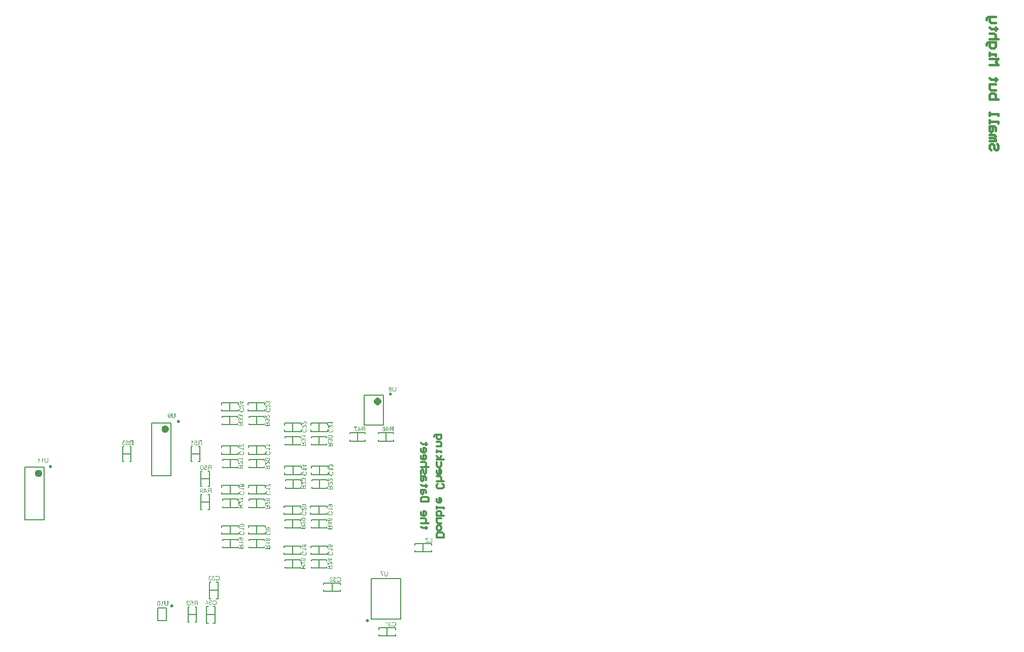
<source format=gbo>
%FSLAX23Y23*%
%MOIN*%
%SFA1B1*%

%IPPOS*%
%ADD11C,0.009840*%
%ADD12C,0.023620*%
%ADD14C,0.005910*%
%ADD15C,0.007870*%
%ADD71C,0.011810*%
%ADD72C,0.015750*%
%LNpedalboxrev2-1*%
%LPD*%
G36*
X3389Y1402D02*
X3385D01*
Y1415*
X3380*
X3379Y1415*
X3379*
X3379Y1415*
X3378Y1415*
X3378*
X3378Y1415*
X3378*
X3377Y1415*
X3377Y1415*
X3377Y1415*
X3377Y1414*
X3376Y1414*
X3376Y1414*
X3376Y1414*
X3376Y1414*
X3376Y1414*
X3375Y1413*
X3375Y1413*
X3374Y1412*
X3374Y1412*
X3374Y1412*
X3374Y1412*
X3373Y1411*
X3373Y1410*
X3372Y1410*
X3372Y1409*
X3372Y1408*
X3371Y1408*
X3371Y1408*
X3371Y1408*
Y1408*
X3367Y1402*
X3362*
X3368Y1410*
X3368Y1411*
X3369Y1412*
X3369Y1412*
X3370Y1413*
X3370Y1413*
X3371Y1414*
X3371Y1414*
X3371Y1414*
X3371Y1414*
X3372Y1415*
X3372Y1415*
X3373Y1415*
X3373Y1415*
X3373Y1415*
X3373Y1416*
X3372Y1416*
X3372Y1416*
X3371Y1416*
X3370Y1416*
X3370Y1416*
X3369Y1417*
X3369Y1417*
X3368Y1417*
X3368Y1417*
X3368Y1418*
X3367Y1418*
X3367Y1418*
X3367Y1418*
X3367Y1418*
X3367Y1418*
X3367Y1418*
X3366Y1419*
X3366Y1419*
X3366Y1420*
X3365Y1421*
X3365Y1422*
X3365Y1423*
X3365Y1423*
Y1423*
X3365Y1423*
Y1424*
Y1424*
Y1424*
X3365Y1425*
X3365Y1425*
X3365Y1426*
X3365Y1427*
X3366Y1427*
X3366Y1428*
X3366Y1428*
X3366Y1428*
Y1428*
X3367Y1429*
X3367Y1430*
X3368Y1430*
X3368Y1430*
X3369Y1431*
X3369Y1431*
X3369Y1431*
X3369Y1431*
X3369*
X3370Y1431*
X3370Y1431*
X3371Y1432*
X3372Y1432*
X3373Y1432*
X3374Y1432*
X3375*
X3375Y1432*
X3389*
Y1402*
G37*
G36*
X3361Y1412D02*
Y1409D01*
X3348*
Y1402*
X3344*
Y1409*
X3340*
Y1412*
X3344*
Y1432*
X3347*
X3361Y1412*
G37*
G36*
X3336Y1428D02*
X3321D01*
X3322Y1427*
X3323Y1425*
X3324Y1424*
X3325Y1423*
X3325Y1422*
X3326Y1422*
X3326Y1421*
X3326Y1421*
X3326Y1420*
X3327Y1420*
X3327Y1420*
X3327Y1420*
X3328Y1418*
X3328Y1417*
X3329Y1415*
X3329Y1414*
X3330Y1413*
X3330Y1413*
X3330Y1412*
X3330Y1412*
X3330Y1411*
X3330Y1411*
X3331Y1411*
X3331Y1410*
Y1410*
X3331Y1409*
X3331Y1408*
X3331Y1407*
X3331Y1406*
X3332Y1405*
X3332Y1405*
X3332Y1404*
X3332Y1404*
X3332Y1403*
X3332Y1403*
Y1402*
X3332Y1402*
Y1402*
Y1402*
Y1402*
X3328*
X3328Y1403*
X3328Y1405*
X3328Y1406*
X3327Y1407*
X3327Y1408*
X3327Y1408*
X3327Y1409*
X3327Y1409*
X3327Y1409*
X3327Y1410*
X3327Y1410*
X3327Y1410*
Y1410*
X3326Y1412*
X3325Y1414*
X3325Y1415*
X3325Y1416*
X3324Y1417*
X3324Y1417*
X3324Y1418*
X3323Y1419*
X3323Y1419*
X3323Y1420*
X3323Y1420*
X3323Y1420*
X3322Y1420*
X3322Y1420*
X3322Y1421*
X3321Y1422*
X3321Y1423*
X3320Y1424*
X3320Y1425*
X3319Y1425*
X3319Y1426*
X3318Y1426*
X3318Y1427*
X3318Y1427*
X3317Y1428*
X3317Y1428*
X3317Y1428*
X3317Y1429*
X3317Y1429*
X3317Y1429*
Y1432*
X3336*
Y1428*
G37*
G36*
X3512Y1432D02*
X3512Y1432D01*
X3513Y1432*
X3514Y1432*
X3515Y1431*
X3515Y1431*
X3516Y1431*
X3516Y1430*
X3517Y1430*
X3517Y1430*
X3518Y1429*
X3518Y1429*
X3518Y1429*
X3518Y1429*
X3518Y1429*
X3518Y1429*
X3519Y1428*
X3519Y1427*
X3520Y1426*
X3520Y1425*
X3521Y1424*
X3521Y1423*
X3521Y1422*
X3521Y1421*
X3521Y1420*
X3521Y1419*
X3522Y1418*
X3522Y1417*
Y1417*
X3522Y1416*
Y1416*
Y1416*
Y1416*
Y1416*
X3522Y1414*
X3522Y1413*
X3521Y1412*
X3521Y1411*
X3521Y1410*
X3521Y1409*
X3520Y1408*
X3520Y1407*
X3520Y1407*
X3520Y1406*
X3519Y1406*
X3519Y1405*
X3519Y1405*
X3519Y1405*
X3519Y1405*
X3519Y1405*
X3518Y1404*
X3518Y1403*
X3517Y1403*
X3516Y1403*
X3516Y1402*
X3515Y1402*
X3514Y1402*
X3514Y1402*
X3513Y1402*
X3513Y1401*
X3512Y1401*
X3512Y1401*
X3512*
X3511Y1401*
X3511*
X3510Y1401*
X3509Y1401*
X3508Y1402*
X3508Y1402*
X3507Y1402*
X3507Y1402*
X3506Y1402*
X3506Y1402*
X3506Y1402*
X3506*
X3506Y1403*
X3505Y1404*
X3504Y1404*
X3504Y1405*
X3503Y1405*
X3503Y1406*
X3503Y1406*
X3503Y1406*
X3503Y1406*
Y1406*
X3502Y1407*
X3502Y1408*
X3502Y1409*
X3502Y1410*
X3502Y1411*
Y1411*
X3502Y1411*
Y1411*
Y1411*
Y1411*
Y1412*
X3502Y1412*
X3502Y1413*
X3502Y1414*
X3502Y1414*
X3502Y1415*
X3502Y1416*
X3503Y1416*
X3503Y1417*
X3503Y1417*
X3503Y1418*
X3504Y1418*
X3504Y1418*
X3504Y1418*
X3504Y1418*
X3504Y1419*
X3504Y1419*
X3505Y1419*
X3505Y1420*
X3506Y1420*
X3506Y1420*
X3507Y1420*
X3507Y1421*
X3508Y1421*
X3509Y1421*
X3509Y1421*
X3510Y1421*
X3510Y1421*
X3510Y1421*
X3511*
X3511Y1421*
X3512Y1421*
X3513Y1421*
X3513Y1421*
X3514Y1421*
X3514Y1421*
X3515Y1420*
X3515Y1420*
X3515*
X3515Y1420*
X3516Y1419*
X3517Y1419*
X3517Y1418*
X3517Y1418*
X3518Y1418*
X3518Y1417*
X3518Y1417*
Y1418*
X3518Y1419*
X3518Y1420*
X3518Y1420*
X3518Y1421*
X3518Y1421*
X3518Y1422*
X3517Y1422*
X3517Y1423*
X3517Y1423*
X3517Y1424*
X3517Y1424*
X3517Y1424*
X3517Y1424*
X3517Y1424*
Y1424*
X3516Y1425*
X3516Y1426*
X3516Y1427*
X3515Y1427*
X3515Y1428*
X3514Y1428*
X3514Y1428*
X3514Y1428*
X3514Y1428*
X3513Y1429*
X3513Y1429*
X3512Y1429*
X3512Y1429*
X3511Y1429*
X3511*
X3510Y1429*
X3509Y1429*
X3509Y1429*
X3508Y1428*
X3508Y1428*
X3508Y1428*
X3507Y1428*
X3507Y1427*
X3507Y1427*
X3507Y1427*
X3506Y1426*
X3506Y1426*
X3506Y1425*
X3506Y1425*
X3506Y1424*
X3506Y1424*
Y1424*
X3502Y1425*
X3502Y1426*
X3503Y1427*
X3503Y1428*
X3504Y1429*
X3504Y1429*
X3504Y1430*
X3505Y1430*
X3505Y1430*
X3505Y1430*
X3505Y1430*
X3505Y1430*
X3505Y1430*
X3506Y1431*
X3507Y1431*
X3508Y1432*
X3509Y1432*
X3509Y1432*
X3510Y1432*
X3510*
X3510Y1432*
X3511*
X3512Y1432*
G37*
G36*
X3574Y1402D02*
X3570D01*
Y1415*
X3565*
X3564Y1415*
X3564*
X3564Y1415*
X3563Y1415*
X3563*
X3563Y1415*
X3563*
X3562Y1415*
X3562Y1415*
X3562Y1415*
X3562Y1414*
X3561Y1414*
X3561Y1414*
X3561Y1414*
X3561Y1414*
X3561Y1414*
X3560Y1413*
X3560Y1413*
X3559Y1412*
X3559Y1412*
X3559Y1412*
X3559Y1412*
X3558Y1411*
X3558Y1410*
X3557Y1410*
X3557Y1409*
X3557Y1408*
X3556Y1408*
X3556Y1408*
X3556Y1408*
Y1408*
X3552Y1402*
X3547*
X3553Y1410*
X3553Y1411*
X3554Y1412*
X3554Y1412*
X3555Y1413*
X3555Y1413*
X3556Y1414*
X3556Y1414*
X3556Y1414*
X3556Y1414*
X3557Y1415*
X3557Y1415*
X3558Y1415*
X3558Y1415*
X3558Y1415*
X3558Y1416*
X3557Y1416*
X3557Y1416*
X3556Y1416*
X3555Y1416*
X3555Y1416*
X3554Y1417*
X3554Y1417*
X3553Y1417*
X3553Y1417*
X3553Y1418*
X3552Y1418*
X3552Y1418*
X3552Y1418*
X3552Y1418*
X3552Y1418*
X3552Y1418*
X3551Y1419*
X3551Y1419*
X3551Y1420*
X3550Y1421*
X3550Y1422*
X3550Y1423*
X3550Y1423*
Y1423*
X3550Y1423*
Y1424*
Y1424*
Y1424*
X3550Y1425*
X3550Y1425*
X3550Y1426*
X3550Y1427*
X3551Y1427*
X3551Y1428*
X3551Y1428*
X3551Y1428*
Y1428*
X3552Y1429*
X3552Y1430*
X3553Y1430*
X3553Y1430*
X3554Y1431*
X3554Y1431*
X3554Y1431*
X3554Y1431*
X3554*
X3555Y1431*
X3555Y1431*
X3556Y1432*
X3557Y1432*
X3558Y1432*
X3559Y1432*
X3560*
X3560Y1432*
X3574*
Y1402*
G37*
G36*
X3546Y1412D02*
Y1409D01*
X3533*
Y1402*
X3529*
Y1409*
X3525*
Y1412*
X3529*
Y1432*
X3532*
X3546Y1412*
G37*
G36*
X3592Y1676D02*
Y1676D01*
X3592Y1675*
X3592Y1674*
X3592Y1673*
X3592Y1673*
X3592Y1672*
X3592Y1671*
X3592Y1671*
X3592Y1670*
X3592Y1670*
X3592Y1670*
X3592Y1669*
X3591Y1669*
X3591Y1669*
X3591Y1669*
Y1669*
X3591Y1668*
X3590Y1667*
X3590Y1666*
X3589Y1666*
X3588Y1665*
X3588Y1665*
X3588Y1665*
X3588Y1665*
X3588Y1665*
X3587*
X3586Y1664*
X3585Y1664*
X3584Y1663*
X3583Y1663*
X3583Y1663*
X3582Y1663*
X3582Y1663*
X3581*
X3581Y1663*
X3581*
X3579Y1663*
X3578Y1663*
X3578Y1663*
X3577Y1664*
X3576Y1664*
X3576Y1664*
X3575Y1664*
X3575Y1664*
X3575Y1664*
X3574Y1664*
X3574Y1665*
X3574Y1665*
X3574Y1665*
X3574Y1665*
X3574*
X3573Y1665*
X3572Y1666*
X3571Y1667*
X3571Y1668*
X3570Y1668*
X3570Y1669*
X3570Y1669*
X3570Y1669*
X3570Y1669*
Y1669*
X3570Y1670*
X3569Y1670*
X3569Y1671*
X3569Y1673*
X3569Y1674*
X3569Y1674*
X3569Y1675*
Y1675*
X3569Y1676*
Y1676*
Y1676*
Y1676*
Y1676*
Y1694*
X3573*
Y1676*
Y1675*
X3573Y1674*
X3573Y1674*
X3573Y1673*
X3573Y1672*
X3573Y1671*
X3573Y1671*
X3574Y1670*
X3574Y1670*
X3574Y1670*
X3574Y1669*
X3574Y1669*
X3574Y1669*
X3575Y1669*
X3575Y1669*
X3575Y1669*
X3575Y1668*
X3575Y1668*
X3576Y1668*
X3577Y1667*
X3578Y1667*
X3579Y1667*
X3580Y1667*
X3580*
X3580Y1667*
X3581*
X3582Y1667*
X3583Y1667*
X3583Y1667*
X3584Y1667*
X3585Y1667*
X3585Y1668*
X3585Y1668*
X3585Y1668*
X3586Y1668*
X3586Y1669*
X3587Y1669*
X3587Y1670*
X3587Y1670*
X3588Y1670*
X3588Y1671*
X3588Y1671*
X3588Y1671*
X3588Y1671*
X3588Y1672*
X3588Y1673*
X3588Y1674*
X3588Y1675*
Y1675*
X3588Y1676*
Y1676*
Y1676*
Y1676*
Y1676*
Y1694*
X3592*
Y1676*
G37*
G36*
X3554Y1694D02*
X3555Y1694D01*
X3556Y1694*
X3557Y1693*
X3557Y1693*
X3558Y1693*
X3558Y1693*
X3559Y1693*
X3559Y1692*
X3559Y1692*
X3560Y1692*
X3560Y1692*
X3560Y1692*
X3560Y1692*
X3560Y1692*
X3560Y1691*
X3561Y1691*
X3561Y1690*
X3561Y1690*
X3562Y1689*
X3562Y1688*
X3562Y1687*
X3562Y1687*
X3562Y1687*
X3562Y1687*
Y1686*
Y1686*
Y1686*
X3562Y1685*
X3562Y1685*
X3562Y1684*
X3562Y1683*
X3562Y1683*
X3561Y1683*
X3561Y1682*
X3561Y1682*
X3561Y1682*
X3560Y1681*
X3560Y1681*
X3559Y1681*
X3559Y1680*
X3558Y1680*
X3558Y1680*
X3558Y1680*
X3558Y1680*
X3558*
X3559Y1680*
X3560Y1679*
X3560Y1679*
X3561Y1678*
X3561Y1678*
X3562Y1678*
X3562Y1677*
X3562Y1677*
Y1677*
X3563Y1676*
X3563Y1676*
X3563Y1675*
X3563Y1674*
X3564Y1673*
X3564Y1673*
Y1673*
X3564Y1673*
Y1672*
Y1672*
Y1672*
X3564Y1672*
X3563Y1671*
X3563Y1670*
X3563Y1670*
X3563Y1669*
X3563Y1668*
X3562Y1668*
X3562Y1667*
X3562Y1667*
X3561Y1666*
X3561Y1666*
X3561Y1666*
X3561Y1666*
X3561Y1666*
X3561Y1666*
X3560Y1665*
X3560Y1665*
X3559Y1665*
X3559Y1664*
X3558Y1664*
X3557Y1664*
X3556Y1663*
X3556Y1663*
X3555Y1663*
X3555Y1663*
X3554Y1663*
X3554Y1663*
X3554*
X3553Y1663*
X3552Y1663*
X3551Y1663*
X3551Y1664*
X3550Y1664*
X3549Y1664*
X3549Y1664*
X3548Y1664*
X3548Y1665*
X3548Y1665*
X3547Y1665*
X3547Y1665*
X3547Y1665*
X3547Y1666*
X3546Y1666*
X3546Y1666*
X3546Y1666*
X3546Y1667*
X3545Y1667*
X3545Y1668*
X3545Y1668*
X3544Y1669*
X3544Y1670*
X3544Y1670*
X3544Y1671*
X3544Y1671*
X3544Y1672*
X3544Y1672*
Y1672*
Y1672*
Y1672*
X3544Y1673*
X3544Y1674*
X3544Y1675*
X3544Y1676*
X3545Y1676*
X3545Y1677*
X3545Y1677*
X3545Y1677*
Y1677*
X3546Y1678*
X3546Y1678*
X3547Y1679*
X3548Y1679*
X3548Y1680*
X3549Y1680*
X3549Y1680*
X3549Y1680*
X3549Y1680*
X3549*
X3549Y1680*
X3548Y1681*
X3547Y1681*
X3547Y1682*
X3547Y1682*
X3546Y1682*
X3546Y1682*
X3546Y1682*
X3546Y1683*
X3545Y1684*
X3545Y1684*
X3545Y1685*
X3545Y1685*
X3545Y1686*
Y1686*
Y1686*
Y1686*
X3545Y1687*
X3545Y1687*
X3545Y1688*
X3546Y1689*
X3546Y1690*
X3547Y1691*
X3547Y1691*
X3547Y1691*
X3547Y1691*
X3547Y1692*
X3547Y1692*
X3547Y1692*
X3548Y1692*
X3548Y1692*
X3549Y1693*
X3549Y1693*
X3550Y1693*
X3551Y1694*
X3552Y1694*
X3552Y1694*
X3553Y1694*
X3553Y1694*
X3553Y1694*
X3554*
X3554Y1694*
G37*
G36*
X2054Y284D02*
X2054Y283D01*
X2055Y283*
X2055Y282*
X2056Y282*
X2056Y281*
X2057Y281*
X2057Y281*
X2057Y281*
X2057Y281*
X2058Y280*
X2059Y279*
X2060Y279*
X2060Y278*
X2061Y278*
X2061Y278*
X2062Y277*
X2062Y277*
X2062Y277*
X2062Y277*
X2062*
Y274*
X2062Y274*
X2061Y274*
X2060Y274*
X2060Y275*
X2059Y275*
X2059Y275*
X2058Y275*
X2058Y275*
X2058*
X2058Y276*
X2057Y276*
X2056Y277*
X2056Y277*
X2055Y278*
X2055Y278*
X2055Y278*
X2055Y278*
Y254*
X2051*
Y285*
X2053*
X2054Y284*
G37*
G36*
X2094Y267D02*
Y266D01*
X2094Y265*
X2094Y265*
X2094Y264*
X2094Y263*
X2094Y263*
X2094Y262*
X2093Y262*
X2093Y261*
X2093Y261*
X2093Y260*
X2093Y260*
X2093Y260*
X2093Y260*
X2093Y260*
Y260*
X2092Y259*
X2092Y258*
X2091Y257*
X2090Y256*
X2090Y256*
X2089Y256*
X2089Y256*
X2089Y255*
X2089Y255*
X2089*
X2088Y255*
X2087Y255*
X2086Y254*
X2085Y254*
X2084Y254*
X2084Y254*
X2083Y254*
X2083*
X2082Y254*
X2082*
X2080Y254*
X2080Y254*
X2079Y254*
X2078Y254*
X2078Y254*
X2077Y255*
X2077Y255*
X2076Y255*
X2076Y255*
X2076Y255*
X2076Y255*
X2075Y255*
X2075Y255*
X2075Y256*
X2075*
X2074Y256*
X2073Y257*
X2073Y258*
X2072Y258*
X2072Y259*
X2071Y259*
X2071Y260*
X2071Y260*
X2071Y260*
Y260*
X2071Y260*
X2071Y261*
X2071Y262*
X2070Y263*
X2070Y265*
X2070Y265*
X2070Y266*
Y266*
X2070Y266*
Y267*
Y267*
Y267*
Y267*
Y285*
X2074*
Y267*
Y266*
X2074Y265*
X2074Y264*
X2075Y264*
X2075Y263*
X2075Y262*
X2075Y262*
X2075Y261*
X2075Y261*
X2076Y260*
X2076Y260*
X2076Y260*
X2076Y260*
X2076Y260*
X2076Y260*
X2076Y259*
X2077Y259*
X2077Y259*
X2078Y258*
X2079Y258*
X2080Y258*
X2081Y258*
X2081Y258*
X2082*
X2082Y258*
X2082*
X2083Y258*
X2084Y258*
X2085Y258*
X2086Y258*
X2086Y258*
X2086Y258*
X2087Y258*
X2087Y259*
X2087Y259*
X2088Y259*
X2088Y260*
X2089Y260*
X2089Y261*
X2089Y261*
X2089Y261*
X2089Y261*
X2089Y262*
X2089Y262*
X2090Y263*
X2090Y264*
X2090Y265*
X2090Y266*
Y266*
X2090Y267*
Y267*
Y267*
Y267*
Y267*
Y285*
X2094*
Y267*
G37*
G36*
X2033Y285D02*
X2034Y285D01*
X2035Y284*
X2036Y284*
X2036Y284*
X2037Y283*
X2037Y283*
X2037Y283*
X2037Y283*
X2037Y283*
X2037*
X2038Y282*
X2039Y281*
X2039Y281*
X2040Y280*
X2040Y279*
X2040Y279*
X2040Y279*
X2040Y278*
X2040Y278*
X2040Y278*
Y278*
X2041Y277*
X2041Y277*
X2041Y275*
X2041Y274*
X2041Y272*
X2041Y272*
X2042Y271*
Y271*
X2042Y270*
Y270*
Y270*
Y269*
Y269*
X2042Y268*
X2041Y266*
X2041Y265*
X2041Y264*
X2041Y263*
X2041Y262*
X2040Y261*
X2040Y260*
X2040Y259*
X2039Y259*
X2039Y258*
X2039Y258*
X2039Y257*
X2039Y257*
X2039Y257*
X2039Y257*
X2038Y256*
X2038Y256*
X2037Y256*
X2036Y255*
X2036Y255*
X2035Y255*
X2035Y254*
X2034Y254*
X2034Y254*
X2033Y254*
X2033Y254*
X2032Y254*
X2032Y254*
X2032*
X2030Y254*
X2029Y254*
X2028Y254*
X2028Y255*
X2027Y255*
X2027Y255*
X2027Y255*
X2026Y255*
X2026Y256*
X2026Y256*
X2026*
X2025Y256*
X2025Y257*
X2024Y258*
X2024Y259*
X2023Y260*
X2023Y260*
X2023Y260*
X2023Y260*
X2023Y261*
X2023Y261*
Y261*
X2023Y261*
X2023Y262*
X2022Y263*
X2022Y265*
X2022Y266*
X2022Y267*
X2022Y267*
Y268*
X2022Y268*
Y269*
Y269*
Y269*
Y269*
Y270*
X2022Y271*
Y272*
X2022Y272*
X2022Y273*
X2022Y274*
X2022Y274*
X2022Y275*
X2022Y275*
X2022Y275*
X2022Y276*
X2022Y276*
X2022Y276*
X2022Y276*
X2022Y276*
Y276*
X2023Y277*
X2023Y278*
X2023Y279*
X2024Y280*
X2024Y280*
X2024Y281*
X2024Y281*
X2024Y281*
X2025Y282*
X2025Y282*
X2026Y283*
X2026Y283*
X2027Y283*
X2027Y284*
X2027Y284*
X2027Y284*
X2027*
X2028Y284*
X2029Y284*
X2030Y285*
X2030Y285*
X2031Y285*
X2031Y285*
X2032*
X2033Y285*
G37*
G36*
X3539Y461D02*
Y461D01*
X3539Y460*
X3539Y459*
X3539Y458*
X3539Y458*
X3539Y457*
X3538Y456*
X3538Y456*
X3538Y455*
X3538Y455*
X3538Y455*
X3538Y454*
X3538Y454*
X3538Y454*
X3538Y454*
Y454*
X3537Y453*
X3537Y452*
X3536Y451*
X3535Y451*
X3535Y450*
X3534Y450*
X3534Y450*
X3534Y450*
X3534Y450*
X3534*
X3533Y449*
X3532Y449*
X3530Y449*
X3529Y448*
X3529Y448*
X3528Y448*
X3528Y448*
X3528*
X3527Y448*
X3527*
X3525Y448*
X3525Y448*
X3524Y448*
X3523Y449*
X3523Y449*
X3522Y449*
X3522Y449*
X3521Y449*
X3521Y449*
X3521Y449*
X3520Y450*
X3520Y450*
X3520Y450*
X3520Y450*
X3520*
X3519Y451*
X3518Y451*
X3518Y452*
X3517Y453*
X3517Y453*
X3516Y454*
X3516Y454*
X3516Y454*
X3516Y454*
Y454*
X3516Y455*
X3516Y455*
X3516Y456*
X3515Y458*
X3515Y459*
X3515Y459*
X3515Y460*
Y460*
X3515Y461*
Y461*
Y461*
Y461*
Y461*
Y479*
X3519*
Y461*
Y460*
X3519Y460*
X3519Y459*
X3519Y458*
X3520Y457*
X3520Y457*
X3520Y456*
X3520Y455*
X3520Y455*
X3520Y455*
X3521Y454*
X3521Y454*
X3521Y454*
X3521Y454*
X3521Y454*
X3521Y454*
X3521Y453*
X3522Y453*
X3523Y453*
X3524Y452*
X3525Y452*
X3526Y452*
X3526Y452*
X3527*
X3527Y452*
X3527*
X3528Y452*
X3529Y452*
X3530Y452*
X3530Y452*
X3531Y453*
X3531Y453*
X3532Y453*
X3532Y453*
X3532Y453*
X3533Y454*
X3533Y454*
X3534Y455*
X3534Y455*
X3534Y455*
X3534Y456*
X3534Y456*
X3534Y456*
X3534Y456*
X3535Y457*
X3535Y458*
X3535Y459*
X3535Y460*
Y461*
X3535Y461*
Y461*
Y461*
Y461*
Y461*
Y479*
X3539*
Y461*
G37*
G36*
X3510Y475D02*
X3495D01*
X3496Y474*
X3497Y472*
X3498Y471*
X3499Y470*
X3499Y469*
X3499Y469*
X3500Y468*
X3500Y468*
X3500Y467*
X3500Y467*
X3500Y467*
X3500Y467*
X3501Y465*
X3502Y464*
X3503Y462*
X3503Y461*
X3503Y460*
X3503Y460*
X3504Y459*
X3504Y459*
X3504Y458*
X3504Y458*
X3504Y458*
X3504Y457*
Y457*
X3505Y455*
X3505Y455*
X3505Y454*
X3505Y453*
X3505Y452*
X3505Y452*
X3505Y451*
X3505Y451*
X3505Y450*
X3505Y450*
Y449*
X3505Y449*
Y449*
Y449*
Y449*
X3502*
X3502Y450*
X3501Y452*
X3501Y453*
X3501Y454*
X3501Y455*
X3501Y455*
X3501Y456*
X3501Y456*
X3500Y456*
X3500Y457*
X3500Y457*
X3500Y457*
Y457*
X3500Y459*
X3499Y461*
X3499Y462*
X3498Y463*
X3498Y463*
X3497Y464*
X3497Y465*
X3497Y466*
X3497Y466*
X3496Y467*
X3496Y467*
X3496Y467*
X3496Y467*
X3496Y467*
X3495Y468*
X3495Y469*
X3494Y470*
X3494Y471*
X3493Y472*
X3493Y472*
X3492Y473*
X3492Y473*
X3492Y474*
X3491Y474*
X3491Y475*
X3491Y475*
X3490Y475*
X3490Y476*
X3490Y476*
X3490Y476*
Y479*
X3510*
Y475*
G37*
G36*
X2103Y1520D02*
X2104Y1520D01*
X2105Y1520*
X2105Y1519*
X2106Y1519*
X2107Y1519*
X2107Y1518*
X2108Y1518*
X2108Y1518*
X2108Y1518*
X2109Y1517*
X2109Y1517*
X2109Y1517*
X2109Y1517*
X2109Y1517*
X2110Y1516*
X2110Y1516*
X2110Y1515*
X2111Y1515*
X2111Y1514*
X2111Y1513*
X2112Y1512*
X2112Y1512*
X2112Y1511*
X2112Y1511*
X2112Y1510*
X2112Y1510*
Y1510*
Y1510*
Y1510*
X2112Y1509*
X2112Y1508*
X2112Y1507*
X2112Y1507*
X2111Y1506*
X2111Y1505*
X2111Y1505*
X2111Y1504*
X2110Y1504*
X2110Y1503*
X2110Y1503*
X2110Y1503*
X2110Y1503*
X2109Y1503*
X2109Y1502*
X2109Y1502*
X2109Y1502*
X2108Y1502*
X2108Y1501*
X2107Y1501*
X2107Y1501*
X2106Y1500*
X2105Y1500*
X2105Y1500*
X2104Y1500*
X2104Y1500*
X2104Y1500*
X2103Y1500*
X2103*
X2102Y1500*
X2101Y1500*
X2101Y1500*
X2100Y1500*
X2100Y1500*
X2099Y1501*
X2099Y1501*
X2099Y1501*
X2098Y1501*
X2098Y1502*
X2097Y1502*
X2097Y1503*
X2096Y1503*
X2096Y1503*
X2096Y1504*
X2096Y1504*
Y1503*
Y1503*
Y1503*
Y1503*
X2096Y1502*
X2096Y1501*
X2096Y1500*
X2096Y1500*
X2096Y1499*
X2096Y1499*
X2096Y1499*
Y1498*
X2096Y1498*
Y1498*
X2097Y1498*
X2097Y1497*
X2097Y1496*
X2097Y1496*
X2097Y1495*
X2098Y1495*
X2098Y1495*
X2098Y1495*
X2098Y1494*
X2098Y1494*
X2099Y1494*
X2099Y1493*
X2099Y1493*
X2100Y1493*
X2100Y1493*
X2100Y1493*
X2100Y1492*
X2101Y1492*
X2101Y1492*
X2102Y1492*
X2102Y1492*
X2102Y1492*
X2103*
X2103Y1492*
X2104Y1492*
X2105Y1492*
X2105Y1493*
X2106Y1493*
X2106Y1493*
X2106Y1493*
X2106Y1493*
X2107Y1494*
X2107Y1494*
X2107Y1495*
X2107Y1495*
X2108Y1496*
X2108Y1496*
X2108Y1497*
Y1497*
X2108Y1497*
Y1497*
X2111Y1496*
X2111Y1495*
X2111Y1494*
X2110Y1493*
X2110Y1492*
X2109Y1492*
X2109Y1491*
X2109Y1491*
X2109Y1491*
X2109Y1491*
X2109Y1491*
X2109Y1491*
X2108Y1491*
X2108Y1490*
X2107Y1490*
X2106Y1489*
X2105Y1489*
X2104Y1489*
X2104Y1489*
X2103*
X2103Y1489*
X2103*
X2102Y1489*
X2101Y1489*
X2100Y1489*
X2099Y1490*
X2098Y1490*
X2098Y1490*
X2098Y1490*
X2098Y1490*
X2097Y1491*
X2097Y1491*
X2097Y1491*
X2097*
X2096Y1491*
X2095Y1492*
X2095Y1493*
X2094Y1494*
X2094Y1495*
X2094Y1495*
X2094Y1495*
X2093Y1496*
X2093Y1496*
X2093Y1496*
Y1496*
X2093Y1497*
X2093Y1497*
X2093Y1499*
X2092Y1500*
X2092Y1502*
X2092Y1502*
X2092Y1503*
Y1504*
X2092Y1504*
Y1505*
Y1505*
Y1505*
Y1505*
Y1506*
X2092Y1507*
X2092Y1508*
X2092Y1509*
X2092Y1510*
X2092Y1510*
X2093Y1511*
X2093Y1511*
X2093Y1512*
X2093Y1512*
X2093Y1513*
X2093Y1513*
X2093Y1513*
X2093Y1514*
X2093Y1514*
Y1514*
X2094Y1515*
X2094Y1516*
X2095Y1516*
X2096Y1517*
X2096Y1518*
X2097Y1518*
X2097Y1518*
X2097Y1518*
X2097Y1518*
X2097*
X2098Y1519*
X2099Y1519*
X2100Y1519*
X2101Y1520*
X2101Y1520*
X2102Y1520*
X2102*
X2102Y1520*
X2102*
X2103Y1520*
G37*
G36*
X2141Y1502D02*
Y1501D01*
X2141Y1500*
X2141Y1500*
X2141Y1499*
X2141Y1498*
X2141Y1498*
X2140Y1497*
X2140Y1497*
X2140Y1496*
X2140Y1496*
X2140Y1495*
X2140Y1495*
X2140Y1495*
X2140Y1495*
X2140Y1495*
Y1495*
X2139Y1494*
X2139Y1493*
X2138Y1492*
X2137Y1491*
X2137Y1491*
X2136Y1491*
X2136Y1491*
X2136Y1490*
X2136Y1490*
X2136*
X2135Y1490*
X2134Y1490*
X2132Y1489*
X2131Y1489*
X2131Y1489*
X2130Y1489*
X2130Y1489*
X2130*
X2129Y1489*
X2129*
X2127Y1489*
X2127Y1489*
X2126Y1489*
X2125Y1489*
X2125Y1489*
X2124Y1490*
X2124Y1490*
X2123Y1490*
X2123Y1490*
X2123Y1490*
X2122Y1490*
X2122Y1490*
X2122Y1490*
X2122Y1491*
X2122*
X2121Y1491*
X2120Y1492*
X2120Y1493*
X2119Y1493*
X2119Y1494*
X2118Y1494*
X2118Y1495*
X2118Y1495*
X2118Y1495*
Y1495*
X2118Y1495*
X2118Y1496*
X2118Y1497*
X2117Y1498*
X2117Y1500*
X2117Y1500*
X2117Y1501*
Y1501*
X2117Y1501*
Y1502*
Y1502*
Y1502*
Y1502*
Y1520*
X2121*
Y1502*
Y1501*
X2121Y1500*
X2121Y1499*
X2121Y1499*
X2122Y1498*
X2122Y1497*
X2122Y1497*
X2122Y1496*
X2122Y1496*
X2122Y1495*
X2123Y1495*
X2123Y1495*
X2123Y1495*
X2123Y1495*
X2123Y1495*
X2123Y1494*
X2123Y1494*
X2124Y1494*
X2125Y1493*
X2126Y1493*
X2127Y1493*
X2128Y1493*
X2128Y1493*
X2129*
X2129Y1493*
X2129*
X2130Y1493*
X2131Y1493*
X2132Y1493*
X2132Y1493*
X2133Y1493*
X2133Y1493*
X2134Y1493*
X2134Y1494*
X2134Y1494*
X2135Y1494*
X2135Y1495*
X2136Y1495*
X2136Y1496*
X2136Y1496*
X2136Y1496*
X2136Y1496*
X2136Y1497*
X2136Y1497*
X2137Y1498*
X2137Y1499*
X2137Y1500*
X2137Y1501*
Y1501*
X2137Y1502*
Y1502*
Y1502*
Y1502*
Y1502*
Y1520*
X2141*
Y1502*
G37*
G36*
X1267Y1224D02*
X1268Y1224D01*
X1268Y1223*
X1269Y1222*
X1269Y1222*
X1270Y1221*
X1270Y1221*
X1270Y1221*
X1270Y1221*
X1270Y1221*
X1271Y1220*
X1272Y1219*
X1273Y1219*
X1274Y1218*
X1274Y1218*
X1275Y1218*
X1275Y1218*
X1275Y1218*
X1275Y1217*
X1275Y1217*
X1275*
Y1214*
X1275Y1214*
X1274Y1214*
X1273Y1215*
X1273Y1215*
X1272Y1215*
X1272Y1215*
X1272Y1216*
X1272Y1216*
X1271*
X1271Y1216*
X1270Y1217*
X1269Y1217*
X1269Y1217*
X1268Y1218*
X1268Y1218*
X1268Y1218*
X1268Y1218*
Y1195*
X1264*
Y1225*
X1267*
X1267Y1224*
G37*
G36*
X1244D02*
X1244Y1224D01*
X1245Y1223*
X1245Y1222*
X1246Y1222*
X1246Y1221*
X1246Y1221*
X1246Y1221*
X1246Y1221*
X1246Y1221*
X1247Y1220*
X1248Y1219*
X1249Y1219*
X1250Y1218*
X1251Y1218*
X1251Y1218*
X1251Y1218*
X1252Y1218*
X1252Y1217*
X1252Y1217*
X1252*
Y1214*
X1251Y1214*
X1251Y1214*
X1250Y1215*
X1249Y1215*
X1249Y1215*
X1248Y1215*
X1248Y1216*
X1248Y1216*
X1248*
X1247Y1216*
X1247Y1217*
X1246Y1217*
X1245Y1217*
X1245Y1218*
X1245Y1218*
X1244Y1218*
X1244Y1218*
Y1195*
X1241*
Y1225*
X1243*
X1244Y1224*
G37*
G36*
X1307Y1207D02*
Y1207D01*
X1307Y1206*
X1307Y1205*
X1307Y1204*
X1307Y1204*
X1307Y1203*
X1307Y1202*
X1307Y1202*
X1307Y1201*
X1306Y1201*
X1306Y1201*
X1306Y1200*
X1306Y1200*
X1306Y1200*
X1306Y1200*
Y1200*
X1306Y1199*
X1305Y1198*
X1304Y1197*
X1304Y1197*
X1303Y1196*
X1303Y1196*
X1302Y1196*
X1302Y1196*
X1302Y1196*
X1302*
X1301Y1195*
X1300Y1195*
X1299Y1194*
X1298Y1194*
X1297Y1194*
X1297Y1194*
X1296Y1194*
X1296*
X1296Y1194*
X1295*
X1294Y1194*
X1293Y1194*
X1292Y1194*
X1292Y1195*
X1291Y1195*
X1291Y1195*
X1290Y1195*
X1290Y1195*
X1289Y1195*
X1289Y1195*
X1289Y1196*
X1288Y1196*
X1288Y1196*
X1288Y1196*
X1288*
X1287Y1196*
X1286Y1197*
X1286Y1198*
X1285Y1199*
X1285Y1199*
X1285Y1200*
X1285Y1200*
X1284Y1200*
X1284Y1200*
Y1200*
X1284Y1201*
X1284Y1201*
X1284Y1202*
X1284Y1204*
X1284Y1205*
X1283Y1205*
X1283Y1206*
Y1206*
X1283Y1207*
Y1207*
Y1207*
Y1207*
Y1207*
Y1225*
X1287*
Y1207*
Y1206*
X1287Y1205*
X1288Y1205*
X1288Y1204*
X1288Y1203*
X1288Y1202*
X1288Y1202*
X1288Y1201*
X1288Y1201*
X1289Y1201*
X1289Y1200*
X1289Y1200*
X1289Y1200*
X1289Y1200*
X1289Y1200*
X1289Y1200*
X1290Y1199*
X1290Y1199*
X1291Y1199*
X1292Y1198*
X1293Y1198*
X1294Y1198*
X1294Y1198*
X1295*
X1295Y1198*
X1296*
X1296Y1198*
X1297Y1198*
X1298Y1198*
X1299Y1198*
X1299Y1198*
X1300Y1199*
X1300Y1199*
X1300Y1199*
X1301Y1199*
X1301Y1200*
X1302Y1200*
X1302Y1201*
X1302Y1201*
X1302Y1201*
X1302Y1201*
X1302Y1202*
X1303Y1202*
X1303Y1202*
X1303Y1203*
X1303Y1204*
X1303Y1205*
X1303Y1206*
Y1206*
X1303Y1207*
Y1207*
Y1207*
Y1207*
Y1207*
Y1225*
X1307*
Y1207*
G37*
G36*
X2226Y286D02*
X2227Y286D01*
X2227Y286*
X2228Y285*
X2229Y285*
X2229Y285*
X2230Y285*
X2230Y285*
X2231Y284*
X2231Y284*
X2231Y284*
X2232Y284*
X2232Y284*
X2232Y284*
X2232Y284*
X2232Y283*
X2233Y283*
X2233Y283*
X2233Y282*
X2234Y282*
X2234Y280*
X2235Y279*
X2235Y279*
X2235Y278*
X2235Y278*
X2235Y278*
X2235Y277*
Y277*
X2235Y277*
Y277*
X2231Y277*
X2231Y278*
X2231Y278*
X2231Y279*
X2230Y280*
X2230Y280*
X2230Y281*
X2230Y281*
X2230Y281*
X2229Y282*
X2228Y282*
X2228Y282*
X2227Y282*
X2226Y283*
X2226Y283*
X2226Y283*
X2225*
X2224Y283*
X2224Y282*
X2223Y282*
X2222Y282*
X2222Y282*
X2222Y281*
X2221Y281*
X2221Y281*
X2221Y281*
X2220Y280*
X2220Y279*
X2220Y279*
X2220Y278*
X2220Y278*
X2220Y278*
Y277*
Y277*
X2220Y277*
X2220Y276*
X2220Y275*
X2220Y274*
X2221Y274*
X2221Y273*
X2221Y273*
X2221Y273*
X2221Y273*
Y273*
X2222Y272*
X2222Y272*
X2223Y271*
X2223Y271*
X2224Y270*
X2225Y269*
X2226Y268*
X2226Y268*
X2227Y268*
X2227Y267*
X2228Y267*
X2228Y267*
X2228Y267*
X2228Y267*
X2229Y266*
X2230Y265*
X2231Y264*
X2232Y263*
X2232Y263*
X2233Y262*
X2233Y262*
X2233Y262*
Y262*
X2234Y261*
X2234Y261*
X2234Y260*
X2235Y259*
X2235Y259*
X2235Y258*
X2235Y258*
X2235Y258*
Y258*
X2236Y257*
X2236Y257*
X2236Y257*
X2236Y256*
X2236Y256*
Y256*
Y255*
Y255*
X2216*
Y259*
X2231*
X2230Y260*
X2230Y260*
X2230Y260*
X2229Y261*
X2229Y261*
X2229Y261*
X2229Y261*
X2229Y261*
X2229Y261*
X2228Y262*
X2227Y263*
X2227Y263*
X2226Y264*
X2226Y264*
X2225Y264*
X2225Y265*
X2225Y265*
X2225Y265*
X2225Y265*
X2224Y265*
X2223Y266*
X2223Y267*
X2222Y267*
X2222Y267*
X2221Y268*
X2221Y268*
X2220Y269*
X2220Y269*
X2220Y269*
X2220Y269*
X2219Y270*
X2219Y270*
X2219Y270*
X2218Y271*
X2218Y271*
X2217Y272*
X2217Y273*
X2217Y273*
X2217Y273*
X2217Y274*
X2217Y274*
X2216Y274*
X2216Y275*
X2216Y276*
X2216Y276*
X2216Y277*
X2216Y277*
Y277*
Y277*
X2216Y278*
X2216Y279*
X2216Y279*
X2216Y280*
X2217Y281*
X2217Y282*
X2217Y282*
X2218Y282*
X2218Y283*
X2218Y283*
X2218Y283*
X2218Y283*
X2218Y283*
X2218Y283*
X2219Y284*
X2219Y284*
X2220Y284*
X2220Y285*
X2222Y285*
X2223Y285*
X2223Y286*
X2224Y286*
X2224Y286*
X2225Y286*
X2225Y286*
X2225*
X2226Y286*
G37*
G36*
X2258Y270D02*
X2255Y269D01*
X2254Y270*
X2254Y270*
X2254Y270*
X2253Y271*
X2253Y271*
X2253Y271*
X2252Y271*
X2252Y271*
X2252Y272*
X2251Y272*
X2251Y272*
X2250Y272*
X2250Y272*
X2249Y272*
X2249*
X2248Y272*
X2247Y272*
X2246Y272*
X2246Y271*
X2245Y271*
X2245Y271*
X2245Y270*
X2244Y270*
Y270*
X2244Y270*
X2243Y269*
X2243Y268*
X2243Y267*
X2243Y266*
X2243Y266*
Y266*
X2243Y266*
Y265*
Y265*
Y265*
Y265*
X2243Y264*
X2243Y263*
X2243Y262*
X2244Y261*
X2244Y261*
X2244Y260*
X2244Y260*
X2244Y260*
X2244Y260*
X2245Y260*
X2245Y260*
X2245Y259*
X2246Y259*
X2247Y258*
X2248Y258*
X2248Y258*
X2249Y258*
X2249Y258*
X2249*
X2250Y258*
X2251Y258*
X2251Y258*
X2252Y259*
X2252Y259*
X2253Y259*
X2253Y259*
X2253Y259*
X2253Y260*
X2254Y261*
X2254Y261*
X2254Y262*
X2255Y263*
X2255Y263*
X2255Y263*
X2255Y263*
Y264*
Y264*
X2259Y263*
X2259Y263*
X2259Y262*
X2258Y261*
X2258Y260*
X2257Y259*
X2257Y259*
X2257Y258*
X2257Y258*
X2256Y258*
X2256Y258*
X2256Y257*
X2256Y257*
X2256Y257*
X2256Y257*
X2255Y257*
X2255Y256*
X2254Y256*
X2254Y256*
X2253Y255*
X2251Y255*
X2251Y255*
X2251Y255*
X2250Y255*
X2250Y255*
X2249Y255*
X2249*
X2248Y255*
X2247Y255*
X2246Y255*
X2246Y255*
X2245Y256*
X2244Y256*
X2244Y256*
X2243Y257*
X2243Y257*
X2242Y257*
X2242Y258*
X2242Y258*
X2241Y258*
X2241Y258*
X2241Y258*
X2241Y259*
X2241Y259*
X2240Y260*
X2240Y260*
X2240Y261*
X2239Y262*
X2239Y263*
X2239Y264*
X2239Y264*
X2239Y265*
X2239Y265*
X2239Y265*
Y265*
Y266*
Y266*
X2239Y266*
X2239Y267*
X2239Y268*
X2239Y269*
X2239Y269*
X2240Y270*
X2240Y270*
X2240Y271*
X2240Y271*
X2241Y272*
X2241Y272*
X2241Y272*
X2241Y272*
X2241Y273*
X2241Y273*
X2241Y273*
X2242Y273*
X2243Y274*
X2243Y274*
X2244Y274*
X2244Y275*
X2245Y275*
X2246Y275*
X2246Y275*
X2247Y275*
X2247Y275*
X2248Y275*
X2248Y275*
X2249*
X2249Y275*
X2250Y275*
X2251Y275*
X2252Y274*
X2253Y274*
X2253Y274*
X2253Y274*
X2254Y274*
X2254Y274*
X2254Y274*
X2254Y274*
X2252Y282*
X2240*
Y285*
X2255*
X2258Y270*
G37*
G36*
X2288Y255D02*
X2284D01*
Y269*
X2279*
X2278Y269*
X2278*
X2277Y269*
X2277Y269*
X2277*
X2277Y269*
X2277*
X2276Y268*
X2276Y268*
X2276Y268*
X2275Y268*
X2275Y268*
X2275Y268*
X2275Y268*
X2275Y268*
X2274Y267*
X2274Y267*
X2273Y266*
X2273Y266*
X2273Y266*
X2273Y266*
X2273Y265*
X2272Y265*
X2272Y264*
X2271Y263*
X2271Y263*
X2270Y262*
X2270Y262*
X2270Y262*
X2270Y262*
Y262*
X2266Y255*
X2261*
X2266Y264*
X2267Y264*
X2268Y265*
X2268Y266*
X2269Y267*
X2269Y267*
X2269Y267*
X2270Y268*
X2270Y268*
X2270Y268*
X2270Y268*
X2271Y269*
X2272Y269*
X2272Y269*
X2272Y269*
X2272Y269*
X2271Y269*
X2271Y269*
X2270Y270*
X2269Y270*
X2269Y270*
X2268Y270*
X2268Y270*
X2267Y271*
X2267Y271*
X2267Y271*
X2266Y271*
X2266Y272*
X2266Y272*
X2266Y272*
X2266Y272*
X2266Y272*
X2265Y272*
X2265Y273*
X2264Y274*
X2264Y275*
X2264Y275*
X2264Y276*
X2264Y277*
Y277*
X2264Y277*
Y277*
Y277*
Y277*
X2264Y278*
X2264Y279*
X2264Y280*
X2264Y281*
X2264Y281*
X2265Y282*
X2265Y282*
X2265Y282*
Y282*
X2265Y283*
X2266Y283*
X2266Y284*
X2267Y284*
X2267Y284*
X2268Y285*
X2268Y285*
X2268Y285*
X2268*
X2269Y285*
X2269Y285*
X2270Y285*
X2271Y285*
X2272Y286*
X2273Y286*
X2273*
X2274Y286*
X2288*
Y255*
G37*
G36*
X1804Y1342D02*
X1805Y1341D01*
X1806Y1341*
X1807Y1341*
X1807Y1340*
X1807Y1340*
X1808Y1340*
X1808Y1340*
X1808Y1340*
X1808Y1340*
X1808Y1340*
X1808Y1340*
X1809Y1339*
X1810Y1338*
X1810Y1337*
X1811Y1336*
X1811Y1335*
X1811Y1335*
X1811Y1334*
X1811Y1334*
X1811Y1334*
X1811Y1334*
Y1334*
X1808Y1333*
X1808Y1334*
X1807Y1335*
X1807Y1336*
X1807Y1336*
X1806Y1337*
X1806Y1337*
X1806Y1337*
X1806Y1337*
X1805Y1338*
X1805Y1338*
X1804Y1338*
X1804Y1338*
X1803Y1338*
X1803Y1339*
X1802*
X1802Y1339*
X1801Y1338*
X1800Y1338*
X1800Y1338*
X1799Y1338*
X1799Y1337*
X1799Y1337*
X1799Y1337*
X1798Y1337*
X1798Y1336*
X1798Y1336*
X1798Y1335*
X1797Y1335*
X1797Y1334*
Y1334*
Y1334*
Y1334*
Y1333*
X1797Y1333*
X1798Y1332*
X1798Y1332*
X1798Y1331*
X1799Y1331*
X1799Y1330*
X1799Y1330*
X1799Y1330*
X1799*
X1800Y1330*
X1801Y1329*
X1801Y1329*
X1802Y1329*
X1803Y1329*
X1803Y1329*
X1804*
X1804Y1329*
X1804*
X1805Y1326*
X1804Y1326*
X1803Y1326*
X1803Y1326*
X1803Y1326*
X1802Y1326*
X1802*
X1801Y1326*
X1800Y1326*
X1799Y1325*
X1799Y1325*
X1798Y1325*
X1798Y1325*
X1798Y1324*
X1798Y1324*
X1797Y1324*
X1797Y1323*
X1796Y1322*
X1796Y1322*
X1796Y1321*
X1796Y1321*
X1796Y1320*
Y1320*
Y1320*
Y1320*
X1796Y1319*
X1796Y1318*
X1797Y1318*
X1797Y1317*
X1797Y1316*
X1798Y1316*
X1798Y1316*
X1798Y1316*
X1799Y1315*
X1799Y1315*
X1800Y1314*
X1801Y1314*
X1801Y1314*
X1802Y1314*
X1802Y1314*
X1802*
X1803Y1314*
X1804Y1314*
X1804Y1314*
X1805Y1315*
X1805Y1315*
X1806Y1315*
X1806Y1315*
X1806Y1315*
X1807Y1316*
X1807Y1316*
X1807Y1317*
X1808Y1318*
X1808Y1319*
X1808Y1319*
X1808Y1319*
X1808Y1319*
X1808Y1320*
X1808Y1320*
Y1320*
X1812Y1319*
X1812Y1319*
X1812Y1318*
X1811Y1317*
X1811Y1316*
X1810Y1315*
X1810Y1315*
X1810Y1314*
X1810Y1314*
X1809Y1314*
X1809Y1314*
X1809Y1313*
X1809Y1313*
X1809Y1313*
X1809Y1313*
X1808Y1313*
X1808Y1312*
X1807Y1312*
X1807Y1312*
X1806Y1311*
X1805Y1311*
X1804Y1311*
X1804Y1311*
X1803Y1311*
X1803Y1311*
X1803Y1311*
X1802*
X1801Y1311*
X1801Y1311*
X1800Y1311*
X1799Y1311*
X1799Y1311*
X1798Y1312*
X1797Y1312*
X1797Y1312*
X1797Y1312*
X1796Y1313*
X1796Y1313*
X1795Y1313*
X1795Y1313*
X1795Y1313*
X1795Y1313*
X1795Y1313*
X1794Y1314*
X1794Y1315*
X1794Y1315*
X1793Y1316*
X1793Y1316*
X1793Y1317*
X1792Y1318*
X1792Y1318*
X1792Y1319*
X1792Y1319*
X1792Y1320*
X1792Y1320*
Y1320*
Y1320*
Y1320*
X1792Y1321*
X1792Y1322*
X1793Y1323*
X1793Y1324*
X1793Y1324*
X1793Y1325*
X1793Y1325*
X1794Y1325*
X1794Y1326*
X1795Y1326*
X1795Y1327*
X1796Y1327*
X1797Y1327*
X1797Y1328*
X1797Y1328*
X1798Y1328*
X1798Y1328*
X1798*
X1797Y1328*
X1796Y1328*
X1796Y1329*
X1795Y1329*
X1795Y1330*
X1795Y1330*
X1795Y1330*
X1795Y1330*
X1794Y1331*
X1794Y1331*
X1794Y1332*
X1794Y1333*
X1794Y1333*
X1794Y1333*
Y1334*
Y1334*
X1794Y1335*
X1794Y1335*
X1794Y1336*
X1794Y1336*
X1794Y1337*
X1794Y1337*
X1795Y1338*
X1795Y1338*
X1795Y1338*
X1796Y1339*
X1796Y1339*
X1797Y1340*
X1797Y1340*
X1798Y1340*
X1798Y1341*
X1798Y1341*
X1798*
X1799Y1341*
X1799Y1341*
X1800Y1341*
X1801Y1342*
X1801Y1342*
X1802Y1342*
X1803*
X1804Y1342*
G37*
G36*
X1835Y1326D02*
X1831Y1325D01*
X1831Y1326*
X1831Y1326*
X1830Y1326*
X1830Y1327*
X1829Y1327*
X1829Y1327*
X1829Y1327*
X1829Y1327*
X1828Y1327*
X1828Y1328*
X1827Y1328*
X1827Y1328*
X1826Y1328*
X1826Y1328*
X1825*
X1825Y1328*
X1824Y1328*
X1823Y1327*
X1822Y1327*
X1822Y1327*
X1821Y1326*
X1821Y1326*
X1821Y1326*
Y1326*
X1820Y1325*
X1820Y1325*
X1820Y1324*
X1819Y1323*
X1819Y1322*
X1819Y1322*
Y1322*
X1819Y1321*
Y1321*
Y1321*
Y1321*
Y1321*
X1819Y1320*
X1820Y1319*
X1820Y1318*
X1820Y1317*
X1821Y1317*
X1821Y1316*
X1821Y1316*
X1821Y1316*
X1821Y1316*
X1821Y1316*
X1822Y1315*
X1822Y1315*
X1823Y1315*
X1823Y1314*
X1824Y1314*
X1825Y1314*
X1825Y1314*
X1825Y1314*
X1826*
X1827Y1314*
X1827Y1314*
X1828Y1314*
X1828Y1315*
X1829Y1315*
X1829Y1315*
X1829Y1315*
X1830Y1315*
X1830Y1316*
X1831Y1316*
X1831Y1317*
X1831Y1318*
X1831Y1319*
X1831Y1319*
X1831Y1319*
X1832Y1319*
Y1319*
Y1319*
X1835Y1319*
X1835Y1318*
X1835Y1318*
X1835Y1317*
X1834Y1316*
X1834Y1315*
X1834Y1315*
X1834Y1314*
X1833Y1314*
X1833Y1314*
X1833Y1313*
X1833Y1313*
X1833Y1313*
X1833Y1313*
X1832Y1313*
X1832Y1313*
X1831Y1312*
X1831Y1312*
X1830Y1312*
X1829Y1311*
X1828Y1311*
X1828Y1311*
X1827Y1311*
X1827Y1311*
X1826Y1311*
X1826Y1311*
X1826*
X1825Y1311*
X1824Y1311*
X1823Y1311*
X1822Y1311*
X1822Y1312*
X1821Y1312*
X1820Y1312*
X1820Y1313*
X1819Y1313*
X1819Y1313*
X1819Y1314*
X1818Y1314*
X1818Y1314*
X1818Y1314*
X1818Y1314*
X1818Y1314*
X1817Y1315*
X1817Y1316*
X1817Y1316*
X1816Y1317*
X1816Y1318*
X1816Y1319*
X1816Y1320*
X1815Y1320*
X1815Y1320*
X1815Y1321*
X1815Y1321*
Y1321*
Y1321*
Y1321*
X1815Y1322*
X1815Y1323*
X1816Y1324*
X1816Y1324*
X1816Y1325*
X1816Y1326*
X1816Y1326*
X1817Y1327*
X1817Y1327*
X1817Y1327*
X1817Y1328*
X1818Y1328*
X1818Y1328*
X1818Y1328*
X1818Y1329*
X1818Y1329*
X1819Y1329*
X1819Y1329*
X1820Y1330*
X1820Y1330*
X1821Y1330*
X1821Y1331*
X1822Y1331*
X1823Y1331*
X1823Y1331*
X1824Y1331*
X1824Y1331*
X1824Y1331*
X1825*
X1826Y1331*
X1827Y1331*
X1828Y1331*
X1829Y1330*
X1829Y1330*
X1830Y1330*
X1830Y1330*
X1830Y1330*
X1830Y1329*
X1830Y1329*
X1831Y1329*
X1829Y1338*
X1817*
Y1341*
X1832*
X1835Y1326*
G37*
G36*
X1864Y1311D02*
X1860D01*
Y1325*
X1855*
X1855Y1325*
X1854*
X1854Y1325*
X1854Y1325*
X1854*
X1854Y1325*
X1853*
X1853Y1324*
X1852Y1324*
X1852Y1324*
X1852Y1324*
X1852Y1324*
X1852Y1324*
X1852Y1324*
X1851Y1323*
X1851Y1323*
X1850Y1323*
X1850Y1322*
X1850Y1322*
X1850Y1322*
X1850Y1322*
X1849Y1321*
X1849Y1320*
X1848Y1320*
X1848Y1319*
X1847Y1318*
X1847Y1318*
X1847Y1318*
X1847Y1318*
X1847Y1318*
Y1318*
X1843Y1311*
X1838*
X1843Y1319*
X1844Y1320*
X1844Y1321*
X1845Y1322*
X1845Y1322*
X1846Y1323*
X1846Y1323*
X1846Y1323*
X1846Y1324*
X1847Y1324*
X1847Y1324*
X1848Y1325*
X1848Y1325*
X1848Y1325*
X1849Y1325*
X1849Y1325*
X1848Y1325*
X1847Y1325*
X1846Y1326*
X1846Y1326*
X1845Y1326*
X1845Y1326*
X1844Y1326*
X1844Y1327*
X1843Y1327*
X1843Y1327*
X1843Y1327*
X1843Y1327*
X1842Y1328*
X1842Y1328*
X1842Y1328*
X1842Y1328*
X1842Y1328*
X1842Y1329*
X1841Y1330*
X1841Y1330*
X1840Y1331*
X1840Y1332*
X1840Y1332*
Y1333*
X1840Y1333*
Y1333*
Y1333*
Y1333*
X1840Y1334*
X1840Y1335*
X1841Y1336*
X1841Y1336*
X1841Y1337*
X1841Y1337*
X1841Y1338*
X1841Y1338*
Y1338*
X1842Y1338*
X1842Y1339*
X1843Y1340*
X1844Y1340*
X1844Y1340*
X1844Y1341*
X1845Y1341*
X1845Y1341*
X1845*
X1845Y1341*
X1846Y1341*
X1847Y1341*
X1848Y1341*
X1849Y1341*
X1850Y1341*
X1850*
X1850Y1342*
X1864*
Y1311*
G37*
G36*
X2251Y1341D02*
X2252Y1340D01*
X2252Y1340*
X2253Y1339*
X2253Y1338*
X2254Y1338*
X2254Y1338*
X2254Y1338*
X2254Y1338*
X2254Y1338*
X2255Y1337*
X2256Y1336*
X2257Y1336*
X2258Y1335*
X2258Y1335*
X2259Y1334*
X2259Y1334*
X2259Y1334*
X2259Y1334*
X2259Y1334*
X2260*
Y1330*
X2259Y1331*
X2258Y1331*
X2258Y1331*
X2257Y1332*
X2256Y1332*
X2256Y1332*
X2256Y1332*
X2256Y1332*
X2256*
X2255Y1333*
X2254Y1333*
X2254Y1334*
X2253Y1334*
X2253Y1334*
X2252Y1335*
X2252Y1335*
X2252Y1335*
Y1311*
X2248*
Y1342*
X2251*
X2251Y1341*
G37*
G36*
X2285Y1326D02*
X2282Y1325D01*
X2281Y1326*
X2281Y1326*
X2281Y1326*
X2280Y1327*
X2280Y1327*
X2280Y1327*
X2280Y1327*
X2279Y1327*
X2279Y1327*
X2278Y1328*
X2278Y1328*
X2277Y1328*
X2277Y1328*
X2277Y1328*
X2276*
X2275Y1328*
X2274Y1328*
X2273Y1327*
X2273Y1327*
X2272Y1327*
X2272Y1326*
X2272Y1326*
X2272Y1326*
Y1326*
X2271Y1325*
X2270Y1325*
X2270Y1324*
X2270Y1323*
X2270Y1322*
X2270Y1322*
Y1322*
X2270Y1321*
Y1321*
Y1321*
Y1321*
Y1321*
X2270Y1320*
X2270Y1319*
X2270Y1318*
X2271Y1317*
X2271Y1317*
X2271Y1316*
X2271Y1316*
X2272Y1316*
X2272Y1316*
X2272Y1316*
X2272Y1315*
X2272Y1315*
X2273Y1315*
X2274Y1314*
X2275Y1314*
X2275Y1314*
X2276Y1314*
X2276Y1314*
X2276*
X2277Y1314*
X2278Y1314*
X2278Y1314*
X2279Y1315*
X2279Y1315*
X2280Y1315*
X2280Y1315*
X2280Y1315*
X2281Y1316*
X2281Y1316*
X2281Y1317*
X2282Y1318*
X2282Y1319*
X2282Y1319*
X2282Y1319*
X2282Y1319*
Y1319*
Y1319*
X2286Y1319*
X2286Y1318*
X2286Y1318*
X2285Y1317*
X2285Y1316*
X2285Y1315*
X2284Y1315*
X2284Y1314*
X2284Y1314*
X2284Y1314*
X2283Y1313*
X2283Y1313*
X2283Y1313*
X2283Y1313*
X2283Y1313*
X2282Y1313*
X2282Y1312*
X2281Y1312*
X2281Y1312*
X2280Y1311*
X2279Y1311*
X2278Y1311*
X2278Y1311*
X2277Y1311*
X2277Y1311*
X2277Y1311*
X2276*
X2275Y1311*
X2274Y1311*
X2274Y1311*
X2273Y1311*
X2272Y1312*
X2271Y1312*
X2271Y1312*
X2270Y1313*
X2270Y1313*
X2269Y1313*
X2269Y1314*
X2269Y1314*
X2269Y1314*
X2268Y1314*
X2268Y1314*
X2268Y1314*
X2268Y1315*
X2267Y1316*
X2267Y1316*
X2267Y1317*
X2266Y1318*
X2266Y1319*
X2266Y1320*
X2266Y1320*
X2266Y1320*
X2266Y1321*
X2266Y1321*
Y1321*
Y1321*
Y1321*
X2266Y1322*
X2266Y1323*
X2266Y1324*
X2266Y1324*
X2266Y1325*
X2267Y1326*
X2267Y1326*
X2267Y1327*
X2267Y1327*
X2268Y1327*
X2268Y1328*
X2268Y1328*
X2268Y1328*
X2268Y1328*
X2269Y1329*
X2269Y1329*
X2269Y1329*
X2270Y1329*
X2270Y1330*
X2271Y1330*
X2271Y1330*
X2272Y1331*
X2273Y1331*
X2273Y1331*
X2274Y1331*
X2274Y1331*
X2275Y1331*
X2275Y1331*
X2276*
X2276Y1331*
X2277Y1331*
X2278Y1331*
X2279Y1330*
X2280Y1330*
X2280Y1330*
X2280Y1330*
X2281Y1330*
X2281Y1329*
X2281Y1329*
X2281Y1329*
X2279Y1338*
X2267*
Y1341*
X2282*
X2285Y1326*
G37*
G36*
X2315Y1311D02*
X2311D01*
Y1325*
X2306*
X2305Y1325*
X2305*
X2304Y1325*
X2304Y1325*
X2304*
X2304Y1325*
X2304*
X2303Y1324*
X2303Y1324*
X2303Y1324*
X2302Y1324*
X2302Y1324*
X2302Y1324*
X2302Y1324*
X2302Y1323*
X2301Y1323*
X2301Y1323*
X2300Y1322*
X2300Y1322*
X2300Y1322*
X2300Y1322*
X2300Y1321*
X2299Y1320*
X2299Y1320*
X2298Y1319*
X2298Y1318*
X2297Y1318*
X2297Y1318*
X2297Y1318*
X2297Y1318*
Y1318*
X2293Y1311*
X2288*
X2293Y1319*
X2294Y1320*
X2295Y1321*
X2295Y1322*
X2296Y1322*
X2296Y1323*
X2296Y1323*
X2297Y1323*
X2297Y1324*
X2297Y1324*
X2297Y1324*
X2298Y1325*
X2299Y1325*
X2299Y1325*
X2299Y1325*
X2299Y1325*
X2298Y1325*
X2298Y1325*
X2297Y1326*
X2296Y1326*
X2296Y1326*
X2295Y1326*
X2295Y1326*
X2294Y1327*
X2294Y1327*
X2294Y1327*
X2293Y1327*
X2293Y1327*
X2293Y1328*
X2293Y1328*
X2293Y1328*
X2293Y1328*
X2292Y1328*
X2292Y1329*
X2291Y1330*
X2291Y1330*
X2291Y1331*
X2291Y1332*
X2291Y1332*
Y1333*
X2291Y1333*
Y1333*
Y1333*
Y1333*
X2291Y1334*
X2291Y1335*
X2291Y1336*
X2291Y1336*
X2291Y1337*
X2292Y1337*
X2292Y1338*
X2292Y1338*
Y1338*
X2292Y1338*
X2293Y1339*
X2294Y1340*
X2294Y1340*
X2295Y1340*
X2295Y1341*
X2295Y1341*
X2295Y1341*
X2295*
X2296Y1341*
X2296Y1341*
X2297Y1341*
X2298Y1341*
X2299Y1341*
X2300Y1341*
X2300*
X2301Y1342*
X2315*
Y1311*
G37*
G36*
X2316Y1026D02*
X2317Y1026D01*
X2318Y1025*
X2318Y1025*
X2320Y1025*
X2320Y1025*
X2321Y1024*
X2321Y1024*
X2321Y1024*
X2322Y1024*
X2322Y1023*
X2322Y1023*
X2322Y1023*
X2322Y1023*
X2323Y1023*
X2323Y1022*
X2323Y1022*
X2324Y1021*
X2324Y1021*
X2324Y1020*
X2325Y1019*
X2325Y1018*
X2325Y1018*
X2325Y1017*
X2325Y1017*
X2325Y1016*
X2325Y1016*
Y1016*
Y1016*
Y1016*
X2325Y1015*
X2325Y1014*
X2325Y1013*
X2325Y1012*
X2325Y1012*
X2324Y1011*
X2324Y1011*
X2324Y1010*
X2324Y1010*
X2323Y1009*
X2323Y1009*
X2323Y1009*
X2323Y1009*
X2323Y1008*
X2323Y1008*
X2323Y1008*
X2322Y1008*
X2322Y1007*
X2321Y1007*
X2321Y1007*
X2320Y1007*
X2319Y1006*
X2318Y1006*
X2318Y1006*
X2318Y1006*
X2317Y1006*
X2317Y1006*
X2317Y1006*
X2316*
X2315Y1006*
X2315Y1006*
X2314Y1006*
X2313Y1006*
X2313Y1006*
X2312Y1007*
X2312Y1007*
X2312Y1007*
X2311Y1007*
X2311Y1008*
X2310Y1008*
X2310Y1009*
X2310Y1009*
X2309Y1009*
X2309Y1010*
X2309Y1010*
Y1009*
Y1009*
Y1009*
Y1009*
X2309Y1008*
X2309Y1007*
X2309Y1006*
X2309Y1006*
X2309Y1005*
X2310Y1005*
X2310Y1005*
Y1004*
X2310Y1004*
Y1004*
X2310Y1004*
X2310Y1003*
X2310Y1002*
X2310Y1002*
X2311Y1001*
X2311Y1001*
X2311Y1001*
X2311Y1001*
X2311Y1000*
X2312Y1000*
X2312Y1000*
X2312Y999*
X2313Y999*
X2313Y999*
X2313Y999*
X2313Y999*
X2314Y998*
X2314Y998*
X2315Y998*
X2315Y998*
X2315Y998*
X2316Y998*
X2316*
X2317Y998*
X2317Y998*
X2318Y998*
X2318Y998*
X2319Y999*
X2319Y999*
X2319Y999*
X2319Y999*
X2320Y999*
X2320Y1000*
X2320Y1001*
X2321Y1001*
X2321Y1002*
X2321Y1002*
X2321Y1002*
Y1003*
X2321Y1003*
Y1003*
X2325Y1002*
X2324Y1001*
X2324Y1000*
X2324Y999*
X2323Y998*
X2323Y998*
X2323Y997*
X2322Y997*
X2322Y997*
X2322Y997*
X2322Y997*
X2322Y997*
X2322Y996*
X2321Y996*
X2320Y996*
X2319Y995*
X2318Y995*
X2317Y995*
X2317Y995*
X2317*
X2317Y995*
X2316*
X2315Y995*
X2314Y995*
X2313Y995*
X2312Y996*
X2312Y996*
X2311Y996*
X2311Y996*
X2311Y996*
X2311Y996*
X2310Y997*
X2310Y997*
X2310*
X2309Y997*
X2309Y998*
X2308Y999*
X2308Y1000*
X2307Y1001*
X2307Y1001*
X2307Y1001*
X2307Y1002*
X2307Y1002*
X2307Y1002*
Y1002*
X2306Y1002*
X2306Y1003*
X2306Y1005*
X2306Y1006*
X2306Y1008*
X2305Y1008*
X2305Y1009*
Y1010*
X2305Y1010*
Y1011*
Y1011*
Y1011*
Y1011*
Y1012*
X2305Y1013*
X2305Y1014*
X2306Y1015*
X2306Y1016*
X2306Y1016*
X2306Y1017*
X2306Y1017*
X2306Y1018*
X2306Y1018*
X2306Y1019*
X2306Y1019*
X2307Y1019*
X2307Y1019*
X2307Y1020*
Y1020*
X2307Y1021*
X2308Y1022*
X2308Y1022*
X2309Y1023*
X2310Y1023*
X2310Y1024*
X2310Y1024*
X2310Y1024*
X2310Y1024*
X2310*
X2311Y1025*
X2312Y1025*
X2313Y1025*
X2314Y1026*
X2315Y1026*
X2315Y1026*
X2315*
X2315Y1026*
X2316*
X2316Y1026*
G37*
G36*
X2378Y995D02*
X2374D01*
Y1009*
X2368*
X2368Y1009*
X2368*
X2367Y1009*
X2367Y1009*
X2367*
X2367Y1009*
X2367*
X2366Y1008*
X2366Y1008*
X2366Y1008*
X2365Y1008*
X2365Y1008*
X2365Y1008*
X2365Y1008*
X2365Y1008*
X2364Y1007*
X2364Y1007*
X2363Y1006*
X2363Y1006*
X2363Y1006*
X2363Y1006*
X2362Y1005*
X2362Y1005*
X2362Y1004*
X2361Y1003*
X2361Y1003*
X2360Y1002*
X2360Y1002*
X2360Y1002*
X2360Y1002*
Y1002*
X2356Y995*
X2351*
X2356Y1004*
X2357Y1004*
X2357Y1005*
X2358Y1006*
X2359Y1007*
X2359Y1007*
X2359Y1007*
X2360Y1008*
X2360Y1008*
X2360Y1008*
X2360Y1008*
X2361Y1009*
X2361Y1009*
X2362Y1009*
X2362Y1009*
X2362Y1009*
X2361Y1009*
X2360Y1009*
X2360Y1010*
X2359Y1010*
X2359Y1010*
X2358Y1010*
X2358Y1010*
X2357Y1011*
X2357Y1011*
X2356Y1011*
X2356Y1011*
X2356Y1012*
X2356Y1012*
X2356Y1012*
X2356Y1012*
X2356Y1012*
X2355Y1012*
X2355Y1013*
X2354Y1014*
X2354Y1015*
X2354Y1015*
X2354Y1016*
X2354Y1017*
Y1017*
X2353Y1017*
Y1017*
Y1017*
Y1017*
X2354Y1018*
X2354Y1019*
X2354Y1020*
X2354Y1021*
X2354Y1021*
X2355Y1022*
X2355Y1022*
X2355Y1022*
Y1022*
X2355Y1023*
X2356Y1023*
X2356Y1024*
X2357Y1024*
X2357Y1024*
X2358Y1025*
X2358Y1025*
X2358Y1025*
X2358*
X2359Y1025*
X2359Y1025*
X2360Y1025*
X2361Y1025*
X2362Y1026*
X2363Y1026*
X2363*
X2364Y1026*
X2378*
Y995*
G37*
G36*
X2350Y1006D02*
Y1003D01*
X2337*
Y995*
X2333*
Y1003*
X2329*
Y1006*
X2333*
Y1026*
X2336*
X2350Y1006*
G37*
G36*
X2349Y1163D02*
X2345Y1163D01*
X2345Y1163*
X2344Y1163*
X2344Y1164*
X2344Y1164*
X2343Y1164*
X2343Y1165*
X2343Y1165*
X2343Y1165*
X2342Y1165*
X2342Y1165*
X2341Y1165*
X2341Y1165*
X2340Y1165*
X2340Y1166*
X2339*
X2339Y1165*
X2338Y1165*
X2337Y1165*
X2336Y1165*
X2336Y1164*
X2335Y1164*
X2335Y1164*
X2335Y1164*
Y1164*
X2334Y1163*
X2334Y1162*
X2334Y1161*
X2333Y1160*
X2333Y1160*
X2333Y1159*
Y1159*
X2333Y1159*
Y1159*
Y1159*
Y1159*
Y1158*
X2333Y1157*
X2333Y1156*
X2334Y1155*
X2334Y1155*
X2334Y1154*
X2335Y1154*
X2335Y1154*
X2335Y1153*
X2335Y1153*
X2335Y1153*
X2335Y1153*
X2336Y1153*
X2336Y1152*
X2337Y1152*
X2338Y1152*
X2339Y1151*
X2339Y1151*
X2339Y1151*
X2340*
X2340Y1151*
X2341Y1152*
X2342Y1152*
X2342Y1152*
X2343Y1152*
X2343Y1152*
X2343Y1153*
X2343Y1153*
X2344Y1153*
X2344Y1154*
X2345Y1155*
X2345Y1155*
X2345Y1156*
X2345Y1156*
X2345Y1157*
X2345Y1157*
Y1157*
Y1157*
X2349Y1157*
X2349Y1156*
X2349Y1155*
X2349Y1154*
X2348Y1153*
X2348Y1153*
X2348Y1152*
X2347Y1152*
X2347Y1151*
X2347Y1151*
X2347Y1151*
X2347Y1151*
X2346Y1151*
X2346Y1151*
X2346Y1151*
X2346Y1150*
X2345Y1150*
X2345Y1149*
X2344Y1149*
X2343Y1149*
X2342Y1149*
X2341Y1148*
X2341Y1148*
X2341Y1148*
X2340Y1148*
X2340Y1148*
X2340*
X2339Y1148*
X2338Y1148*
X2337Y1149*
X2336Y1149*
X2335Y1149*
X2335Y1149*
X2334Y1150*
X2334Y1150*
X2333Y1150*
X2333Y1151*
X2332Y1151*
X2332Y1151*
X2332Y1152*
X2332Y1152*
X2332Y1152*
X2332Y1152*
X2331Y1152*
X2331Y1153*
X2330Y1154*
X2330Y1154*
X2330Y1155*
X2329Y1157*
X2329Y1157*
X2329Y1158*
X2329Y1158*
X2329Y1158*
X2329Y1159*
Y1159*
Y1159*
Y1159*
X2329Y1160*
X2329Y1161*
X2329Y1161*
X2330Y1162*
X2330Y1163*
X2330Y1163*
X2330Y1164*
X2331Y1164*
X2331Y1165*
X2331Y1165*
X2331Y1165*
X2332Y1166*
X2332Y1166*
X2332Y1166*
X2332Y1166*
X2332Y1166*
X2332Y1167*
X2333Y1167*
X2334Y1167*
X2334Y1168*
X2335Y1168*
X2335Y1168*
X2336Y1168*
X2337Y1169*
X2337Y1169*
X2338Y1169*
X2338Y1169*
X2338Y1169*
X2339*
X2340Y1169*
X2341Y1169*
X2342Y1168*
X2343Y1168*
X2343Y1168*
X2344Y1167*
X2344Y1167*
X2344Y1167*
X2344Y1167*
X2344Y1167*
X2344Y1167*
X2343Y1175*
X2331*
Y1179*
X2346*
X2349Y1163*
G37*
G36*
X2378Y1149D02*
X2374D01*
Y1162*
X2369*
X2369Y1162*
X2368*
X2368Y1162*
X2368Y1162*
X2367*
X2367Y1162*
X2367*
X2367Y1162*
X2366Y1162*
X2366Y1162*
X2366Y1161*
X2366Y1161*
X2366Y1161*
X2366Y1161*
X2365Y1161*
X2365Y1161*
X2364Y1160*
X2364Y1160*
X2364Y1159*
X2363Y1159*
X2363Y1159*
X2363Y1159*
X2363Y1158*
X2362Y1157*
X2362Y1157*
X2361Y1156*
X2361Y1155*
X2361Y1155*
X2361Y1155*
X2361Y1155*
Y1155*
X2357Y1149*
X2352*
X2357Y1157*
X2357Y1158*
X2358Y1159*
X2359Y1159*
X2359Y1160*
X2359Y1160*
X2360Y1161*
X2360Y1161*
X2360Y1161*
X2360Y1161*
X2361Y1162*
X2362Y1162*
X2362Y1162*
X2362Y1162*
X2362Y1162*
X2363Y1163*
X2362Y1163*
X2361Y1163*
X2360Y1163*
X2360Y1163*
X2359Y1163*
X2359Y1164*
X2358Y1164*
X2358Y1164*
X2357Y1164*
X2357Y1165*
X2357Y1165*
X2356Y1165*
X2356Y1165*
X2356Y1165*
X2356Y1165*
X2356Y1165*
X2356Y1166*
X2355Y1166*
X2355Y1167*
X2355Y1168*
X2354Y1169*
X2354Y1170*
X2354Y1170*
Y1170*
X2354Y1170*
Y1171*
Y1171*
Y1171*
X2354Y1172*
X2354Y1172*
X2354Y1173*
X2355Y1174*
X2355Y1174*
X2355Y1175*
X2355Y1175*
X2355Y1175*
Y1175*
X2356Y1176*
X2356Y1177*
X2357Y1177*
X2357Y1178*
X2358Y1178*
X2358Y1178*
X2359Y1178*
X2359Y1178*
X2359*
X2359Y1178*
X2360Y1178*
X2360Y1179*
X2362Y1179*
X2362Y1179*
X2363Y1179*
X2364*
X2364Y1179*
X2378*
Y1149*
G37*
G36*
X2317Y1179D02*
X2318Y1179D01*
X2319Y1179*
X2320Y1178*
X2320Y1178*
X2321Y1178*
X2321Y1178*
X2321Y1178*
X2321Y1177*
X2321Y1177*
X2321*
X2322Y1177*
X2323Y1176*
X2323Y1175*
X2324Y1174*
X2324Y1173*
X2324Y1173*
X2324Y1173*
X2325Y1173*
X2325Y1172*
X2325Y1172*
Y1172*
X2325Y1172*
X2325Y1171*
X2325Y1170*
X2325Y1168*
X2326Y1167*
X2326Y1166*
X2326Y1166*
Y1165*
X2326Y1165*
Y1164*
Y1164*
Y1164*
Y1164*
X2326Y1162*
X2326Y1161*
X2325Y1159*
X2325Y1158*
X2325Y1157*
X2325Y1156*
X2325Y1155*
X2324Y1154*
X2324Y1154*
X2324Y1153*
X2323Y1152*
X2323Y1152*
X2323Y1152*
X2323Y1152*
X2323Y1151*
X2323Y1151*
X2322Y1151*
X2322Y1150*
X2321Y1150*
X2321Y1150*
X2320Y1149*
X2319Y1149*
X2319Y1149*
X2318Y1149*
X2318Y1148*
X2317Y1148*
X2317Y1148*
X2317Y1148*
X2316Y1148*
X2316*
X2315Y1148*
X2314Y1148*
X2313Y1149*
X2312Y1149*
X2311Y1149*
X2311Y1150*
X2311Y1150*
X2311Y1150*
X2310Y1150*
X2310Y1150*
X2310*
X2310Y1151*
X2309Y1152*
X2308Y1152*
X2308Y1153*
X2308Y1154*
X2307Y1154*
X2307Y1155*
X2307Y1155*
X2307Y1155*
X2307Y1155*
Y1155*
X2307Y1156*
X2307Y1156*
X2306Y1158*
X2306Y1159*
X2306Y1161*
X2306Y1161*
X2306Y1162*
Y1162*
X2306Y1163*
Y1163*
Y1163*
Y1164*
Y1164*
Y1164*
X2306Y1165*
Y1166*
X2306Y1167*
X2306Y1167*
X2306Y1168*
X2306Y1168*
X2306Y1169*
X2306Y1169*
X2306Y1170*
X2307Y1170*
X2307Y1170*
X2307Y1171*
X2307Y1171*
X2307Y1171*
Y1171*
X2307Y1172*
X2307Y1173*
X2308Y1173*
X2308Y1174*
X2308Y1175*
X2308Y1175*
X2309Y1175*
X2309Y1175*
X2309Y1176*
X2310Y1177*
X2310Y1177*
X2311Y1177*
X2311Y1178*
X2311Y1178*
X2312Y1178*
X2312Y1178*
X2312*
X2312Y1178*
X2313Y1179*
X2314Y1179*
X2314Y1179*
X2315Y1179*
X2315Y1179*
X2316*
X2317Y1179*
G37*
G36*
X2566Y1513D02*
X2567Y1513D01*
X2567Y1512*
X2568Y1512*
X2569Y1512*
X2569Y1511*
X2569Y1511*
X2569Y1511*
X2570Y1511*
X2571Y1510*
X2571Y1509*
X2571Y1509*
X2572Y1508*
X2572Y1507*
X2572Y1507*
X2572Y1507*
X2572Y1507*
Y1507*
X2572Y1508*
X2573Y1508*
X2573Y1509*
X2574Y1509*
X2574Y1510*
X2574Y1510*
X2574Y1510*
X2575Y1510*
X2575Y1511*
X2576Y1511*
X2576Y1511*
X2577Y1511*
X2577Y1511*
X2578Y1511*
X2578*
X2578*
X2579Y1511*
X2580Y1511*
X2580Y1511*
X2581Y1511*
X2581Y1510*
X2582Y1510*
X2582Y1510*
X2582Y1510*
X2583Y1510*
X2583Y1509*
X2584Y1509*
X2584Y1508*
X2584Y1508*
X2585Y1507*
X2585Y1507*
X2585Y1507*
Y1507*
X2585Y1506*
X2586Y1505*
X2586Y1505*
X2586Y1504*
X2586Y1503*
X2586Y1503*
Y1502*
X2586Y1501*
X2586Y1500*
X2585Y1499*
X2585Y1498*
X2585Y1498*
X2585Y1497*
X2584Y1497*
X2584Y1497*
X2584Y1497*
X2584Y1497*
X2584Y1496*
X2584Y1496*
X2583Y1496*
X2582Y1495*
X2581Y1494*
X2580Y1494*
X2579Y1494*
X2579Y1494*
X2579Y1493*
X2579Y1493*
X2578Y1493*
X2578Y1493*
X2578*
X2578Y1497*
X2578Y1497*
X2579Y1497*
X2580Y1498*
X2581Y1498*
X2581Y1498*
X2581Y1499*
X2582Y1499*
X2582Y1499*
X2582Y1499*
X2582Y1500*
X2583Y1501*
X2583Y1501*
X2583Y1502*
X2583Y1502*
Y1502*
X2583Y1503*
X2583Y1504*
X2583Y1505*
X2582Y1505*
X2582Y1505*
X2582Y1506*
X2582Y1506*
X2582Y1506*
X2581Y1507*
X2580Y1507*
X2580Y1507*
X2579Y1507*
X2579Y1507*
X2579Y1507*
X2578*
X2578*
X2578*
X2578*
X2577Y1507*
X2577Y1507*
X2576Y1507*
X2575Y1506*
X2575Y1506*
X2575Y1506*
X2574Y1506*
X2574Y1506*
Y1506*
X2574Y1505*
X2574Y1504*
X2574Y1503*
X2573Y1503*
X2573Y1502*
X2573Y1502*
Y1501*
X2573Y1501*
Y1501*
X2570Y1500*
X2570Y1501*
X2570Y1501*
X2570Y1502*
X2570Y1502*
X2570Y1502*
Y1503*
X2570Y1504*
X2570Y1505*
X2570Y1505*
X2570Y1506*
X2569Y1506*
X2569Y1507*
X2569Y1507*
X2569Y1507*
X2568Y1508*
X2567Y1508*
X2567Y1508*
X2566Y1509*
X2565Y1509*
X2565Y1509*
X2565Y1509*
X2565*
X2565*
X2564*
X2563Y1509*
X2563Y1508*
X2562Y1508*
X2561Y1508*
X2561Y1508*
X2560Y1507*
X2560Y1507*
X2560Y1507*
X2559Y1506*
X2559Y1506*
X2559Y1505*
X2558Y1504*
X2558Y1503*
X2558Y1503*
X2558Y1503*
Y1503*
X2558Y1502*
X2558Y1501*
X2559Y1500*
X2559Y1500*
X2559Y1499*
X2559Y1499*
X2559Y1499*
X2560Y1499*
X2560Y1498*
X2561Y1498*
X2562Y1497*
X2562Y1497*
X2563Y1497*
X2563Y1497*
X2564Y1497*
X2564Y1497*
X2564Y1497*
X2564Y1497*
X2564*
X2564Y1493*
X2563Y1493*
X2562Y1493*
X2561Y1494*
X2560Y1494*
X2560Y1494*
X2559Y1495*
X2559Y1495*
X2558Y1495*
X2558Y1495*
X2558Y1496*
X2558Y1496*
X2558Y1496*
X2558Y1496*
X2557Y1496*
X2557Y1496*
X2557Y1497*
X2556Y1497*
X2556Y1498*
X2556Y1499*
X2555Y1500*
X2555Y1501*
X2555Y1501*
X2555Y1501*
X2555Y1502*
X2555Y1502*
Y1503*
X2555Y1503*
X2555Y1504*
X2555Y1505*
X2556Y1506*
X2556Y1506*
X2556Y1507*
X2556Y1507*
X2557Y1508*
X2557Y1508*
X2557Y1509*
X2557Y1509*
X2557Y1509*
X2558Y1509*
X2558Y1510*
X2558Y1510*
X2558Y1510*
X2558Y1510*
X2559Y1511*
X2560Y1511*
X2560Y1512*
X2561Y1512*
X2561Y1512*
X2562Y1512*
X2563Y1512*
X2563Y1513*
X2564Y1513*
X2564Y1513*
X2564Y1513*
X2564*
X2565*
X2565*
X2566Y1513*
G37*
G36*
Y1489D02*
X2567Y1489D01*
X2567Y1489*
X2568Y1488*
X2569Y1488*
X2569Y1488*
X2569Y1488*
X2569Y1488*
X2570Y1487*
X2571Y1486*
X2571Y1486*
X2571Y1485*
X2572Y1484*
X2572Y1484*
X2572Y1484*
X2572Y1484*
X2572Y1484*
Y1484*
X2572Y1484*
X2573Y1485*
X2573Y1485*
X2574Y1486*
X2574Y1486*
X2574Y1486*
X2574Y1487*
X2575Y1487*
X2575Y1487*
X2576Y1487*
X2576Y1487*
X2577Y1488*
X2577Y1488*
X2578Y1488*
X2578*
X2578*
X2579Y1488*
X2580Y1488*
X2580Y1487*
X2581Y1487*
X2581Y1487*
X2582Y1487*
X2582Y1487*
X2582Y1487*
X2583Y1486*
X2583Y1486*
X2584Y1485*
X2584Y1485*
X2584Y1484*
X2585Y1484*
X2585Y1483*
X2585Y1483*
Y1483*
X2585Y1483*
X2586Y1482*
X2586Y1481*
X2586Y1480*
X2586Y1480*
X2586Y1479*
Y1478*
X2586Y1478*
X2586Y1476*
X2585Y1475*
X2585Y1475*
X2585Y1474*
X2585Y1474*
X2584Y1474*
X2584Y1473*
X2584Y1473*
X2584Y1473*
X2584Y1473*
X2584Y1473*
X2583Y1472*
X2582Y1471*
X2581Y1471*
X2580Y1470*
X2579Y1470*
X2579Y1470*
X2579Y1470*
X2579Y1470*
X2578Y1470*
X2578Y1470*
X2578*
X2578Y1474*
X2578Y1474*
X2579Y1474*
X2580Y1474*
X2581Y1475*
X2581Y1475*
X2581Y1475*
X2582Y1475*
X2582Y1475*
X2582Y1476*
X2582Y1477*
X2583Y1477*
X2583Y1478*
X2583Y1478*
X2583Y1479*
Y1479*
X2583Y1480*
X2583Y1480*
X2583Y1481*
X2582Y1482*
X2582Y1482*
X2582Y1482*
X2582Y1482*
X2582Y1483*
X2581Y1483*
X2580Y1483*
X2580Y1484*
X2579Y1484*
X2579Y1484*
X2579Y1484*
X2578*
X2578*
X2578*
X2578*
X2577Y1484*
X2577Y1484*
X2576Y1483*
X2575Y1483*
X2575Y1483*
X2575Y1482*
X2574Y1482*
X2574Y1482*
Y1482*
X2574Y1481*
X2574Y1481*
X2574Y1480*
X2573Y1479*
X2573Y1479*
X2573Y1478*
Y1478*
X2573Y1477*
Y1477*
X2570Y1477*
X2570Y1477*
X2570Y1478*
X2570Y1478*
X2570Y1479*
X2570Y1479*
Y1479*
X2570Y1480*
X2570Y1481*
X2570Y1482*
X2570Y1482*
X2569Y1483*
X2569Y1483*
X2569Y1483*
X2569Y1484*
X2568Y1484*
X2567Y1485*
X2567Y1485*
X2566Y1485*
X2565Y1485*
X2565Y1485*
X2565Y1485*
X2565*
X2565*
X2564*
X2563Y1485*
X2563Y1485*
X2562Y1485*
X2561Y1484*
X2561Y1484*
X2560Y1484*
X2560Y1484*
X2560Y1483*
X2559Y1483*
X2559Y1482*
X2559Y1481*
X2558Y1481*
X2558Y1480*
X2558Y1479*
X2558Y1479*
Y1479*
X2558Y1478*
X2558Y1478*
X2559Y1477*
X2559Y1476*
X2559Y1476*
X2559Y1476*
X2559Y1475*
X2560Y1475*
X2560Y1475*
X2561Y1474*
X2562Y1474*
X2562Y1474*
X2563Y1473*
X2563Y1473*
X2564Y1473*
X2564Y1473*
X2564Y1473*
X2564Y1473*
X2564*
X2564Y1469*
X2563Y1470*
X2562Y1470*
X2561Y1470*
X2560Y1471*
X2560Y1471*
X2559Y1471*
X2559Y1471*
X2558Y1472*
X2558Y1472*
X2558Y1472*
X2558Y1472*
X2558Y1472*
X2558Y1472*
X2557Y1472*
X2557Y1473*
X2557Y1473*
X2556Y1474*
X2556Y1475*
X2556Y1476*
X2555Y1477*
X2555Y1477*
X2555Y1478*
X2555Y1478*
X2555Y1478*
X2555Y1479*
Y1479*
X2555Y1480*
X2555Y1481*
X2555Y1481*
X2556Y1482*
X2556Y1483*
X2556Y1483*
X2556Y1484*
X2557Y1484*
X2557Y1485*
X2557Y1485*
X2557Y1486*
X2557Y1486*
X2558Y1486*
X2558Y1486*
X2558Y1486*
X2558Y1486*
X2558Y1487*
X2559Y1487*
X2560Y1488*
X2560Y1488*
X2561Y1488*
X2561Y1489*
X2562Y1489*
X2563Y1489*
X2563Y1489*
X2564Y1489*
X2564Y1489*
X2564Y1489*
X2564*
X2565*
X2565*
X2566Y1489*
G37*
G36*
X2564Y1462D02*
X2565Y1461D01*
X2566Y1461*
X2566Y1460*
X2567Y1460*
X2567Y1459*
X2568Y1459*
X2568Y1459*
X2568Y1458*
X2568Y1458*
X2568Y1458*
X2569Y1457*
X2569Y1457*
X2569Y1456*
X2569Y1456*
X2569Y1456*
X2570Y1457*
X2570Y1458*
X2570Y1458*
X2570Y1459*
X2570Y1460*
X2571Y1460*
X2571Y1461*
X2571Y1461*
X2571Y1461*
X2571Y1462*
X2572Y1462*
X2572Y1462*
X2572Y1462*
X2572Y1462*
X2572Y1462*
X2572Y1463*
X2573Y1463*
X2573Y1463*
X2574Y1464*
X2575Y1464*
X2576Y1464*
X2576Y1465*
X2577Y1465*
X2577*
X2577Y1465*
X2577*
X2578*
X2578*
X2579Y1465*
X2579Y1464*
X2580Y1464*
X2581Y1464*
X2581Y1464*
X2582Y1464*
X2582Y1463*
X2582Y1463*
X2582*
X2583Y1463*
X2583Y1462*
X2584Y1462*
X2584Y1461*
X2585Y1461*
X2585Y1460*
X2585Y1460*
X2585Y1460*
Y1460*
X2585Y1460*
X2585Y1459*
X2586Y1458*
X2586Y1457*
X2586Y1456*
X2586Y1455*
Y1455*
X2586Y1454*
Y1440*
X2556*
Y1444*
X2569*
Y1450*
X2569Y1450*
Y1450*
X2569Y1451*
X2569Y1451*
Y1451*
X2569Y1451*
Y1451*
X2569Y1452*
X2569Y1452*
X2568Y1453*
X2568Y1453*
X2568Y1453*
X2568Y1453*
X2568Y1453*
X2568Y1453*
X2568Y1454*
X2567Y1454*
X2567Y1455*
X2566Y1455*
X2566Y1455*
X2566Y1455*
X2565Y1456*
X2565Y1456*
X2564Y1457*
X2563Y1457*
X2563Y1457*
X2562Y1458*
X2562Y1458*
X2562Y1458*
X2562Y1458*
X2562*
X2556Y1462*
Y1467*
X2564Y1462*
G37*
G36*
X2735Y1495D02*
X2736Y1495D01*
X2736Y1495*
X2736Y1496*
X2737Y1496*
X2737Y1496*
X2737Y1496*
X2737Y1496*
X2737Y1496*
X2737Y1497*
X2738Y1497*
X2739Y1498*
X2739Y1499*
X2740Y1499*
X2740Y1500*
X2740Y1500*
X2740Y1500*
X2741Y1500*
X2741Y1500*
X2741Y1500*
X2741Y1501*
X2742Y1502*
X2742Y1502*
X2743Y1503*
X2743Y1504*
X2744Y1504*
X2744Y1504*
X2745Y1505*
X2745Y1505*
X2745Y1505*
X2745Y1506*
X2746Y1506*
X2746Y1506*
X2746Y1506*
X2747Y1507*
X2747Y1507*
X2748Y1508*
X2749Y1508*
X2749Y1508*
X2749Y1509*
X2750Y1509*
X2750Y1509*
X2750Y1509*
X2751Y1509*
X2752Y1509*
X2752Y1509*
X2753Y1509*
X2753Y1509*
X2753*
X2753*
X2754Y1509*
X2755Y1509*
X2755Y1509*
X2756Y1509*
X2757Y1509*
X2758Y1508*
X2758Y1508*
X2758Y1508*
X2759Y1507*
X2759Y1507*
X2759Y1507*
X2759Y1507*
X2759Y1507*
X2759Y1507*
X2760Y1506*
X2760Y1506*
X2760Y1505*
X2761Y1505*
X2761Y1504*
X2761Y1502*
X2761Y1502*
X2762Y1501*
X2762Y1501*
X2762Y1501*
X2762Y1500*
Y1500*
X2762Y1499*
X2762Y1498*
X2761Y1498*
X2761Y1497*
X2761Y1496*
X2761Y1496*
X2761Y1495*
X2761Y1495*
X2760Y1494*
X2760Y1494*
X2760Y1494*
X2760Y1494*
X2760Y1493*
X2760Y1493*
X2759Y1493*
X2759Y1493*
X2759Y1493*
X2759Y1492*
X2758Y1492*
X2757Y1492*
X2756Y1491*
X2755Y1491*
X2755Y1491*
X2754Y1490*
X2754Y1490*
X2754Y1490*
X2753Y1490*
X2753*
X2753Y1490*
X2753*
X2753Y1494*
X2754Y1494*
X2754Y1494*
X2755Y1494*
X2756Y1495*
X2756Y1495*
X2757Y1495*
X2757Y1495*
X2757Y1496*
X2758Y1496*
X2758Y1497*
X2758Y1498*
X2758Y1498*
X2759Y1499*
X2759Y1499*
X2759Y1500*
Y1500*
X2759Y1501*
X2758Y1502*
X2758Y1502*
X2758Y1503*
X2758Y1503*
X2757Y1504*
X2757Y1504*
X2757Y1504*
X2756Y1505*
X2756Y1505*
X2755Y1505*
X2755Y1505*
X2754Y1506*
X2754Y1506*
X2753Y1506*
X2753*
X2753*
X2753Y1506*
X2752Y1505*
X2751Y1505*
X2750Y1505*
X2750Y1504*
X2749Y1504*
X2749Y1504*
X2749Y1504*
X2749Y1504*
X2749*
X2748Y1503*
X2748Y1503*
X2747Y1503*
X2747Y1502*
X2746Y1501*
X2745Y1500*
X2744Y1499*
X2744Y1499*
X2743Y1498*
X2743Y1498*
X2743Y1498*
X2743Y1497*
X2743Y1497*
X2742Y1497*
X2742Y1496*
X2741Y1495*
X2740Y1494*
X2739Y1494*
X2739Y1493*
X2738Y1493*
X2738Y1492*
X2738Y1492*
X2738*
X2737Y1492*
X2736Y1491*
X2736Y1491*
X2735Y1490*
X2735Y1490*
X2734Y1490*
X2734Y1490*
X2734Y1490*
X2734*
X2733Y1490*
X2733Y1490*
X2733Y1490*
X2732Y1489*
X2732Y1489*
X2732*
X2731*
X2731*
Y1509*
X2735*
Y1495*
G37*
G36*
X2741Y1486D02*
X2742Y1486D01*
X2743Y1486*
X2744Y1486*
X2744Y1485*
X2745Y1485*
X2745Y1485*
X2745Y1485*
X2746Y1484*
X2746Y1484*
X2747Y1483*
X2747Y1482*
X2747Y1482*
X2748Y1481*
X2748Y1481*
X2748Y1481*
X2748Y1481*
Y1481*
X2748Y1481*
X2749Y1482*
X2749Y1482*
X2749Y1483*
X2750Y1483*
X2750Y1484*
X2750Y1484*
X2750Y1484*
X2751Y1484*
X2751Y1484*
X2752Y1485*
X2753Y1485*
X2753Y1485*
X2753Y1485*
X2754*
X2754*
X2755Y1485*
X2755Y1485*
X2756Y1484*
X2757Y1484*
X2757Y1484*
X2757Y1484*
X2758Y1484*
X2758Y1484*
X2758Y1483*
X2759Y1483*
X2759Y1482*
X2760Y1482*
X2760Y1481*
X2760Y1481*
X2761Y1481*
X2761Y1480*
Y1480*
X2761Y1480*
X2761Y1479*
X2761Y1478*
X2762Y1477*
X2762Y1477*
X2762Y1476*
Y1475*
X2762Y1475*
X2761Y1473*
X2761Y1472*
X2761Y1472*
X2760Y1471*
X2760Y1471*
X2760Y1471*
X2760Y1470*
X2760Y1470*
X2760Y1470*
X2760Y1470*
X2760Y1470*
X2759Y1469*
X2758Y1468*
X2757Y1468*
X2756Y1467*
X2755Y1467*
X2755Y1467*
X2754Y1467*
X2754Y1467*
X2754Y1467*
X2754Y1467*
X2754*
X2753Y1471*
X2754Y1471*
X2755Y1471*
X2756Y1471*
X2756Y1472*
X2757Y1472*
X2757Y1472*
X2757Y1472*
X2757Y1472*
X2758Y1473*
X2758Y1474*
X2758Y1474*
X2758Y1475*
X2759Y1475*
X2759Y1476*
Y1476*
X2759Y1477*
X2758Y1477*
X2758Y1478*
X2758Y1479*
X2758Y1479*
X2758Y1479*
X2757Y1480*
X2757Y1480*
X2757Y1480*
X2756Y1480*
X2756Y1481*
X2755Y1481*
X2755Y1481*
X2754Y1481*
X2754*
X2754*
X2754*
X2753*
X2753Y1481*
X2752Y1481*
X2752Y1480*
X2751Y1480*
X2751Y1480*
X2750Y1479*
X2750Y1479*
X2750Y1479*
Y1479*
X2750Y1478*
X2749Y1478*
X2749Y1477*
X2749Y1476*
X2749Y1476*
X2749Y1475*
Y1475*
X2749Y1474*
Y1474*
X2746Y1474*
X2746Y1474*
X2746Y1475*
X2746Y1475*
X2746Y1476*
X2746Y1476*
Y1476*
X2746Y1477*
X2746Y1478*
X2746Y1479*
X2745Y1479*
X2745Y1480*
X2745Y1480*
X2744Y1481*
X2744Y1481*
X2744Y1481*
X2743Y1482*
X2742Y1482*
X2742Y1482*
X2741Y1482*
X2741Y1482*
X2740Y1482*
X2740*
X2740*
X2740*
X2739Y1482*
X2738Y1482*
X2738Y1482*
X2737Y1481*
X2736Y1481*
X2736Y1481*
X2736Y1481*
X2736Y1480*
X2735Y1480*
X2735Y1479*
X2734Y1478*
X2734Y1478*
X2734Y1477*
X2734Y1477*
X2734Y1476*
Y1476*
X2734Y1475*
X2734Y1475*
X2734Y1474*
X2735Y1473*
X2735Y1473*
X2735Y1473*
X2735Y1472*
X2735Y1472*
X2736Y1472*
X2737Y1471*
X2737Y1471*
X2738Y1471*
X2739Y1470*
X2739Y1470*
X2739Y1470*
X2740Y1470*
X2740Y1470*
X2740Y1470*
X2740*
X2739Y1466*
X2739Y1467*
X2738Y1467*
X2737Y1467*
X2736Y1468*
X2735Y1468*
X2735Y1468*
X2734Y1468*
X2734Y1469*
X2734Y1469*
X2734Y1469*
X2733Y1469*
X2733Y1469*
X2733Y1469*
X2733Y1469*
X2733Y1470*
X2732Y1470*
X2732Y1471*
X2732Y1472*
X2731Y1473*
X2731Y1474*
X2731Y1474*
X2731Y1475*
X2731Y1475*
X2731Y1475*
X2731Y1476*
Y1476*
X2731Y1477*
X2731Y1478*
X2731Y1478*
X2731Y1479*
X2731Y1480*
X2732Y1480*
X2732Y1481*
X2732Y1481*
X2732Y1482*
X2733Y1482*
X2733Y1483*
X2733Y1483*
X2733Y1483*
X2733Y1483*
X2734Y1483*
X2734Y1483*
X2734Y1484*
X2735Y1484*
X2735Y1485*
X2736Y1485*
X2736Y1485*
X2737Y1486*
X2738Y1486*
X2738Y1486*
X2739Y1486*
X2739Y1486*
X2740Y1486*
X2740Y1486*
X2740*
X2740*
X2740*
X2741Y1486*
G37*
G36*
X2740Y1459D02*
X2740Y1458D01*
X2741Y1458*
X2742Y1457*
X2742Y1457*
X2743Y1456*
X2743Y1456*
X2743Y1456*
X2744Y1456*
X2744Y1455*
X2744Y1455*
X2745Y1454*
X2745Y1454*
X2745Y1453*
X2745Y1453*
X2745Y1453*
X2745Y1454*
X2745Y1455*
X2746Y1455*
X2746Y1456*
X2746Y1457*
X2746Y1457*
X2746Y1458*
X2747Y1458*
X2747Y1458*
X2747Y1459*
X2747Y1459*
X2747Y1459*
X2748Y1459*
X2748Y1459*
X2748Y1460*
X2748Y1460*
X2748Y1460*
X2749Y1460*
X2750Y1461*
X2751Y1461*
X2751Y1461*
X2752Y1462*
X2752Y1462*
X2753*
X2753Y1462*
X2753*
X2753*
X2753*
X2754Y1462*
X2755Y1461*
X2756Y1461*
X2756Y1461*
X2757Y1461*
X2758Y1461*
X2758Y1460*
X2758Y1460*
X2758*
X2759Y1460*
X2759Y1459*
X2760Y1459*
X2760Y1458*
X2760Y1458*
X2761Y1457*
X2761Y1457*
X2761Y1457*
Y1457*
X2761Y1457*
X2761Y1456*
X2761Y1455*
X2761Y1454*
X2761Y1453*
X2762Y1452*
Y1452*
X2762Y1452*
Y1437*
X2731*
Y1442*
X2745*
Y1447*
X2745Y1447*
Y1448*
X2745Y1448*
X2745Y1448*
Y1448*
X2745Y1448*
Y1448*
X2744Y1449*
X2744Y1449*
X2744Y1450*
X2744Y1450*
X2744Y1450*
X2744Y1450*
X2744Y1450*
X2744Y1451*
X2743Y1451*
X2743Y1452*
X2742Y1452*
X2742Y1452*
X2742Y1452*
X2742Y1452*
X2741Y1453*
X2741Y1453*
X2740Y1454*
X2739Y1454*
X2739Y1454*
X2738Y1455*
X2738Y1455*
X2738Y1455*
X2738Y1455*
X2738*
X2731Y1459*
Y1464*
X2740Y1459*
G37*
G36*
X2998Y1371D02*
X2998Y1370D01*
X2997Y1370*
X2996Y1369*
X2996Y1369*
X2995Y1368*
X2995Y1368*
X2995Y1368*
X2994Y1367*
X2994Y1367*
X2994Y1367*
X2994Y1366*
X2993Y1365*
X2992Y1365*
X2992Y1364*
X2991Y1363*
X2991Y1363*
X2991Y1362*
X2991Y1362*
X2991Y1362*
X2991Y1362*
Y1362*
X2987*
X2987Y1363*
X2988Y1363*
X2988Y1364*
X2988Y1364*
X2989Y1365*
X2989Y1365*
X2989Y1366*
X2989Y1366*
Y1366*
X2990Y1367*
X2990Y1367*
X2990Y1368*
X2991Y1368*
X2991Y1369*
X2991Y1369*
X2992Y1369*
X2992Y1369*
X2968*
Y1373*
X2998*
Y1371*
G37*
G36*
X2978Y1355D02*
X2979Y1355D01*
X2980Y1355*
X2980Y1355*
X2981Y1354*
X2981Y1354*
X2982Y1354*
X2982Y1354*
X2983Y1353*
X2983Y1353*
X2984Y1352*
X2984Y1351*
X2984Y1351*
X2984Y1350*
X2984Y1350*
X2984Y1350*
X2984Y1350*
Y1350*
X2985Y1350*
X2985Y1351*
X2986Y1352*
X2986Y1352*
X2986Y1352*
X2987Y1353*
X2987Y1353*
X2987Y1353*
X2988Y1353*
X2988Y1353*
X2989Y1354*
X2989Y1354*
X2990Y1354*
X2990Y1354*
X2990*
X2991*
X2991Y1354*
X2992Y1354*
X2993Y1354*
X2993Y1353*
X2994Y1353*
X2994Y1353*
X2994Y1353*
X2994Y1353*
X2995Y1352*
X2996Y1352*
X2996Y1351*
X2997Y1351*
X2997Y1350*
X2997Y1350*
X2997Y1350*
X2997Y1350*
Y1350*
X2998Y1349*
X2998Y1348*
X2998Y1347*
X2998Y1346*
X2998Y1346*
X2998Y1345*
Y1344*
X2998Y1344*
X2998Y1343*
X2998Y1342*
X2997Y1341*
X2997Y1340*
X2997Y1340*
X2997Y1340*
X2997Y1339*
X2997Y1339*
X2996Y1339*
X2996Y1339*
X2996Y1339*
X2996Y1338*
X2995Y1338*
X2994Y1337*
X2993Y1337*
X2992Y1336*
X2992Y1336*
X2991Y1336*
X2991Y1336*
X2991Y1336*
X2991Y1336*
X2991*
X2990Y1340*
X2991Y1340*
X2992Y1340*
X2992Y1340*
X2993Y1341*
X2993Y1341*
X2994Y1341*
X2994Y1341*
X2994Y1342*
X2994Y1342*
X2995Y1343*
X2995Y1343*
X2995Y1344*
X2995Y1344*
X2995Y1345*
Y1345*
X2995Y1346*
X2995Y1347*
X2995Y1347*
X2995Y1348*
X2994Y1348*
X2994Y1348*
X2994Y1349*
X2994Y1349*
X2993Y1349*
X2993Y1350*
X2992Y1350*
X2992Y1350*
X2991Y1350*
X2991Y1350*
X2991*
X2991*
X2991*
X2990*
X2990Y1350*
X2989Y1350*
X2988Y1349*
X2988Y1349*
X2987Y1349*
X2987Y1348*
X2987Y1348*
X2987Y1348*
Y1348*
X2986Y1347*
X2986Y1347*
X2986Y1346*
X2986Y1345*
X2986Y1345*
X2986Y1344*
Y1344*
X2986Y1344*
Y1343*
X2982Y1343*
X2983Y1343*
X2983Y1344*
X2983Y1344*
X2983Y1345*
X2983Y1345*
Y1345*
X2983Y1346*
X2983Y1347*
X2982Y1348*
X2982Y1349*
X2982Y1349*
X2981Y1349*
X2981Y1350*
X2981Y1350*
X2980Y1350*
X2980Y1351*
X2979Y1351*
X2978Y1351*
X2978Y1351*
X2977Y1351*
X2977Y1351*
X2977*
X2977*
X2977*
X2976Y1351*
X2975Y1351*
X2974Y1351*
X2974Y1351*
X2973Y1350*
X2973Y1350*
X2972Y1350*
X2972Y1350*
X2972Y1349*
X2971Y1348*
X2971Y1347*
X2971Y1347*
X2971Y1346*
X2971Y1346*
X2971Y1345*
Y1345*
X2971Y1344*
X2971Y1344*
X2971Y1343*
X2971Y1342*
X2971Y1342*
X2972Y1342*
X2972Y1342*
X2972Y1341*
X2973Y1341*
X2973Y1340*
X2974Y1340*
X2975Y1340*
X2975Y1340*
X2976Y1339*
X2976Y1339*
X2976Y1339*
X2976Y1339*
X2976Y1339*
X2977*
X2976Y1336*
X2975Y1336*
X2975Y1336*
X2973Y1336*
X2972Y1337*
X2972Y1337*
X2972Y1337*
X2971Y1337*
X2971Y1338*
X2971Y1338*
X2970Y1338*
X2970Y1338*
X2970Y1338*
X2970Y1338*
X2970Y1339*
X2969Y1339*
X2969Y1340*
X2969Y1340*
X2969Y1341*
X2968Y1342*
X2968Y1343*
X2968Y1343*
X2968Y1344*
X2968Y1344*
X2968Y1344*
X2968Y1345*
Y1345*
X2968Y1346*
X2968Y1347*
X2968Y1347*
X2968Y1348*
X2968Y1349*
X2968Y1349*
X2969Y1350*
X2969Y1350*
X2969Y1351*
X2969Y1351*
X2970Y1352*
X2970Y1352*
X2970Y1352*
X2970Y1352*
X2970Y1352*
X2970Y1352*
X2971Y1353*
X2971Y1353*
X2972Y1354*
X2972Y1354*
X2973Y1354*
X2974Y1355*
X2975Y1355*
X2975Y1355*
X2976Y1355*
X2976Y1355*
X2976Y1355*
X2977Y1355*
X2977*
X2977*
X2977*
X2978Y1355*
G37*
G36*
X2976Y1328D02*
X2977Y1327D01*
X2978Y1327*
X2979Y1326*
X2979Y1326*
X2980Y1325*
X2980Y1325*
X2980Y1325*
X2980Y1325*
X2981Y1324*
X2981Y1324*
X2981Y1323*
X2981Y1323*
X2982Y1322*
X2982Y1322*
X2982Y1322*
X2982Y1323*
X2982Y1324*
X2982Y1324*
X2982Y1325*
X2983Y1326*
X2983Y1326*
X2983Y1327*
X2983Y1327*
X2984Y1327*
X2984Y1328*
X2984Y1328*
X2984Y1328*
X2984Y1328*
X2984Y1329*
X2985Y1329*
X2985Y1329*
X2985Y1329*
X2985Y1329*
X2986Y1330*
X2987Y1330*
X2988Y1330*
X2989Y1331*
X2989Y1331*
X2989*
X2990Y1331*
X2990*
X2990*
X2990*
X2991Y1331*
X2992Y1331*
X2993Y1330*
X2993Y1330*
X2994Y1330*
X2994Y1330*
X2994Y1330*
X2995Y1329*
X2995*
X2995Y1329*
X2996Y1328*
X2996Y1328*
X2997Y1327*
X2997Y1327*
X2997Y1326*
X2997Y1326*
X2997Y1326*
Y1326*
X2998Y1326*
X2998Y1325*
X2998Y1324*
X2998Y1323*
X2998Y1322*
X2998Y1321*
Y1321*
X2998Y1321*
Y1307*
X2968*
Y1311*
X2981*
Y1316*
X2981Y1316*
Y1317*
X2981Y1317*
X2981Y1317*
Y1317*
X2981Y1317*
Y1317*
X2981Y1318*
X2981Y1318*
X2981Y1319*
X2981Y1319*
X2981Y1319*
X2981Y1319*
X2980Y1319*
X2980Y1320*
X2980Y1320*
X2979Y1321*
X2979Y1321*
X2979Y1321*
X2979Y1321*
X2978Y1321*
X2978Y1322*
X2977Y1322*
X2977Y1323*
X2976Y1323*
X2975Y1324*
X2975Y1324*
X2975Y1324*
X2974Y1324*
X2974Y1324*
X2974*
X2968Y1328*
Y1333*
X2976Y1328*
G37*
G36*
X3160Y1376D02*
X3161D01*
X3162Y1376*
X3162Y1376*
X3163Y1376*
X3163Y1376*
X3164Y1375*
X3164Y1375*
X3165Y1375*
X3165Y1375*
X3165Y1375*
X3165Y1375*
X3166Y1375*
X3166Y1375*
X3166*
X3167Y1375*
X3168Y1375*
X3168Y1374*
X3169Y1374*
X3170Y1374*
X3170Y1373*
X3170Y1373*
X3170Y1373*
X3171Y1373*
X3171Y1372*
X3172Y1372*
X3172Y1371*
X3173Y1371*
X3173Y1371*
X3173Y1370*
X3173Y1370*
Y1370*
X3173Y1369*
X3174Y1369*
X3174Y1368*
X3174Y1367*
X3174Y1367*
X3174Y1366*
Y1366*
X3174Y1365*
X3174Y1364*
X3174Y1363*
X3173Y1362*
X3173Y1361*
X3173Y1361*
X3173Y1361*
X3172Y1361*
X3172Y1361*
X3172Y1360*
Y1360*
X3172Y1360*
X3171Y1359*
X3170Y1358*
X3169Y1358*
X3168Y1358*
X3168Y1357*
X3168Y1357*
X3168Y1357*
X3167Y1357*
X3167Y1357*
X3167*
X3167Y1357*
X3166Y1357*
X3165Y1357*
X3163Y1356*
X3162Y1356*
X3161Y1356*
X3161Y1356*
X3160*
X3160Y1356*
X3159*
X3159*
X3159*
X3159*
X3157Y1356*
X3156Y1356*
X3154Y1356*
X3153Y1357*
X3152Y1357*
X3151Y1357*
X3150Y1357*
X3149Y1358*
X3149Y1358*
X3148Y1358*
X3147Y1358*
X3147Y1359*
X3147Y1359*
X3146Y1359*
X3146Y1359*
X3146Y1359*
X3146Y1360*
X3145Y1360*
X3145Y1361*
X3145Y1361*
X3144Y1362*
X3144Y1362*
X3144Y1363*
X3144Y1363*
X3143Y1364*
X3143Y1364*
X3143Y1365*
X3143Y1365*
X3143Y1366*
Y1366*
X3143Y1367*
X3143Y1368*
X3144Y1369*
X3144Y1370*
X3144Y1371*
X3145Y1371*
X3145Y1371*
X3145Y1371*
X3145Y1371*
X3145Y1371*
Y1371*
X3146Y1372*
X3146Y1373*
X3147Y1373*
X3148Y1374*
X3149Y1374*
X3149Y1374*
X3149Y1374*
X3150Y1375*
X3150Y1375*
X3150Y1375*
X3150*
X3151Y1375*
X3151Y1375*
X3153Y1375*
X3154Y1376*
X3156Y1376*
X3156Y1376*
X3157Y1376*
X3157*
X3158Y1376*
X3158*
X3158*
X3159*
X3159*
X3159*
X3160Y1376*
G37*
G36*
X3154Y1352D02*
X3155Y1352D01*
X3155Y1352*
X3156Y1352*
X3157Y1351*
X3157Y1351*
X3157Y1351*
X3158Y1351*
X3158Y1350*
X3159Y1350*
X3159Y1349*
X3160Y1348*
X3160Y1348*
X3160Y1347*
X3160Y1347*
X3160Y1347*
X3160Y1347*
Y1347*
X3161Y1347*
X3161Y1348*
X3161Y1349*
X3162Y1349*
X3162Y1349*
X3162Y1350*
X3163Y1350*
X3163Y1350*
X3163Y1350*
X3164Y1350*
X3164Y1351*
X3165Y1351*
X3166Y1351*
X3166Y1351*
X3166*
X3166*
X3167Y1351*
X3168Y1351*
X3168Y1351*
X3169Y1350*
X3169Y1350*
X3170Y1350*
X3170Y1350*
X3170Y1350*
X3171Y1349*
X3171Y1349*
X3172Y1348*
X3172Y1348*
X3173Y1347*
X3173Y1347*
X3173Y1347*
X3173Y1347*
Y1347*
X3173Y1346*
X3174Y1345*
X3174Y1344*
X3174Y1344*
X3174Y1343*
X3174Y1342*
Y1341*
X3174Y1341*
X3174Y1340*
X3173Y1339*
X3173Y1338*
X3173Y1337*
X3173Y1337*
X3173Y1337*
X3172Y1337*
X3172Y1336*
X3172Y1336*
X3172Y1336*
X3172Y1336*
X3171Y1335*
X3170Y1335*
X3169Y1334*
X3168Y1334*
X3168Y1333*
X3167Y1333*
X3167Y1333*
X3167Y1333*
X3166Y1333*
X3166Y1333*
X3166*
X3166Y1337*
X3167Y1337*
X3167Y1337*
X3168Y1337*
X3169Y1338*
X3169Y1338*
X3169Y1338*
X3170Y1339*
X3170Y1339*
X3170Y1339*
X3170Y1340*
X3171Y1340*
X3171Y1341*
X3171Y1341*
X3171Y1342*
Y1342*
X3171Y1343*
X3171Y1344*
X3171Y1344*
X3170Y1345*
X3170Y1345*
X3170Y1345*
X3170Y1346*
X3170Y1346*
X3169Y1346*
X3169Y1347*
X3168Y1347*
X3168Y1347*
X3167Y1347*
X3167Y1347*
X3166*
X3166*
X3166*
X3166*
X3165Y1347*
X3165Y1347*
X3164Y1347*
X3163Y1346*
X3163Y1346*
X3163Y1346*
X3163Y1345*
X3163Y1345*
Y1345*
X3162Y1344*
X3162Y1344*
X3162Y1343*
X3161Y1342*
X3161Y1342*
X3161Y1341*
Y1341*
X3161Y1341*
Y1340*
X3158Y1340*
X3158Y1340*
X3158Y1341*
X3158Y1341*
X3158Y1342*
X3158Y1342*
Y1343*
X3158Y1343*
X3158Y1344*
X3158Y1345*
X3158Y1346*
X3157Y1346*
X3157Y1346*
X3157Y1347*
X3157Y1347*
X3156Y1347*
X3155Y1348*
X3155Y1348*
X3154Y1348*
X3153Y1348*
X3153Y1348*
X3153Y1348*
X3153*
X3153*
X3153*
X3152Y1348*
X3151Y1348*
X3150Y1348*
X3149Y1348*
X3149Y1347*
X3148Y1347*
X3148Y1347*
X3148Y1347*
X3147Y1346*
X3147Y1345*
X3147Y1344*
X3146Y1344*
X3146Y1343*
X3146Y1343*
X3146Y1342*
Y1342*
X3146Y1341*
X3146Y1341*
X3147Y1340*
X3147Y1340*
X3147Y1339*
X3147Y1339*
X3148Y1339*
X3148Y1338*
X3148Y1338*
X3149Y1338*
X3150Y1337*
X3150Y1337*
X3151Y1337*
X3151Y1337*
X3152Y1336*
X3152Y1336*
X3152Y1336*
X3152Y1336*
X3152*
X3152Y1333*
X3151Y1333*
X3150Y1333*
X3149Y1333*
X3148Y1334*
X3148Y1334*
X3147Y1334*
X3147Y1334*
X3147Y1335*
X3146Y1335*
X3146Y1335*
X3146Y1335*
X3146Y1335*
X3146Y1336*
X3146Y1336*
X3145Y1336*
X3145Y1337*
X3144Y1337*
X3144Y1338*
X3144Y1339*
X3144Y1340*
X3143Y1340*
X3143Y1341*
X3143Y1341*
X3143Y1342*
X3143Y1342*
Y1342*
X3143Y1343*
X3143Y1344*
X3143Y1344*
X3144Y1345*
X3144Y1346*
X3144Y1346*
X3144Y1347*
X3145Y1347*
X3145Y1348*
X3145Y1348*
X3145Y1349*
X3146Y1349*
X3146Y1349*
X3146Y1349*
X3146Y1349*
X3146Y1349*
X3146Y1350*
X3147Y1350*
X3148Y1351*
X3148Y1351*
X3149Y1351*
X3149Y1352*
X3150Y1352*
X3151Y1352*
X3151Y1352*
X3152Y1352*
X3152Y1352*
X3152Y1352*
X3152*
X3153*
X3153*
X3154Y1352*
G37*
G36*
X3152Y1325D02*
X3153Y1324D01*
X3154Y1324*
X3154Y1323*
X3155Y1323*
X3155Y1322*
X3156Y1322*
X3156Y1322*
X3156Y1322*
X3156Y1321*
X3157Y1321*
X3157Y1320*
X3157Y1320*
X3157Y1320*
X3157Y1319*
X3157Y1319*
X3158Y1320*
X3158Y1321*
X3158Y1321*
X3158Y1322*
X3158Y1323*
X3159Y1323*
X3159Y1324*
X3159Y1324*
X3159Y1324*
X3160Y1325*
X3160Y1325*
X3160Y1325*
X3160Y1325*
X3160Y1326*
X3160Y1326*
X3160Y1326*
X3161Y1326*
X3161Y1326*
X3162Y1327*
X3163Y1327*
X3164Y1328*
X3165Y1328*
X3165Y1328*
X3165*
X3165Y1328*
X3166*
X3166*
X3166*
X3167Y1328*
X3167Y1328*
X3168Y1327*
X3169Y1327*
X3169Y1327*
X3170Y1327*
X3170Y1327*
X3170Y1327*
X3170*
X3171Y1326*
X3172Y1325*
X3172Y1325*
X3172Y1324*
X3173Y1324*
X3173Y1324*
X3173Y1323*
X3173Y1323*
Y1323*
X3173Y1323*
X3173Y1322*
X3174Y1321*
X3174Y1320*
X3174Y1319*
X3174Y1318*
Y1318*
X3174Y1318*
Y1304*
X3144*
Y1308*
X3157*
Y1313*
X3157Y1313*
Y1314*
X3157Y1314*
X3157Y1314*
Y1314*
X3157Y1314*
Y1314*
X3157Y1315*
X3157Y1315*
X3156Y1316*
X3156Y1316*
X3156Y1316*
X3156Y1316*
X3156Y1316*
X3156Y1317*
X3156Y1317*
X3155Y1318*
X3155Y1318*
X3154Y1318*
X3154Y1318*
X3154Y1318*
X3154Y1319*
X3153Y1319*
X3152Y1320*
X3152Y1320*
X3151Y1321*
X3150Y1321*
X3150Y1321*
X3150Y1321*
X3150Y1321*
X3150*
X3144Y1325*
Y1330*
X3152Y1325*
G37*
G36*
X2984Y834D02*
X2985Y834D01*
X2985Y833*
X2986Y833*
X2987Y833*
X2988Y833*
X2988Y833*
X2989Y833*
X2989Y833*
X2989Y833*
X2990Y833*
X2990Y832*
X2990Y832*
X2990Y832*
X2990*
X2991Y832*
X2992Y831*
X2993Y831*
X2994Y830*
X2994Y829*
X2994Y829*
X2995Y829*
X2995Y829*
X2995Y829*
Y829*
X2995Y828*
X2996Y827*
X2996Y826*
X2996Y825*
X2996Y824*
X2996Y824*
Y824*
X2996Y824*
Y823*
X2996Y822*
X2996Y822*
X2996Y821*
X2996Y820*
X2995Y819*
X2995Y819*
X2995Y818*
X2995Y818*
X2994Y818*
X2994Y817*
X2994Y817*
X2994Y817*
X2994Y817*
X2994Y817*
X2994Y816*
X2993Y816*
X2992Y816*
X2992Y815*
X2991Y815*
X2991Y815*
X2990Y814*
X2989Y814*
X2988Y814*
X2988Y814*
X2987Y814*
X2987Y814*
X2987Y814*
X2986*
X2986*
X2986*
X2985Y814*
X2985Y814*
X2984Y814*
X2983Y814*
X2983Y814*
X2982Y815*
X2981Y815*
X2981Y815*
X2981Y815*
X2980Y816*
X2980Y816*
X2980Y816*
X2979Y816*
X2979Y816*
X2979Y816*
X2979Y816*
X2979Y817*
X2978Y817*
X2978Y818*
X2977Y818*
X2977Y819*
X2977Y819*
X2977Y820*
X2977Y821*
X2976Y821*
X2976Y822*
X2976Y822*
X2976Y822*
Y823*
X2976Y824*
X2976Y824*
X2977Y825*
X2977Y826*
X2977Y826*
X2977Y827*
X2977Y827*
X2977Y827*
X2978Y828*
X2978Y828*
X2979Y829*
X2979Y829*
X2980Y829*
X2980Y830*
X2980Y830*
X2980Y830*
X2980*
X2980*
X2980*
X2980*
X2979Y830*
X2978Y830*
X2977Y830*
X2976Y830*
X2976Y830*
X2975Y829*
X2975Y829*
X2975*
X2975Y829*
X2975*
X2974Y829*
X2974Y829*
X2973Y829*
X2972Y828*
X2972Y828*
X2972Y828*
X2971Y828*
X2971Y828*
X2971Y828*
X2971Y827*
X2970Y827*
X2970Y827*
X2970Y826*
X2969Y826*
X2969Y826*
X2969Y826*
X2969Y825*
X2969Y825*
X2969Y824*
X2969Y824*
X2969Y824*
X2969Y823*
Y823*
X2969Y822*
X2969Y822*
X2969Y821*
X2969Y820*
X2969Y820*
X2969Y820*
X2970Y820*
X2970Y820*
X2970Y819*
X2971Y819*
X2971Y819*
X2972Y818*
X2972Y818*
X2973Y818*
X2973Y818*
X2973*
X2973Y818*
X2973*
X2973Y814*
X2972Y815*
X2971Y815*
X2970Y815*
X2969Y816*
X2968Y816*
X2968Y816*
X2968Y817*
X2968Y817*
X2968Y817*
X2968Y817*
X2967Y817*
X2967Y817*
X2967Y818*
X2966Y819*
X2966Y820*
X2966Y821*
X2966Y822*
X2966Y822*
Y822*
X2966Y822*
Y823*
X2966Y824*
X2966Y825*
X2966Y826*
X2966Y827*
X2967Y827*
X2967Y828*
X2967Y828*
X2967Y828*
X2967Y828*
X2967Y828*
X2967Y829*
Y829*
X2968Y829*
X2969Y830*
X2970Y831*
X2971Y831*
X2971Y832*
X2972Y832*
X2972Y832*
X2972Y832*
X2972Y832*
X2972Y832*
X2973*
X2973Y833*
X2974Y833*
X2975Y833*
X2977Y833*
X2978Y833*
X2979Y834*
X2980Y834*
X2980*
X2981Y834*
X2981*
X2982*
X2982*
X2982*
X2983*
X2984Y834*
G37*
G36*
X2970Y795D02*
X2970Y795D01*
X2971Y796*
X2971Y796*
X2971Y796*
X2971Y796*
X2972Y796*
X2972Y796*
X2972Y797*
X2972Y797*
X2973Y798*
X2973Y798*
X2974Y799*
X2974Y800*
X2975Y800*
X2975Y800*
X2975Y800*
X2975Y801*
X2975Y801*
X2975Y801*
X2976Y801*
X2977Y802*
X2977Y803*
X2978Y803*
X2978Y804*
X2979Y804*
X2979Y805*
X2979Y805*
X2980Y805*
X2980Y806*
X2980Y806*
X2980Y806*
X2981Y806*
X2981Y806*
X2981Y807*
X2982Y808*
X2983Y808*
X2983Y808*
X2984Y809*
X2984Y809*
X2984Y809*
X2984Y809*
X2985Y809*
X2986Y809*
X2986Y810*
X2987Y810*
X2987Y810*
X2988Y810*
X2988*
X2988*
X2989Y810*
X2989Y810*
X2990Y810*
X2990Y809*
X2991Y809*
X2992Y808*
X2993Y808*
X2993Y808*
X2993Y808*
X2994Y808*
X2994Y807*
X2994Y807*
X2994Y807*
X2994Y807*
X2994Y807*
X2995Y806*
X2995Y806*
X2995Y805*
X2996Y804*
X2996Y803*
X2996Y802*
X2996Y802*
X2996Y801*
X2996Y801*
X2996Y801*
Y800*
X2996Y799*
X2996Y799*
X2996Y798*
X2996Y797*
X2996Y797*
X2996Y796*
X2995Y796*
X2995Y795*
X2995Y795*
X2995Y794*
X2995Y794*
X2994Y794*
X2994Y794*
X2994Y793*
X2994Y793*
X2994Y793*
X2994Y793*
X2993Y793*
X2993Y792*
X2992Y792*
X2991Y791*
X2990Y791*
X2990Y791*
X2989Y791*
X2989Y791*
X2988Y791*
X2988Y790*
X2988*
X2988Y790*
X2988*
X2987Y794*
X2988Y794*
X2989Y794*
X2990Y795*
X2991Y795*
X2991Y795*
X2991Y796*
X2992Y796*
X2992Y796*
X2992Y796*
X2993Y797*
X2993Y798*
X2993Y799*
X2993Y799*
X2993Y800*
X2993Y800*
Y800*
X2993Y801*
X2993Y802*
X2993Y803*
X2993Y803*
X2992Y804*
X2992Y804*
X2992Y804*
X2992Y804*
X2991Y805*
X2991Y805*
X2990Y806*
X2989Y806*
X2989Y806*
X2988Y806*
X2988Y806*
X2988*
X2988*
X2987Y806*
X2986Y806*
X2986Y805*
X2985Y805*
X2984Y805*
X2984Y804*
X2984Y804*
X2984Y804*
X2984Y804*
X2984*
X2983Y804*
X2983Y803*
X2982Y803*
X2982Y802*
X2981Y801*
X2980Y800*
X2979Y800*
X2979Y799*
X2978Y799*
X2978Y798*
X2978Y798*
X2977Y798*
X2977Y797*
X2977Y797*
X2976Y796*
X2975Y795*
X2975Y795*
X2974Y794*
X2973Y793*
X2973Y793*
X2973Y793*
X2973Y793*
X2973*
X2972Y792*
X2971Y792*
X2970Y791*
X2970Y791*
X2969Y790*
X2969Y790*
X2969Y790*
X2969Y790*
X2969*
X2968Y790*
X2968Y790*
X2967Y790*
X2967Y790*
X2967Y790*
X2966*
X2966*
X2966*
Y810*
X2970*
Y795*
G37*
G36*
X2974Y783D02*
X2975Y782D01*
X2976Y782*
X2977Y781*
X2977Y780*
X2978Y780*
X2978Y780*
X2978Y779*
X2978Y779*
X2979Y779*
X2979Y779*
X2979Y778*
X2980Y777*
X2980Y777*
X2980Y777*
X2980Y777*
X2980Y778*
X2980Y778*
X2980Y779*
X2980Y780*
X2981Y780*
X2981Y781*
X2981Y781*
X2981Y782*
X2982Y782*
X2982Y783*
X2982Y783*
X2982Y783*
X2982Y783*
X2982Y783*
X2983Y783*
X2983Y783*
X2983Y784*
X2983Y784*
X2984Y785*
X2985Y785*
X2986Y785*
X2987Y785*
X2987Y785*
X2987*
X2988Y785*
X2988*
X2988*
X2988*
X2989Y785*
X2990Y785*
X2991Y785*
X2991Y785*
X2992Y785*
X2992Y784*
X2992Y784*
X2993Y784*
X2993*
X2993Y784*
X2994Y783*
X2994Y783*
X2995Y782*
X2995Y782*
X2995Y781*
X2995Y781*
X2995Y781*
Y781*
X2996Y780*
X2996Y780*
X2996Y779*
X2996Y778*
X2996Y777*
X2996Y776*
Y776*
X2996Y775*
Y761*
X2966*
Y765*
X2979*
Y770*
X2979Y771*
Y771*
X2979Y772*
X2979Y772*
Y772*
X2979Y772*
Y772*
X2979Y773*
X2979Y773*
X2979Y773*
X2979Y774*
X2979Y774*
X2979Y774*
X2978Y774*
X2978Y774*
X2978Y775*
X2977Y775*
X2977Y776*
X2977Y776*
X2977Y776*
X2976Y776*
X2976Y776*
X2975Y777*
X2975Y777*
X2974Y778*
X2973Y778*
X2973Y779*
X2973Y779*
X2972Y779*
X2972Y779*
X2972*
X2966Y783*
Y788*
X2974Y783*
G37*
G36*
X3151Y831D02*
X3152Y830D01*
X3153Y830*
X3154Y830*
X3154Y830*
X3155Y829*
X3155Y829*
X3155Y829*
X3155*
X3156Y829*
X3156Y828*
X3157Y827*
X3157Y827*
X3158Y826*
X3158Y825*
X3158Y825*
X3158Y825*
X3158Y825*
Y825*
X3158Y826*
X3159Y826*
X3159Y827*
X3160Y827*
X3160Y828*
X3160Y828*
X3160Y828*
X3160Y828*
X3161Y829*
X3162Y829*
X3162Y829*
X3163Y829*
X3163Y829*
X3164Y829*
X3164*
X3164*
X3164*
X3165Y829*
X3165Y829*
X3166Y829*
X3167Y829*
X3168Y828*
X3169Y828*
X3169Y828*
X3169Y827*
X3170Y827*
X3170Y827*
X3170Y827*
X3170Y827*
X3170Y827*
X3171Y826*
X3171Y826*
X3171Y825*
X3172Y824*
X3172Y823*
X3172Y822*
X3172Y822*
X3172Y822*
X3172Y821*
X3172Y821*
Y821*
X3172Y820*
X3172Y819*
X3172Y818*
X3172Y817*
X3171Y817*
X3171Y816*
X3171Y816*
X3171Y816*
X3171Y815*
X3170Y815*
X3170Y815*
X3170Y815*
X3170Y814*
X3170Y814*
X3170Y814*
X3169Y814*
X3169Y814*
X3168Y813*
X3168Y813*
X3167Y813*
X3166Y812*
X3165Y812*
X3165Y812*
X3165Y812*
X3165Y812*
X3164*
X3164*
X3164*
X3163Y812*
X3163Y812*
X3162Y812*
X3162Y813*
X3161Y813*
X3161Y813*
X3161Y813*
X3160Y813*
X3160Y814*
X3159Y814*
X3159Y815*
X3159Y815*
X3158Y816*
X3158Y816*
X3158Y816*
X3158Y816*
X3158Y816*
Y817*
X3158Y816*
X3157Y815*
X3157Y814*
X3156Y813*
X3156Y813*
X3156Y813*
X3155Y812*
X3155Y812*
X3155*
X3155Y812*
X3154Y811*
X3153Y811*
X3152Y811*
X3151Y811*
X3151Y811*
X3151*
X3151Y811*
X3151*
X3150*
X3150*
X3150Y811*
X3149Y811*
X3148Y811*
X3148Y811*
X3147Y812*
X3146Y812*
X3146Y812*
X3145Y812*
X3145Y813*
X3145Y813*
X3144Y813*
X3144Y813*
X3144Y813*
X3144Y813*
X3144Y813*
X3143Y814*
X3143Y815*
X3143Y815*
X3142Y816*
X3142Y816*
X3142Y817*
X3142Y818*
X3141Y819*
X3141Y819*
X3141Y820*
X3141Y820*
X3141Y820*
Y821*
X3141Y822*
X3141Y822*
X3141Y823*
X3142Y824*
X3142Y824*
X3142Y825*
X3142Y826*
X3143Y826*
X3143Y826*
X3143Y827*
X3143Y827*
X3143Y827*
X3144Y828*
X3144Y828*
X3144Y828*
X3144Y828*
X3144Y828*
X3145Y829*
X3145Y829*
X3146Y830*
X3146Y830*
X3147Y830*
X3148Y830*
X3149Y830*
X3149Y831*
X3149Y831*
X3150Y831*
X3150Y831*
X3150*
X3150*
X3150*
X3151Y831*
G37*
G36*
X3152Y803D02*
X3172D01*
Y800*
X3152Y786*
X3149*
Y799*
X3142*
Y803*
X3149*
Y807*
X3152*
Y803*
G37*
G36*
X3150Y780D02*
X3151Y779D01*
X3152Y779*
X3152Y778*
X3153Y778*
X3153Y777*
X3154Y777*
X3154Y776*
X3154Y776*
X3154Y776*
X3155Y776*
X3155Y775*
X3155Y775*
X3155Y774*
X3155Y774*
X3156Y774*
X3156Y775*
X3156Y776*
X3156Y776*
X3156Y777*
X3156Y777*
X3157Y778*
X3157Y778*
X3157Y779*
X3157Y779*
X3158Y780*
X3158Y780*
X3158Y780*
X3158Y780*
X3158Y780*
X3158Y780*
X3158Y780*
X3159Y781*
X3159Y781*
X3160Y782*
X3161Y782*
X3162Y782*
X3163Y782*
X3163Y782*
X3163*
X3163Y783*
X3164*
X3164*
X3164*
X3165Y782*
X3165Y782*
X3166Y782*
X3167Y782*
X3167Y782*
X3168Y781*
X3168Y781*
X3168Y781*
X3168*
X3169Y781*
X3170Y780*
X3170Y780*
X3170Y779*
X3171Y779*
X3171Y778*
X3171Y778*
X3171Y778*
Y778*
X3171Y778*
X3171Y777*
X3172Y776*
X3172Y775*
X3172Y774*
X3172Y773*
Y773*
X3172Y772*
Y758*
X3142*
Y762*
X3155*
Y768*
X3155Y768*
Y768*
X3155Y769*
X3155Y769*
Y769*
X3155Y769*
Y769*
X3155Y770*
X3155Y770*
X3154Y770*
X3154Y771*
X3154Y771*
X3154Y771*
X3154Y771*
X3154Y771*
X3154Y772*
X3153Y772*
X3153Y773*
X3152Y773*
X3152Y773*
X3152Y773*
X3152Y774*
X3151Y774*
X3150Y774*
X3150Y775*
X3149Y775*
X3148Y776*
X3148Y776*
X3148Y776*
X3148Y776*
X3148*
X3142Y780*
Y785*
X3150Y780*
G37*
G36*
X2587Y948D02*
X2583D01*
Y963*
X2582Y962*
X2581Y961*
X2579Y960*
X2578Y959*
X2578Y959*
X2577Y958*
X2577Y958*
X2576Y958*
X2576Y958*
X2576Y957*
X2575Y957*
X2575Y957*
X2574Y956*
X2572Y956*
X2570Y955*
X2569Y955*
X2569Y954*
X2568Y954*
X2567Y954*
X2567Y954*
X2567Y954*
X2566Y954*
X2566Y954*
X2566Y953*
X2566*
X2564Y953*
X2563Y953*
X2562Y953*
X2561Y953*
X2561Y952*
X2560Y952*
X2559Y952*
X2559Y952*
X2558Y952*
X2558Y952*
X2558*
X2557Y952*
X2557*
X2557*
X2557*
Y956*
X2559Y956*
X2560Y956*
X2562Y956*
X2562Y957*
X2563Y957*
X2563Y957*
X2564Y957*
X2564Y957*
X2565Y957*
X2565Y957*
X2565Y957*
X2565Y957*
X2565*
X2567Y958*
X2569Y959*
X2570Y959*
X2571Y959*
X2572Y960*
X2573Y960*
X2573Y960*
X2574Y961*
X2574Y961*
X2575Y961*
X2575Y961*
X2576Y962*
X2576Y962*
X2576Y962*
X2577Y962*
X2578Y963*
X2578Y963*
X2579Y964*
X2580Y964*
X2581Y965*
X2581Y965*
X2582Y966*
X2582Y966*
X2583Y966*
X2583Y967*
X2583Y967*
X2584Y967*
X2584Y967*
X2584Y967*
X2584Y967*
X2587*
Y948*
G37*
G36*
X2561Y929D02*
X2561Y929D01*
X2562Y930*
X2562Y930*
X2562Y930*
X2562Y930*
X2563Y930*
X2563Y930*
X2563Y931*
X2563Y931*
X2564Y931*
X2564Y932*
X2565Y933*
X2566Y934*
X2566Y934*
X2566Y934*
X2566Y934*
X2566Y935*
X2566Y935*
X2566Y935*
X2567Y935*
X2568Y936*
X2568Y937*
X2569Y937*
X2569Y938*
X2570Y938*
X2570Y939*
X2570Y939*
X2571Y939*
X2571Y940*
X2571Y940*
X2571Y940*
X2572Y940*
X2572Y940*
X2573Y941*
X2573Y941*
X2574Y942*
X2574Y942*
X2575Y943*
X2575Y943*
X2575Y943*
X2575Y943*
X2576Y943*
X2577Y943*
X2577Y943*
X2578Y944*
X2578Y944*
X2579Y944*
X2579*
X2579*
X2580Y944*
X2580Y943*
X2581Y943*
X2581Y943*
X2583Y943*
X2583Y942*
X2584Y942*
X2584Y942*
X2584Y942*
X2585Y941*
X2585Y941*
X2585Y941*
X2585Y941*
X2585Y941*
X2585Y941*
X2586Y940*
X2586Y939*
X2586Y939*
X2587Y938*
X2587Y937*
X2587Y936*
X2587Y936*
X2587Y935*
X2587Y935*
X2587Y935*
Y934*
X2587Y933*
X2587Y933*
X2587Y932*
X2587Y931*
X2587Y931*
X2587Y930*
X2587Y930*
X2586Y929*
X2586Y929*
X2586Y928*
X2586Y928*
X2586Y928*
X2585Y927*
X2585Y927*
X2585Y927*
X2585Y927*
X2585Y927*
X2584Y926*
X2584Y926*
X2583Y926*
X2582Y925*
X2581Y925*
X2581Y925*
X2580Y925*
X2580Y924*
X2579Y924*
X2579Y924*
X2579*
X2579Y924*
X2579*
X2578Y928*
X2579Y928*
X2580Y928*
X2581Y929*
X2582Y929*
X2582Y929*
X2582Y929*
X2583Y930*
X2583Y930*
X2583Y930*
X2584Y931*
X2584Y932*
X2584Y932*
X2584Y933*
X2584Y934*
X2584Y934*
Y934*
X2584Y935*
X2584Y936*
X2584Y936*
X2584Y937*
X2583Y938*
X2583Y938*
X2583Y938*
X2583Y938*
X2582Y939*
X2582Y939*
X2581Y939*
X2580Y940*
X2580Y940*
X2579Y940*
X2579Y940*
X2579*
X2579*
X2578Y940*
X2578Y940*
X2577Y939*
X2576Y939*
X2576Y939*
X2575Y938*
X2575Y938*
X2575Y938*
X2575Y938*
X2575*
X2574Y938*
X2574Y937*
X2573Y937*
X2573Y936*
X2572Y935*
X2571Y934*
X2570Y933*
X2570Y933*
X2569Y932*
X2569Y932*
X2569Y932*
X2568Y932*
X2568Y931*
X2568Y931*
X2567Y930*
X2566Y929*
X2566Y928*
X2565Y928*
X2564Y927*
X2564Y927*
X2564Y927*
X2564Y926*
X2564*
X2563Y926*
X2562Y925*
X2562Y925*
X2561Y925*
X2560Y924*
X2560Y924*
X2560Y924*
X2560Y924*
X2560*
X2559Y924*
X2559Y924*
X2558Y924*
X2558Y924*
X2558Y924*
X2557*
X2557*
X2557*
Y944*
X2561*
Y929*
G37*
G36*
X2565Y917D02*
X2566Y916D01*
X2567Y915*
X2568Y915*
X2568Y914*
X2569Y914*
X2569Y914*
X2569Y913*
X2569Y913*
X2570Y913*
X2570Y912*
X2570Y912*
X2571Y911*
X2571Y911*
X2571Y911*
X2571Y911*
X2571Y912*
X2571Y912*
X2571Y913*
X2571Y914*
X2572Y914*
X2572Y915*
X2572Y915*
X2572Y916*
X2573Y916*
X2573Y916*
X2573Y917*
X2573Y917*
X2573Y917*
X2574Y917*
X2574Y917*
X2574Y917*
X2574Y918*
X2574Y918*
X2575Y918*
X2576Y919*
X2577Y919*
X2578Y919*
X2578Y919*
X2579*
X2579Y919*
X2579*
X2579*
X2579*
X2580Y919*
X2581Y919*
X2582Y919*
X2582Y919*
X2583Y918*
X2583Y918*
X2584Y918*
X2584Y918*
X2584*
X2584Y918*
X2585Y917*
X2585Y916*
X2586Y916*
X2586Y915*
X2586Y915*
X2586Y915*
X2586Y915*
Y915*
X2587Y914*
X2587Y914*
X2587Y913*
X2587Y912*
X2587Y911*
X2587Y910*
Y910*
X2587Y909*
Y895*
X2557*
Y899*
X2570*
Y904*
X2570Y905*
Y905*
X2570Y905*
X2570Y906*
Y906*
X2570Y906*
Y906*
X2570Y907*
X2570Y907*
X2570Y907*
X2570Y908*
X2570Y908*
X2570Y908*
X2570Y908*
X2569Y908*
X2569Y909*
X2568Y909*
X2568Y910*
X2568Y910*
X2568Y910*
X2568Y910*
X2567Y910*
X2566Y911*
X2566Y911*
X2565Y912*
X2564Y912*
X2564Y912*
X2564Y913*
X2564Y913*
X2563Y913*
X2563*
X2557Y917*
Y922*
X2565Y917*
G37*
G36*
X2744Y964D02*
X2745Y964D01*
X2745Y964*
X2746Y964*
X2747Y964*
X2747Y964*
X2748Y963*
X2748Y963*
X2749Y963*
X2749Y963*
X2749Y962*
X2750Y962*
X2750Y962*
X2750Y962*
X2750Y962*
X2750Y962*
X2751Y961*
X2751Y961*
X2751Y960*
X2752Y960*
X2752Y959*
X2752Y959*
X2753Y958*
X2753Y957*
X2753Y957*
X2753Y957*
X2753Y956*
X2753Y956*
Y956*
X2753Y955*
X2753Y954*
X2753Y953*
X2752Y953*
X2752Y952*
X2752Y952*
X2752Y952*
X2752Y951*
Y951*
X2751Y951*
X2751Y950*
X2750Y950*
X2750Y949*
X2750Y949*
X2749Y948*
X2749Y948*
X2749Y948*
X2750*
X2750Y948*
X2751Y948*
X2752Y948*
X2752Y948*
X2753Y949*
X2754Y949*
X2754Y949*
X2754Y949*
X2755Y949*
X2755Y949*
X2755Y949*
X2756Y949*
X2756Y949*
X2756Y949*
X2756*
X2757Y950*
X2757Y950*
X2758Y951*
X2759Y951*
X2759Y951*
X2759Y952*
X2760Y952*
X2760Y952*
X2760Y953*
X2760Y953*
X2760Y954*
X2760Y954*
X2761Y954*
X2761Y955*
Y955*
X2760Y956*
X2760Y957*
X2760Y957*
X2760Y958*
X2759Y958*
X2759Y959*
X2759Y959*
X2759Y959*
X2759Y959*
X2758Y959*
X2758Y960*
X2757Y960*
X2757Y960*
X2756Y960*
X2756Y960*
X2756Y960*
X2756*
X2756Y964*
X2757Y964*
X2758Y963*
X2759Y963*
X2760Y962*
X2761Y962*
X2761Y962*
X2761Y962*
X2761Y961*
X2762Y961*
X2762Y961*
X2762Y961*
X2762Y961*
X2762Y960*
X2763Y959*
X2763Y958*
X2763Y957*
X2764Y957*
X2764Y956*
Y956*
X2764Y956*
Y955*
X2764Y954*
X2764Y954*
X2763Y953*
X2763Y952*
X2763Y951*
X2763Y951*
X2762Y950*
X2762Y950*
X2762Y949*
X2761Y949*
X2761Y949*
X2761Y948*
X2760Y948*
X2760Y948*
X2760Y948*
X2760Y948*
X2759Y947*
X2758Y947*
X2757Y946*
X2756Y946*
X2755Y946*
X2754Y945*
X2753Y945*
X2752Y945*
X2751Y945*
X2750Y945*
X2750Y945*
X2749Y945*
X2748*
X2748Y944*
X2748*
X2747*
X2747*
X2747*
X2746Y945*
X2745Y945*
X2743Y945*
X2742Y945*
X2741Y945*
X2740Y945*
X2740Y946*
X2739Y946*
X2738Y946*
X2738Y946*
X2737Y947*
X2737Y947*
X2737Y947*
X2736Y947*
X2736Y947*
X2736Y947*
X2736Y948*
X2735Y949*
X2735Y949*
X2734Y950*
X2734Y950*
X2734Y951*
X2733Y952*
X2733Y952*
X2733Y953*
X2733Y953*
X2733Y954*
X2733Y954*
Y955*
X2733Y955*
Y955*
X2733Y956*
X2733Y957*
X2733Y958*
X2733Y958*
X2734Y959*
X2734Y959*
X2734Y960*
X2734Y960*
X2734Y960*
Y960*
X2735Y961*
X2735Y961*
X2736Y962*
X2736Y962*
X2737Y963*
X2737Y963*
X2738Y963*
X2738Y963*
X2738Y963*
X2738*
X2739Y964*
X2740Y964*
X2741Y964*
X2741Y964*
X2742Y964*
X2742*
X2743Y965*
X2743*
X2743*
X2743*
X2743*
X2744Y964*
G37*
G36*
X2737Y926D02*
X2738Y926D01*
X2738Y927*
X2738Y927*
X2738Y927*
X2739Y927*
X2739Y927*
X2739Y927*
X2739Y928*
X2739Y928*
X2740Y928*
X2740Y929*
X2741Y930*
X2742Y931*
X2742Y931*
X2742Y931*
X2742Y931*
X2743Y932*
X2743Y932*
X2743Y932*
X2743Y932*
X2744Y933*
X2744Y934*
X2745Y934*
X2745Y935*
X2746Y935*
X2746Y936*
X2747Y936*
X2747Y936*
X2747Y937*
X2747Y937*
X2748Y937*
X2748Y937*
X2748Y937*
X2749Y938*
X2749Y939*
X2750Y939*
X2751Y939*
X2751Y940*
X2751Y940*
X2752Y940*
X2752Y940*
X2752Y940*
X2753Y940*
X2754Y940*
X2754Y941*
X2755Y941*
X2755Y941*
X2755*
X2755*
X2756Y941*
X2757Y941*
X2757Y940*
X2758Y940*
X2759Y940*
X2760Y939*
X2760Y939*
X2760Y939*
X2761Y939*
X2761Y938*
X2761Y938*
X2761Y938*
X2761Y938*
X2761Y938*
X2762Y938*
X2762Y937*
X2762Y936*
X2763Y936*
X2763Y935*
X2763Y934*
X2763Y933*
X2764Y933*
X2764Y932*
X2764Y932*
X2764Y932*
Y931*
X2764Y930*
X2764Y930*
X2763Y929*
X2763Y928*
X2763Y928*
X2763Y927*
X2763Y927*
X2763Y926*
X2762Y926*
X2762Y925*
X2762Y925*
X2762Y925*
X2762Y925*
X2761Y924*
X2761Y924*
X2761Y924*
X2761Y924*
X2760Y923*
X2760Y923*
X2759Y923*
X2758Y922*
X2757Y922*
X2757Y922*
X2756Y922*
X2756Y922*
X2756Y921*
X2755Y921*
X2755*
X2755Y921*
X2755*
X2755Y925*
X2756Y925*
X2756Y925*
X2757Y926*
X2758Y926*
X2758Y926*
X2759Y926*
X2759Y927*
X2759Y927*
X2759Y927*
X2760Y928*
X2760Y929*
X2760Y929*
X2760Y930*
X2761Y931*
X2761Y931*
Y931*
X2761Y932*
X2760Y933*
X2760Y934*
X2760Y934*
X2760Y935*
X2759Y935*
X2759Y935*
X2759Y935*
X2758Y936*
X2758Y936*
X2757Y936*
X2757Y937*
X2756Y937*
X2756Y937*
X2755Y937*
X2755*
X2755*
X2755Y937*
X2754Y937*
X2753Y936*
X2752Y936*
X2752Y936*
X2751Y935*
X2751Y935*
X2751Y935*
X2751Y935*
X2751*
X2750Y935*
X2750Y934*
X2749Y934*
X2749Y933*
X2748Y932*
X2747Y931*
X2746Y931*
X2746Y930*
X2745Y930*
X2745Y929*
X2745Y929*
X2745Y929*
X2744Y928*
X2744Y928*
X2743Y927*
X2743Y926*
X2742Y925*
X2741Y925*
X2741Y924*
X2740Y924*
X2740Y924*
X2740Y924*
X2740*
X2739Y923*
X2738Y922*
X2738Y922*
X2737Y922*
X2737Y921*
X2736Y921*
X2736Y921*
X2736Y921*
X2736*
X2735Y921*
X2735Y921*
X2734Y921*
X2734Y921*
X2734Y921*
X2733*
X2733*
X2733*
Y941*
X2737*
Y926*
G37*
G36*
X2741Y914D02*
X2742Y913D01*
X2743Y912*
X2744Y912*
X2744Y911*
X2745Y911*
X2745Y911*
X2745Y910*
X2746Y910*
X2746Y910*
X2746Y910*
X2747Y909*
X2747Y908*
X2747Y908*
X2747Y908*
X2747Y908*
X2747Y909*
X2747Y909*
X2748Y910*
X2748Y911*
X2748Y911*
X2748Y912*
X2748Y912*
X2749Y913*
X2749Y913*
X2749Y913*
X2749Y914*
X2749Y914*
X2750Y914*
X2750Y914*
X2750Y914*
X2750Y914*
X2750Y915*
X2751Y915*
X2752Y916*
X2752Y916*
X2753Y916*
X2754Y916*
X2754Y916*
X2755*
X2755Y916*
X2755*
X2755*
X2755*
X2756Y916*
X2757Y916*
X2758Y916*
X2758Y916*
X2759Y916*
X2759Y915*
X2760Y915*
X2760Y915*
X2760*
X2760Y915*
X2761Y914*
X2762Y914*
X2762Y913*
X2762Y912*
X2763Y912*
X2763Y912*
X2763Y912*
Y912*
X2763Y911*
X2763Y911*
X2763Y910*
X2763Y909*
X2763Y908*
X2763Y907*
Y907*
X2764Y906*
Y892*
X2733*
Y896*
X2747*
Y901*
X2747Y902*
Y902*
X2747Y903*
X2747Y903*
Y903*
X2747Y903*
Y903*
X2746Y904*
X2746Y904*
X2746Y904*
X2746Y905*
X2746Y905*
X2746Y905*
X2746Y905*
X2745Y905*
X2745Y906*
X2745Y906*
X2744Y907*
X2744Y907*
X2744Y907*
X2744Y907*
X2743Y907*
X2742Y908*
X2742Y908*
X2741Y909*
X2740Y909*
X2740Y910*
X2740Y910*
X2740Y910*
X2740Y910*
X2740*
X2733Y914*
Y919*
X2741Y914*
G37*
G36*
X2978Y570D02*
X2979Y570D01*
X2980Y570*
X2980Y570*
X2981Y569*
X2981Y569*
X2982Y569*
X2982Y569*
X2983Y568*
X2983Y568*
X2984Y568*
X2984Y568*
X2984Y568*
X2984Y567*
X2984Y567*
X2984Y567*
X2985Y567*
X2985Y566*
X2986Y566*
X2986Y565*
X2986Y565*
X2986Y564*
X2987Y563*
X2987Y562*
X2987Y562*
X2987Y562*
X2987Y561*
X2987Y561*
Y560*
X2987Y560*
X2987Y558*
X2986Y557*
X2986Y557*
X2986Y556*
X2986Y556*
X2985Y555*
X2985Y555*
X2985Y555*
X2985Y555*
X2985Y555*
X2993Y556*
Y569*
X2997*
Y554*
X2981Y551*
X2981Y554*
X2981Y554*
X2982Y555*
X2982Y555*
X2982Y556*
X2983Y556*
X2983Y556*
X2983Y556*
X2983Y556*
X2983Y557*
X2983Y557*
X2984Y558*
X2984Y559*
X2984Y559*
X2984Y559*
Y560*
X2984Y561*
X2983Y562*
X2983Y562*
X2983Y563*
X2983Y564*
X2982Y564*
X2982Y564*
X2982Y564*
X2982*
X2981Y565*
X2980Y565*
X2980Y566*
X2979Y566*
X2978Y566*
X2978Y566*
X2977*
X2977Y566*
X2977*
X2977*
X2977*
X2976*
X2976Y566*
X2975Y566*
X2974Y565*
X2973Y565*
X2972Y565*
X2972Y565*
X2972Y564*
X2972Y564*
X2972Y564*
X2972Y564*
X2971Y564*
X2971Y564*
X2970Y563*
X2970Y562*
X2970Y561*
X2970Y561*
X2970Y560*
X2970Y560*
Y560*
X2970Y559*
X2970Y558*
X2970Y557*
X2970Y557*
X2971Y556*
X2971Y556*
X2971Y556*
X2971Y556*
X2972Y555*
X2972Y555*
X2973Y555*
X2974Y554*
X2974Y554*
X2975Y554*
X2975Y554*
X2975Y554*
X2975*
X2975*
X2975Y550*
X2974Y550*
X2974Y550*
X2972Y551*
X2971Y551*
X2971Y551*
X2970Y552*
X2970Y552*
X2970Y552*
X2969Y552*
X2969Y553*
X2969Y553*
X2969Y553*
X2969Y553*
X2969Y553*
X2968Y553*
X2968Y554*
X2968Y555*
X2967Y555*
X2967Y556*
X2967Y557*
X2967Y558*
X2967Y558*
X2967Y559*
X2967Y559*
X2967Y559*
Y560*
X2967Y561*
X2967Y561*
X2967Y562*
X2967Y563*
X2967Y564*
X2968Y564*
X2968Y565*
X2968Y566*
X2969Y566*
X2969Y566*
X2969Y567*
X2970Y567*
X2970Y567*
X2970Y568*
X2970Y568*
X2970Y568*
X2971Y568*
X2971Y568*
X2972Y569*
X2973Y569*
X2974Y569*
X2975Y570*
X2975Y570*
X2976Y570*
X2976Y570*
X2977Y570*
X2977Y570*
X2977*
X2977*
X2977*
X2978Y570*
G37*
G36*
X2971Y531D02*
X2971Y532D01*
X2972Y532*
X2972Y532*
X2972Y532*
X2972Y532*
X2973Y533*
X2973Y533*
X2973Y533*
X2973Y533*
X2974Y534*
X2974Y534*
X2975Y535*
X2975Y536*
X2976Y536*
X2976Y536*
X2976Y537*
X2976Y537*
X2976Y537*
X2976Y537*
X2977Y538*
X2978Y538*
X2978Y539*
X2979Y540*
X2979Y540*
X2980Y541*
X2980Y541*
X2980Y541*
X2981Y542*
X2981Y542*
X2981Y542*
X2981Y542*
X2982Y543*
X2982Y543*
X2982Y543*
X2983Y544*
X2984Y544*
X2984Y545*
X2985Y545*
X2985Y545*
X2985Y545*
X2985Y545*
X2986Y545*
X2987Y546*
X2987Y546*
X2988Y546*
X2988Y546*
X2989Y546*
X2989*
X2989*
X2990Y546*
X2990Y546*
X2991Y546*
X2991Y546*
X2992Y545*
X2993Y545*
X2994Y544*
X2994Y544*
X2994Y544*
X2995Y544*
X2995Y544*
X2995Y544*
X2995Y543*
X2995Y543*
X2995Y543*
X2996Y542*
X2996Y542*
X2996Y541*
X2997Y540*
X2997Y539*
X2997Y538*
X2997Y538*
X2997Y538*
X2997Y537*
X2997Y537*
Y536*
X2997Y536*
X2997Y535*
X2997Y534*
X2997Y534*
X2997Y533*
X2997Y532*
X2996Y532*
X2996Y531*
X2996Y531*
X2996Y531*
X2996Y530*
X2995Y530*
X2995Y530*
X2995Y530*
X2995Y530*
X2995Y530*
X2995Y529*
X2994Y529*
X2994Y528*
X2993Y528*
X2992Y528*
X2991Y527*
X2991Y527*
X2990Y527*
X2990Y527*
X2989Y527*
X2989Y527*
X2989*
X2989Y527*
X2989*
X2988Y530*
X2989Y531*
X2990Y531*
X2991Y531*
X2992Y531*
X2992Y532*
X2992Y532*
X2993Y532*
X2993Y532*
X2993Y533*
X2994Y533*
X2994Y534*
X2994Y535*
X2994Y535*
X2994Y536*
X2994Y536*
Y536*
X2994Y537*
X2994Y538*
X2994Y539*
X2994Y539*
X2993Y540*
X2993Y540*
X2993Y540*
X2993Y541*
X2992Y541*
X2992Y541*
X2991Y542*
X2990Y542*
X2990Y542*
X2989Y542*
X2989Y542*
X2989*
X2989*
X2988Y542*
X2987Y542*
X2987Y542*
X2986Y541*
X2985Y541*
X2985Y541*
X2985Y541*
X2985Y540*
X2985Y540*
X2985*
X2984Y540*
X2984Y540*
X2983Y539*
X2983Y539*
X2982Y537*
X2980Y536*
X2980Y536*
X2980Y535*
X2979Y535*
X2979Y534*
X2979Y534*
X2978Y534*
X2978Y534*
X2978Y534*
X2977Y533*
X2976Y532*
X2976Y531*
X2975Y530*
X2974Y530*
X2974Y529*
X2974Y529*
X2974Y529*
X2974*
X2973Y528*
X2972Y528*
X2971Y527*
X2971Y527*
X2970Y527*
X2970Y527*
X2970Y526*
X2970Y526*
X2970*
X2969Y526*
X2969Y526*
X2968Y526*
X2968Y526*
X2968Y526*
X2967*
X2967*
X2967*
Y546*
X2971*
Y531*
G37*
G36*
X2975Y519D02*
X2976Y518D01*
X2977Y518*
X2978Y517*
X2978Y517*
X2979Y516*
X2979Y516*
X2979Y516*
X2979Y516*
X2980Y515*
X2980Y515*
X2980Y514*
X2980Y514*
X2981Y513*
X2981Y513*
X2981Y513*
X2981Y514*
X2981Y515*
X2981Y515*
X2981Y516*
X2982Y517*
X2982Y517*
X2982Y518*
X2982Y518*
X2983Y518*
X2983Y519*
X2983Y519*
X2983Y519*
X2983Y519*
X2983Y520*
X2983Y520*
X2984Y520*
X2984Y520*
X2984Y520*
X2985Y521*
X2986Y521*
X2987Y521*
X2988Y522*
X2988Y522*
X2988*
X2989Y522*
X2989*
X2989*
X2989*
X2990Y522*
X2991Y522*
X2992Y521*
X2992Y521*
X2993Y521*
X2993Y521*
X2993Y520*
X2994Y520*
X2994*
X2994Y520*
X2995Y519*
X2995Y519*
X2996Y518*
X2996Y518*
X2996Y517*
X2996Y517*
X2996Y517*
Y517*
X2997Y517*
X2997Y516*
X2997Y515*
X2997Y514*
X2997Y513*
X2997Y512*
Y512*
X2997Y512*
Y498*
X2967*
Y502*
X2980*
Y507*
X2980Y507*
Y508*
X2980Y508*
X2980Y508*
Y508*
X2980Y508*
Y508*
X2980Y509*
X2980Y509*
X2980Y510*
X2980Y510*
X2980Y510*
X2980Y510*
X2979Y510*
X2979Y511*
X2979Y511*
X2978Y512*
X2978Y512*
X2978Y512*
X2978Y512*
X2977Y512*
X2977Y513*
X2976Y513*
X2976Y514*
X2975Y514*
X2974Y515*
X2974Y515*
X2974Y515*
X2973Y515*
X2973Y515*
X2973*
X2967Y519*
Y524*
X2975Y519*
G37*
G36*
X3153Y563D02*
X3172D01*
Y560*
X3153Y546*
X3149*
Y559*
X3142*
Y563*
X3149*
Y567*
X3153*
Y563*
G37*
G36*
X3146Y528D02*
X3147Y529D01*
X3147Y529*
X3147Y529*
X3147Y529*
X3148Y530*
X3148Y530*
X3148Y530*
X3148Y530*
X3148Y530*
X3149Y531*
X3149Y532*
X3150Y532*
X3151Y533*
X3151Y533*
X3151Y534*
X3151Y534*
X3151Y534*
X3152Y534*
X3152Y534*
X3152Y535*
X3153Y535*
X3153Y536*
X3154Y537*
X3154Y537*
X3155Y538*
X3155Y538*
X3156Y538*
X3156Y539*
X3156Y539*
X3156Y539*
X3157Y539*
X3157Y540*
X3157Y540*
X3158Y540*
X3158Y541*
X3159Y541*
X3159Y542*
X3160Y542*
X3160Y542*
X3161Y542*
X3161Y542*
X3161Y542*
X3162Y543*
X3163Y543*
X3163Y543*
X3164Y543*
X3164Y543*
X3164*
X3164*
X3165Y543*
X3165Y543*
X3166Y543*
X3167Y543*
X3168Y542*
X3168Y542*
X3169Y541*
X3169Y541*
X3169Y541*
X3170Y541*
X3170Y541*
X3170Y541*
X3170Y540*
X3170Y540*
X3171Y540*
X3171Y539*
X3171Y539*
X3172Y538*
X3172Y537*
X3172Y536*
X3172Y536*
X3172Y535*
X3173Y535*
X3173Y534*
X3173Y534*
Y534*
X3173Y533*
X3173Y532*
X3172Y531*
X3172Y531*
X3172Y530*
X3172Y529*
X3172Y529*
X3171Y528*
X3171Y528*
X3171Y528*
X3171Y527*
X3171Y527*
X3171Y527*
X3170Y527*
X3170Y527*
X3170Y527*
X3170Y526*
X3169Y526*
X3169Y525*
X3168Y525*
X3167Y525*
X3166Y524*
X3166Y524*
X3165Y524*
X3165Y524*
X3165Y524*
X3164Y524*
X3164*
X3164Y524*
X3164*
X3163Y527*
X3164Y528*
X3165Y528*
X3166Y528*
X3167Y528*
X3167Y529*
X3168Y529*
X3168Y529*
X3168Y529*
X3168Y530*
X3169Y530*
X3169Y531*
X3169Y532*
X3169Y532*
X3169Y533*
X3170Y533*
Y533*
X3169Y534*
X3169Y535*
X3169Y536*
X3169Y536*
X3168Y537*
X3168Y537*
X3168Y537*
X3168Y538*
X3167Y538*
X3167Y539*
X3166Y539*
X3166Y539*
X3165Y539*
X3165Y539*
X3164Y539*
X3164*
X3164*
X3164Y539*
X3163Y539*
X3162Y539*
X3161Y538*
X3161Y538*
X3160Y538*
X3160Y538*
X3160Y537*
X3160Y537*
X3160*
X3159Y537*
X3159Y537*
X3158Y536*
X3158Y536*
X3157Y535*
X3156Y533*
X3155Y533*
X3155Y532*
X3154Y532*
X3154Y532*
X3154Y531*
X3154Y531*
X3153Y531*
X3153Y531*
X3152Y530*
X3152Y529*
X3151Y528*
X3150Y527*
X3150Y527*
X3149Y526*
X3149Y526*
X3149Y526*
X3149*
X3148Y525*
X3147Y525*
X3147Y524*
X3146Y524*
X3146Y524*
X3145Y524*
X3145Y523*
X3145Y523*
X3145*
X3144Y523*
X3144Y523*
X3143Y523*
X3143Y523*
X3143Y523*
X3142*
X3142*
X3142*
Y543*
X3146*
Y528*
G37*
G36*
X3150Y516D02*
X3151Y515D01*
X3152Y515*
X3153Y514*
X3153Y514*
X3154Y513*
X3154Y513*
X3154Y513*
X3154Y513*
X3155Y512*
X3155Y512*
X3156Y511*
X3156Y511*
X3156Y510*
X3156Y510*
X3156Y510*
X3156Y511*
X3156Y512*
X3156Y512*
X3157Y513*
X3157Y514*
X3157Y514*
X3157Y515*
X3158Y515*
X3158Y515*
X3158Y516*
X3158Y516*
X3158Y516*
X3159Y516*
X3159Y517*
X3159Y517*
X3159Y517*
X3159Y517*
X3160Y517*
X3161Y518*
X3161Y518*
X3162Y518*
X3163Y519*
X3163Y519*
X3164*
X3164Y519*
X3164*
X3164*
X3164*
X3165Y519*
X3166Y519*
X3167Y518*
X3167Y518*
X3168Y518*
X3168Y518*
X3169Y518*
X3169Y517*
X3169*
X3169Y517*
X3170Y516*
X3171Y516*
X3171Y515*
X3171Y515*
X3171Y514*
X3172Y514*
X3172Y514*
Y514*
X3172Y514*
X3172Y513*
X3172Y512*
X3172Y511*
X3172Y510*
X3172Y509*
Y509*
X3172Y509*
Y495*
X3142*
Y499*
X3156*
Y504*
X3156Y504*
Y505*
X3156Y505*
X3156Y505*
Y505*
X3155Y505*
Y505*
X3155Y506*
X3155Y506*
X3155Y507*
X3155Y507*
X3155Y507*
X3155Y507*
X3155Y507*
X3154Y508*
X3154Y508*
X3153Y509*
X3153Y509*
X3153Y509*
X3153Y509*
X3153Y509*
X3152Y510*
X3151Y510*
X3151Y511*
X3150Y511*
X3149Y512*
X3149Y512*
X3149Y512*
X3149Y512*
X3149Y512*
X3149*
X3142Y516*
Y521*
X3150Y516*
G37*
G36*
X2980Y1095D02*
X2981Y1095D01*
X2982Y1095*
X2982Y1095*
X2983Y1094*
X2983Y1094*
X2984Y1094*
X2984Y1094*
X2984Y1093*
X2985Y1093*
X2985Y1092*
X2986Y1091*
X2986Y1091*
X2986Y1090*
X2986Y1090*
X2986Y1090*
X2986Y1090*
Y1090*
X2987Y1090*
X2987Y1091*
X2988Y1092*
X2988Y1092*
X2988Y1092*
X2989Y1093*
X2989Y1093*
X2989Y1093*
X2990Y1093*
X2990Y1093*
X2991Y1094*
X2991Y1094*
X2992Y1094*
X2992Y1094*
X2992*
X2993*
X2993Y1094*
X2994Y1094*
X2995Y1094*
X2995Y1093*
X2996Y1093*
X2996Y1093*
X2996Y1093*
X2996Y1093*
X2997Y1092*
X2998Y1092*
X2998Y1091*
X2999Y1091*
X2999Y1090*
X2999Y1090*
X2999Y1090*
X2999Y1090*
Y1090*
X3000Y1089*
X3000Y1088*
X3000Y1087*
X3000Y1087*
X3000Y1086*
X3000Y1085*
Y1084*
X3000Y1084*
X3000Y1083*
X3000Y1082*
X2999Y1081*
X2999Y1080*
X2999Y1080*
X2999Y1080*
X2999Y1080*
X2998Y1079*
X2998Y1079*
X2998Y1079*
X2998Y1079*
X2997Y1078*
X2997Y1078*
X2996Y1077*
X2995Y1077*
X2994Y1076*
X2993Y1076*
X2993Y1076*
X2993Y1076*
X2993Y1076*
X2993Y1076*
X2993*
X2992Y1080*
X2993Y1080*
X2994Y1080*
X2994Y1080*
X2995Y1081*
X2995Y1081*
X2996Y1081*
X2996Y1082*
X2996Y1082*
X2996Y1082*
X2997Y1083*
X2997Y1083*
X2997Y1084*
X2997Y1084*
X2997Y1085*
Y1085*
X2997Y1086*
X2997Y1087*
X2997Y1087*
X2997Y1088*
X2996Y1088*
X2996Y1088*
X2996Y1089*
X2996Y1089*
X2995Y1089*
X2995Y1090*
X2994Y1090*
X2994Y1090*
X2993Y1090*
X2993Y1090*
X2993*
X2993*
X2993*
X2992*
X2992Y1090*
X2991Y1090*
X2990Y1090*
X2990Y1089*
X2989Y1089*
X2989Y1089*
X2989Y1088*
X2989Y1088*
Y1088*
X2988Y1087*
X2988Y1087*
X2988Y1086*
X2988Y1085*
X2988Y1085*
X2988Y1084*
Y1084*
X2988Y1084*
Y1083*
X2984Y1083*
X2984Y1083*
X2985Y1084*
X2985Y1084*
X2985Y1085*
X2985Y1085*
Y1086*
X2985Y1086*
X2984Y1087*
X2984Y1088*
X2984Y1089*
X2984Y1089*
X2983Y1089*
X2983Y1090*
X2983Y1090*
X2982Y1090*
X2982Y1091*
X2981Y1091*
X2980Y1091*
X2980Y1091*
X2979Y1091*
X2979Y1091*
X2979*
X2979*
X2979*
X2978Y1091*
X2977Y1091*
X2976Y1091*
X2976Y1091*
X2975Y1090*
X2975Y1090*
X2974Y1090*
X2974Y1090*
X2974Y1089*
X2973Y1088*
X2973Y1087*
X2973Y1087*
X2973Y1086*
X2973Y1086*
X2973Y1085*
Y1085*
X2973Y1084*
X2973Y1084*
X2973Y1083*
X2973Y1083*
X2973Y1082*
X2974Y1082*
X2974Y1082*
X2974Y1081*
X2975Y1081*
X2975Y1081*
X2976Y1080*
X2977Y1080*
X2977Y1080*
X2978Y1080*
X2978Y1079*
X2978Y1079*
X2978Y1079*
X2978Y1079*
X2978*
X2978Y1076*
X2977Y1076*
X2977Y1076*
X2975Y1076*
X2974Y1077*
X2974Y1077*
X2973Y1077*
X2973Y1077*
X2973Y1078*
X2972Y1078*
X2972Y1078*
X2972Y1078*
X2972Y1078*
X2972Y1079*
X2972Y1079*
X2971Y1079*
X2971Y1080*
X2971Y1080*
X2970Y1081*
X2970Y1082*
X2970Y1083*
X2970Y1083*
X2970Y1084*
X2970Y1084*
X2970Y1085*
X2969Y1085*
Y1085*
X2970Y1086*
X2970Y1087*
X2970Y1087*
X2970Y1088*
X2970Y1089*
X2970Y1089*
X2971Y1090*
X2971Y1090*
X2971Y1091*
X2971Y1091*
X2972Y1092*
X2972Y1092*
X2972Y1092*
X2972Y1092*
X2972Y1092*
X2972Y1092*
X2973Y1093*
X2973Y1093*
X2974Y1094*
X2974Y1094*
X2975Y1094*
X2976Y1095*
X2977Y1095*
X2977Y1095*
X2978Y1095*
X2978Y1095*
X2978Y1095*
X2979Y1095*
X2979*
X2979*
X2979*
X2980Y1095*
G37*
G36*
X2974Y1057D02*
X2974Y1057D01*
X2975Y1057*
X2975Y1058*
X2975Y1058*
X2975Y1058*
X2976Y1058*
X2976Y1058*
X2976Y1058*
X2976Y1059*
X2977Y1059*
X2977Y1060*
X2978Y1061*
X2978Y1061*
X2979Y1062*
X2979Y1062*
X2979Y1062*
X2979Y1062*
X2979Y1063*
X2979Y1063*
X2980Y1063*
X2981Y1064*
X2981Y1065*
X2982Y1065*
X2982Y1066*
X2983Y1066*
X2983Y1067*
X2983Y1067*
X2984Y1067*
X2984Y1068*
X2984Y1068*
X2984Y1068*
X2985Y1068*
X2985Y1068*
X2985Y1069*
X2986Y1069*
X2987Y1070*
X2987Y1070*
X2988Y1070*
X2988Y1071*
X2988Y1071*
X2988Y1071*
X2989Y1071*
X2990Y1071*
X2990Y1071*
X2991Y1071*
X2991Y1072*
X2992Y1072*
X2992*
X2992*
X2993Y1072*
X2993Y1071*
X2994Y1071*
X2994Y1071*
X2995Y1071*
X2996Y1070*
X2997Y1070*
X2997Y1070*
X2997Y1070*
X2997Y1069*
X2998Y1069*
X2998Y1069*
X2998Y1069*
X2998Y1069*
X2998Y1068*
X2999Y1068*
X2999Y1067*
X2999Y1067*
X3000Y1066*
X3000Y1065*
X3000Y1064*
X3000Y1064*
X3000Y1063*
X3000Y1063*
X3000Y1063*
Y1062*
X3000Y1061*
X3000Y1061*
X3000Y1060*
X3000Y1059*
X3000Y1059*
X3000Y1058*
X2999Y1057*
X2999Y1057*
X2999Y1057*
X2999Y1056*
X2999Y1056*
X2998Y1056*
X2998Y1055*
X2998Y1055*
X2998Y1055*
X2998Y1055*
X2998Y1055*
X2997Y1054*
X2997Y1054*
X2996Y1054*
X2995Y1053*
X2994Y1053*
X2994Y1053*
X2993Y1052*
X2993Y1052*
X2992Y1052*
X2992Y1052*
X2992*
X2992Y1052*
X2992*
X2991Y1056*
X2992Y1056*
X2993Y1056*
X2994Y1057*
X2995Y1057*
X2995Y1057*
X2995Y1057*
X2996Y1058*
X2996Y1058*
X2996Y1058*
X2997Y1059*
X2997Y1060*
X2997Y1060*
X2997Y1061*
X2997Y1062*
X2997Y1062*
Y1062*
X2997Y1063*
X2997Y1064*
X2997Y1064*
X2997Y1065*
X2996Y1066*
X2996Y1066*
X2996Y1066*
X2996Y1066*
X2995Y1067*
X2995Y1067*
X2994Y1067*
X2993Y1068*
X2993Y1068*
X2992Y1068*
X2992Y1068*
X2992*
X2992*
X2991Y1068*
X2990Y1067*
X2990Y1067*
X2989Y1067*
X2988Y1067*
X2988Y1066*
X2988Y1066*
X2988Y1066*
X2988Y1066*
X2988*
X2987Y1066*
X2987Y1065*
X2986Y1065*
X2986Y1064*
X2985Y1063*
X2983Y1062*
X2983Y1061*
X2983Y1061*
X2982Y1060*
X2982Y1060*
X2982Y1060*
X2981Y1059*
X2981Y1059*
X2981Y1059*
X2980Y1058*
X2979Y1057*
X2979Y1056*
X2978Y1056*
X2977Y1055*
X2977Y1055*
X2977Y1055*
X2977Y1054*
X2977*
X2976Y1054*
X2975Y1053*
X2974Y1053*
X2974Y1053*
X2973Y1052*
X2973Y1052*
X2973Y1052*
X2973Y1052*
X2973*
X2972Y1052*
X2972Y1052*
X2971Y1052*
X2971Y1052*
X2970Y1052*
X2970*
X2970*
X2970*
Y1072*
X2974*
Y1057*
G37*
G36*
X2978Y1044D02*
X2979Y1044D01*
X2980Y1043*
X2981Y1043*
X2981Y1042*
X2982Y1042*
X2982Y1041*
X2982Y1041*
X2982Y1041*
X2983Y1041*
X2983Y1040*
X2983Y1040*
X2983Y1039*
X2984Y1039*
X2984Y1039*
X2984Y1039*
X2984Y1040*
X2984Y1040*
X2984Y1041*
X2984Y1042*
X2985Y1042*
X2985Y1043*
X2985Y1043*
X2985Y1044*
X2986Y1044*
X2986Y1044*
X2986Y1045*
X2986Y1045*
X2986Y1045*
X2986Y1045*
X2986Y1045*
X2987Y1045*
X2987Y1046*
X2987Y1046*
X2988Y1046*
X2989Y1047*
X2990Y1047*
X2991Y1047*
X2991Y1047*
X2991*
X2992Y1047*
X2992*
X2992*
X2992*
X2993Y1047*
X2994Y1047*
X2995Y1047*
X2995Y1047*
X2996Y1046*
X2996Y1046*
X2996Y1046*
X2996Y1046*
X2997*
X2997Y1046*
X2998Y1045*
X2998Y1044*
X2999Y1044*
X2999Y1043*
X2999Y1043*
X2999Y1043*
X2999Y1043*
Y1043*
X3000Y1042*
X3000Y1042*
X3000Y1041*
X3000Y1040*
X3000Y1039*
X3000Y1038*
Y1038*
X3000Y1037*
Y1023*
X2970*
Y1027*
X2983*
Y1032*
X2983Y1033*
Y1033*
X2983Y1033*
X2983Y1034*
Y1034*
X2983Y1034*
Y1034*
X2983Y1035*
X2983Y1035*
X2983Y1035*
X2983Y1035*
X2983Y1036*
X2983Y1036*
X2982Y1036*
X2982Y1036*
X2982Y1036*
X2981Y1037*
X2981Y1037*
X2981Y1038*
X2980Y1038*
X2980Y1038*
X2980Y1038*
X2979Y1039*
X2978Y1039*
X2978Y1040*
X2977Y1040*
X2977Y1040*
X2977Y1041*
X2976Y1041*
X2976Y1041*
X2976*
X2970Y1045*
Y1050*
X2978Y1044*
G37*
G36*
X3149Y1077D02*
X3150Y1078D01*
X3150Y1078*
X3150Y1078*
X3150Y1078*
X3151Y1079*
X3151Y1079*
X3151Y1079*
X3151Y1079*
X3151Y1079*
X3152Y1080*
X3152Y1081*
X3153Y1081*
X3154Y1082*
X3154Y1082*
X3154Y1083*
X3154Y1083*
X3154Y1083*
X3155Y1083*
X3155Y1083*
X3155Y1084*
X3156Y1085*
X3156Y1085*
X3157Y1086*
X3157Y1086*
X3158Y1087*
X3158Y1087*
X3158Y1087*
X3159Y1088*
X3159Y1088*
X3159Y1088*
X3160Y1089*
X3160Y1089*
X3160Y1089*
X3161Y1089*
X3161Y1090*
X3162Y1090*
X3162Y1091*
X3163Y1091*
X3163Y1091*
X3163Y1091*
X3164Y1091*
X3164Y1092*
X3165Y1092*
X3165Y1092*
X3166Y1092*
X3167Y1092*
X3167Y1092*
X3167*
X3167*
X3168Y1092*
X3168Y1092*
X3169Y1092*
X3170Y1092*
X3171Y1091*
X3171Y1091*
X3172Y1091*
X3172Y1090*
X3172Y1090*
X3173Y1090*
X3173Y1090*
X3173Y1090*
X3173Y1090*
X3173Y1090*
X3174Y1089*
X3174Y1089*
X3174Y1088*
X3174Y1087*
X3175Y1086*
X3175Y1085*
X3175Y1085*
X3175Y1084*
X3175Y1084*
X3176Y1083*
X3176Y1083*
Y1083*
X3176Y1082*
X3175Y1081*
X3175Y1080*
X3175Y1080*
X3175Y1079*
X3175Y1079*
X3175Y1078*
X3174Y1078*
X3174Y1077*
X3174Y1077*
X3174Y1076*
X3174Y1076*
X3173Y1076*
X3173Y1076*
X3173Y1076*
X3173Y1076*
X3173Y1075*
X3172Y1075*
X3172Y1074*
X3171Y1074*
X3170Y1074*
X3169Y1073*
X3169Y1073*
X3168Y1073*
X3168Y1073*
X3168Y1073*
X3167Y1073*
X3167*
X3167Y1073*
X3167*
X3166Y1077*
X3167Y1077*
X3168Y1077*
X3169Y1077*
X3170Y1077*
X3170Y1078*
X3171Y1078*
X3171Y1078*
X3171Y1078*
X3171Y1079*
X3172Y1080*
X3172Y1080*
X3172Y1081*
X3172Y1082*
X3172Y1082*
X3172Y1082*
Y1083*
X3172Y1083*
X3172Y1084*
X3172Y1085*
X3172Y1086*
X3171Y1086*
X3171Y1086*
X3171Y1087*
X3171Y1087*
X3170Y1087*
X3170Y1088*
X3169Y1088*
X3169Y1088*
X3168Y1088*
X3168Y1088*
X3167Y1088*
X3167*
X3167*
X3166Y1088*
X3166Y1088*
X3165Y1088*
X3164Y1087*
X3164Y1087*
X3163Y1087*
X3163Y1087*
X3163Y1087*
X3163Y1087*
X3163*
X3162Y1086*
X3162Y1086*
X3161Y1085*
X3161Y1085*
X3160Y1084*
X3159Y1083*
X3158Y1082*
X3158Y1081*
X3157Y1081*
X3157Y1081*
X3157Y1080*
X3156Y1080*
X3156Y1080*
X3156Y1080*
X3155Y1079*
X3155Y1078*
X3154Y1077*
X3153Y1076*
X3153Y1076*
X3152Y1075*
X3152Y1075*
X3152Y1075*
X3152*
X3151Y1074*
X3150Y1074*
X3150Y1073*
X3149Y1073*
X3148Y1073*
X3148Y1073*
X3148Y1073*
X3148Y1073*
X3148*
X3147Y1072*
X3147Y1072*
X3146Y1072*
X3146Y1072*
X3146Y1072*
X3145*
X3145*
X3145*
Y1092*
X3149*
Y1077*
G37*
G36*
Y1054D02*
X3150Y1054D01*
X3150Y1055*
X3150Y1055*
X3150Y1055*
X3151Y1055*
X3151Y1055*
X3151Y1055*
X3151Y1056*
X3151Y1056*
X3152Y1056*
X3152Y1057*
X3153Y1058*
X3154Y1059*
X3154Y1059*
X3154Y1059*
X3154Y1059*
X3154Y1060*
X3155Y1060*
X3155Y1060*
X3155Y1060*
X3156Y1061*
X3156Y1062*
X3157Y1062*
X3157Y1063*
X3158Y1063*
X3158Y1064*
X3158Y1064*
X3159Y1064*
X3159Y1065*
X3159Y1065*
X3160Y1065*
X3160Y1065*
X3160Y1065*
X3161Y1066*
X3161Y1066*
X3162Y1067*
X3162Y1067*
X3163Y1068*
X3163Y1068*
X3163Y1068*
X3164Y1068*
X3164Y1068*
X3165Y1068*
X3165Y1068*
X3166Y1069*
X3167Y1069*
X3167Y1069*
X3167*
X3167*
X3168Y1069*
X3168Y1068*
X3169Y1068*
X3170Y1068*
X3171Y1068*
X3171Y1067*
X3172Y1067*
X3172Y1067*
X3172Y1067*
X3173Y1066*
X3173Y1066*
X3173Y1066*
X3173Y1066*
X3173Y1066*
X3174Y1066*
X3174Y1065*
X3174Y1064*
X3174Y1064*
X3175Y1063*
X3175Y1062*
X3175Y1061*
X3175Y1061*
X3175Y1060*
X3176Y1060*
X3176Y1060*
Y1059*
X3176Y1058*
X3175Y1058*
X3175Y1057*
X3175Y1056*
X3175Y1056*
X3175Y1055*
X3175Y1055*
X3174Y1054*
X3174Y1054*
X3174Y1053*
X3174Y1053*
X3174Y1053*
X3173Y1052*
X3173Y1052*
X3173Y1052*
X3173Y1052*
X3173Y1052*
X3172Y1051*
X3172Y1051*
X3171Y1051*
X3170Y1050*
X3169Y1050*
X3169Y1050*
X3168Y1050*
X3168Y1049*
X3168Y1049*
X3167Y1049*
X3167*
X3167Y1049*
X3167*
X3166Y1053*
X3167Y1053*
X3168Y1053*
X3169Y1054*
X3170Y1054*
X3170Y1054*
X3171Y1054*
X3171Y1055*
X3171Y1055*
X3171Y1055*
X3172Y1056*
X3172Y1057*
X3172Y1057*
X3172Y1058*
X3172Y1059*
X3172Y1059*
Y1059*
X3172Y1060*
X3172Y1061*
X3172Y1061*
X3172Y1062*
X3171Y1063*
X3171Y1063*
X3171Y1063*
X3171Y1063*
X3170Y1064*
X3170Y1064*
X3169Y1064*
X3169Y1065*
X3168Y1065*
X3168Y1065*
X3167Y1065*
X3167*
X3167*
X3166Y1065*
X3166Y1065*
X3165Y1064*
X3164Y1064*
X3164Y1064*
X3163Y1063*
X3163Y1063*
X3163Y1063*
X3163Y1063*
X3163*
X3162Y1063*
X3162Y1062*
X3161Y1062*
X3161Y1061*
X3160Y1060*
X3159Y1059*
X3158Y1058*
X3158Y1058*
X3157Y1057*
X3157Y1057*
X3157Y1057*
X3156Y1057*
X3156Y1056*
X3156Y1056*
X3155Y1055*
X3155Y1054*
X3154Y1053*
X3153Y1053*
X3153Y1052*
X3152Y1052*
X3152Y1052*
X3152Y1051*
X3152*
X3151Y1051*
X3150Y1050*
X3150Y1050*
X3149Y1050*
X3148Y1049*
X3148Y1049*
X3148Y1049*
X3148Y1049*
X3148*
X3147Y1049*
X3147Y1049*
X3146Y1049*
X3146Y1049*
X3146Y1049*
X3145*
X3145*
X3145*
Y1069*
X3149*
Y1054*
G37*
G36*
X3153Y1042D02*
X3154Y1041D01*
X3155Y1040*
X3156Y1040*
X3156Y1039*
X3157Y1039*
X3157Y1039*
X3157Y1038*
X3157Y1038*
X3158Y1038*
X3158Y1037*
X3158Y1037*
X3159Y1036*
X3159Y1036*
X3159Y1036*
X3159Y1036*
X3159Y1037*
X3159Y1037*
X3159Y1038*
X3160Y1039*
X3160Y1039*
X3160Y1040*
X3160Y1040*
X3161Y1041*
X3161Y1041*
X3161Y1041*
X3161Y1042*
X3161Y1042*
X3161Y1042*
X3162Y1042*
X3162Y1042*
X3162Y1042*
X3162Y1043*
X3163Y1043*
X3163Y1043*
X3164Y1044*
X3165Y1044*
X3166Y1044*
X3166Y1044*
X3167*
X3167Y1044*
X3167*
X3167*
X3167*
X3168Y1044*
X3169Y1044*
X3170Y1044*
X3170Y1044*
X3171Y1043*
X3171Y1043*
X3172Y1043*
X3172Y1043*
X3172*
X3172Y1043*
X3173Y1042*
X3174Y1041*
X3174Y1041*
X3174Y1040*
X3174Y1040*
X3175Y1040*
X3175Y1040*
Y1040*
X3175Y1039*
X3175Y1039*
X3175Y1038*
X3175Y1037*
X3175Y1036*
X3175Y1035*
Y1035*
X3175Y1034*
Y1020*
X3145*
Y1024*
X3159*
Y1029*
X3159Y1030*
Y1030*
X3159Y1030*
X3158Y1031*
Y1031*
X3158Y1031*
Y1031*
X3158Y1032*
X3158Y1032*
X3158Y1032*
X3158Y1033*
X3158Y1033*
X3158Y1033*
X3158Y1033*
X3157Y1033*
X3157Y1034*
X3156Y1034*
X3156Y1035*
X3156Y1035*
X3156Y1035*
X3156Y1035*
X3155Y1035*
X3154Y1036*
X3154Y1036*
X3153Y1037*
X3152Y1037*
X3152Y1037*
X3152Y1038*
X3152Y1038*
X3152Y1038*
X3151*
X3145Y1042*
Y1047*
X3153Y1042*
G37*
G36*
X2586Y1221D02*
X2586Y1221D01*
X2585Y1220*
X2584Y1220*
X2584Y1219*
X2583Y1218*
X2583Y1218*
X2583Y1218*
X2582Y1218*
X2582Y1218*
X2582Y1218*
X2582Y1217*
X2581Y1216*
X2580Y1215*
X2580Y1214*
X2579Y1213*
X2579Y1213*
X2579Y1213*
X2579Y1213*
X2579Y1212*
X2579Y1212*
Y1212*
X2575*
X2576Y1213*
X2576Y1214*
X2576Y1214*
X2576Y1215*
X2577Y1215*
X2577Y1216*
X2577Y1216*
X2577Y1216*
Y1216*
X2578Y1217*
X2578Y1218*
X2579Y1218*
X2579Y1219*
X2579Y1219*
X2580Y1219*
X2580Y1220*
X2580Y1220*
X2556*
Y1223*
X2586*
Y1221*
G37*
G36*
X2560Y1191D02*
X2560Y1191D01*
X2561Y1191*
X2561Y1192*
X2561Y1192*
X2561Y1192*
X2562Y1192*
X2562Y1192*
X2562Y1192*
X2562Y1193*
X2563Y1193*
X2563Y1194*
X2564Y1195*
X2565Y1195*
X2565Y1196*
X2565Y1196*
X2565Y1196*
X2565Y1196*
X2565Y1196*
X2565Y1196*
X2566Y1197*
X2567Y1198*
X2567Y1198*
X2568Y1199*
X2568Y1200*
X2569Y1200*
X2569Y1200*
X2569Y1201*
X2570Y1201*
X2570Y1201*
X2570Y1202*
X2570Y1202*
X2571Y1202*
X2571Y1202*
X2572Y1203*
X2572Y1203*
X2573Y1204*
X2573Y1204*
X2574Y1204*
X2574Y1204*
X2574Y1205*
X2574Y1205*
X2575Y1205*
X2576Y1205*
X2576Y1205*
X2577Y1205*
X2577Y1205*
X2578Y1205*
X2578*
X2578*
X2579Y1205*
X2579Y1205*
X2580Y1205*
X2580Y1205*
X2582Y1205*
X2582Y1204*
X2583Y1204*
X2583Y1204*
X2583Y1203*
X2584Y1203*
X2584Y1203*
X2584Y1203*
X2584Y1203*
X2584Y1203*
X2584Y1202*
X2585Y1202*
X2585Y1201*
X2585Y1201*
X2586Y1200*
X2586Y1198*
X2586Y1198*
X2586Y1197*
X2586Y1197*
X2586Y1197*
X2586Y1196*
Y1196*
X2586Y1195*
X2586Y1194*
X2586Y1194*
X2586Y1193*
X2586Y1192*
X2586Y1192*
X2586Y1191*
X2585Y1191*
X2585Y1190*
X2585Y1190*
X2585Y1190*
X2585Y1189*
X2584Y1189*
X2584Y1189*
X2584Y1189*
X2584Y1189*
X2584Y1189*
X2583Y1188*
X2583Y1188*
X2582Y1187*
X2581Y1187*
X2580Y1187*
X2580Y1186*
X2579Y1186*
X2579Y1186*
X2578Y1186*
X2578Y1186*
X2578*
X2578Y1186*
X2578*
X2577Y1190*
X2578Y1190*
X2579Y1190*
X2580Y1190*
X2581Y1191*
X2581Y1191*
X2581Y1191*
X2582Y1191*
X2582Y1192*
X2582Y1192*
X2583Y1193*
X2583Y1194*
X2583Y1194*
X2583Y1195*
X2583Y1195*
X2583Y1196*
Y1196*
X2583Y1197*
X2583Y1198*
X2583Y1198*
X2583Y1199*
X2582Y1199*
X2582Y1200*
X2582Y1200*
X2582Y1200*
X2581Y1201*
X2581Y1201*
X2580Y1201*
X2579Y1201*
X2579Y1202*
X2579Y1202*
X2578Y1202*
X2578*
X2578*
X2577Y1202*
X2577Y1201*
X2576Y1201*
X2575Y1201*
X2575Y1200*
X2574Y1200*
X2574Y1200*
X2574Y1200*
X2574Y1200*
X2574*
X2573Y1199*
X2573Y1199*
X2572Y1199*
X2572Y1198*
X2571Y1197*
X2570Y1196*
X2569Y1195*
X2569Y1195*
X2568Y1194*
X2568Y1194*
X2568Y1194*
X2567Y1193*
X2567Y1193*
X2567Y1193*
X2566Y1192*
X2565Y1191*
X2565Y1190*
X2564Y1190*
X2563Y1189*
X2563Y1189*
X2563Y1188*
X2563Y1188*
X2563*
X2562Y1188*
X2561Y1187*
X2561Y1187*
X2560Y1186*
X2559Y1186*
X2559Y1186*
X2559Y1186*
X2559Y1186*
X2559*
X2558Y1186*
X2558Y1186*
X2557Y1185*
X2557Y1185*
X2557Y1185*
X2556*
X2556*
X2556*
Y1205*
X2560*
Y1191*
G37*
G36*
X2564Y1178D02*
X2565Y1178D01*
X2566Y1177*
X2567Y1177*
X2567Y1176*
X2568Y1176*
X2568Y1175*
X2568Y1175*
X2568Y1175*
X2569Y1175*
X2569Y1174*
X2569Y1174*
X2570Y1173*
X2570Y1173*
X2570Y1173*
X2570Y1173*
X2570Y1173*
X2570Y1174*
X2570Y1175*
X2571Y1175*
X2571Y1176*
X2571Y1177*
X2571Y1177*
X2571Y1177*
X2572Y1178*
X2572Y1178*
X2572Y1178*
X2572Y1179*
X2572Y1179*
X2573Y1179*
X2573Y1179*
X2573Y1179*
X2573Y1179*
X2573Y1180*
X2574Y1180*
X2575Y1181*
X2576Y1181*
X2577Y1181*
X2577Y1181*
X2578*
X2578Y1181*
X2578*
X2578*
X2578*
X2579Y1181*
X2580Y1181*
X2581Y1181*
X2581Y1181*
X2582Y1180*
X2582Y1180*
X2583Y1180*
X2583Y1180*
X2583*
X2583Y1179*
X2584Y1179*
X2584Y1178*
X2585Y1178*
X2585Y1177*
X2585Y1177*
X2585Y1177*
X2586Y1177*
Y1177*
X2586Y1176*
X2586Y1176*
X2586Y1175*
X2586Y1174*
X2586Y1173*
X2586Y1172*
Y1171*
X2586Y1171*
Y1157*
X2556*
Y1161*
X2570*
Y1166*
X2569Y1167*
Y1167*
X2569Y1167*
X2569Y1168*
Y1168*
X2569Y1168*
Y1168*
X2569Y1169*
X2569Y1169*
X2569Y1169*
X2569Y1169*
X2569Y1170*
X2569Y1170*
X2569Y1170*
X2568Y1170*
X2568Y1170*
X2567Y1171*
X2567Y1171*
X2567Y1172*
X2567Y1172*
X2567Y1172*
X2566Y1172*
X2565Y1173*
X2565Y1173*
X2564Y1174*
X2563Y1174*
X2563Y1174*
X2563Y1174*
X2563Y1175*
X2562Y1175*
X2562*
X2556Y1179*
Y1184*
X2564Y1178*
G37*
G36*
X2749Y1226D02*
X2750D01*
X2750Y1226*
X2751Y1226*
X2751Y1226*
X2752Y1226*
X2752Y1226*
X2753Y1226*
X2753Y1226*
X2754Y1226*
X2754Y1226*
X2754Y1226*
X2754Y1226*
X2754Y1226*
X2754*
X2755Y1225*
X2756Y1225*
X2757Y1225*
X2758Y1224*
X2758Y1224*
X2759Y1224*
X2759Y1224*
X2759Y1224*
X2759Y1223*
X2760Y1223*
X2761Y1222*
X2761Y1222*
X2761Y1221*
X2761Y1221*
X2762Y1221*
X2762Y1221*
Y1221*
X2762Y1220*
X2762Y1219*
X2762Y1218*
X2763Y1218*
X2763Y1217*
X2763Y1217*
Y1216*
X2763Y1215*
X2762Y1214*
X2762Y1213*
X2762Y1212*
X2761Y1212*
X2761Y1211*
X2761Y1211*
X2761Y1211*
X2761Y1211*
X2761Y1211*
Y1211*
X2760Y1210*
X2759Y1209*
X2759Y1209*
X2758Y1208*
X2757Y1208*
X2757Y1208*
X2756Y1208*
X2756Y1208*
X2756Y1208*
X2756Y1208*
X2756*
X2755Y1207*
X2755Y1207*
X2753Y1207*
X2752Y1207*
X2750Y1207*
X2750Y1207*
X2749Y1207*
X2749*
X2748Y1206*
X2748*
X2747*
X2747*
X2747*
X2746Y1207*
X2744Y1207*
X2743Y1207*
X2742Y1207*
X2741Y1207*
X2740Y1207*
X2739Y1208*
X2738Y1208*
X2737Y1208*
X2737Y1209*
X2736Y1209*
X2736Y1209*
X2735Y1209*
X2735Y1209*
X2735Y1209*
X2735Y1209*
X2734Y1210*
X2734Y1210*
X2733Y1211*
X2733Y1212*
X2733Y1212*
X2733Y1213*
X2732Y1213*
X2732Y1214*
X2732Y1214*
X2732Y1215*
X2732Y1215*
X2732Y1216*
X2732Y1216*
Y1216*
X2732Y1218*
X2732Y1219*
X2732Y1220*
X2733Y1220*
X2733Y1221*
X2733Y1221*
X2733Y1221*
X2733Y1222*
X2733Y1222*
X2734Y1222*
Y1222*
X2734Y1223*
X2735Y1223*
X2736Y1224*
X2737Y1224*
X2737Y1225*
X2738Y1225*
X2738Y1225*
X2738Y1225*
X2738Y1225*
X2739Y1225*
X2739*
X2739Y1225*
X2740Y1225*
X2741Y1226*
X2743Y1226*
X2744Y1226*
X2745Y1226*
X2745Y1226*
X2746*
X2746Y1226*
X2747*
X2747*
X2747*
X2747*
X2748*
X2749Y1226*
G37*
G36*
X2736Y1188D02*
X2737Y1188D01*
X2737Y1188*
X2737Y1189*
X2737Y1189*
X2738Y1189*
X2738Y1189*
X2738Y1189*
X2738Y1189*
X2738Y1190*
X2739Y1190*
X2739Y1191*
X2740Y1192*
X2741Y1192*
X2741Y1193*
X2741Y1193*
X2741Y1193*
X2742Y1193*
X2742Y1193*
X2742Y1193*
X2742Y1194*
X2743Y1195*
X2743Y1196*
X2744Y1196*
X2744Y1197*
X2745Y1197*
X2745Y1197*
X2746Y1198*
X2746Y1198*
X2746Y1198*
X2746Y1199*
X2747Y1199*
X2747Y1199*
X2747Y1199*
X2748Y1200*
X2748Y1200*
X2749Y1201*
X2750Y1201*
X2750Y1201*
X2750Y1202*
X2751Y1202*
X2751Y1202*
X2751Y1202*
X2752Y1202*
X2753Y1202*
X2753Y1202*
X2754Y1202*
X2754Y1202*
X2754*
X2754*
X2755Y1202*
X2756Y1202*
X2756Y1202*
X2757Y1202*
X2758Y1202*
X2759Y1201*
X2759Y1201*
X2759Y1201*
X2760Y1200*
X2760Y1200*
X2760Y1200*
X2760Y1200*
X2760Y1200*
X2760Y1200*
X2761Y1199*
X2761Y1199*
X2761Y1198*
X2762Y1198*
X2762Y1197*
X2762Y1195*
X2762Y1195*
X2763Y1194*
X2763Y1194*
X2763Y1194*
X2763Y1193*
Y1193*
X2763Y1192*
X2763Y1191*
X2762Y1191*
X2762Y1190*
X2762Y1189*
X2762Y1189*
X2762Y1188*
X2762Y1188*
X2761Y1187*
X2761Y1187*
X2761Y1187*
X2761Y1187*
X2761Y1186*
X2760Y1186*
X2760Y1186*
X2760Y1186*
X2760Y1186*
X2759Y1185*
X2759Y1185*
X2758Y1185*
X2757Y1184*
X2756Y1184*
X2756Y1184*
X2755Y1183*
X2755Y1183*
X2755Y1183*
X2754Y1183*
X2754*
X2754Y1183*
X2754*
X2754Y1187*
X2755Y1187*
X2755Y1187*
X2756Y1187*
X2757Y1188*
X2757Y1188*
X2758Y1188*
X2758Y1188*
X2758Y1189*
X2759Y1189*
X2759Y1190*
X2759Y1191*
X2759Y1191*
X2760Y1192*
X2760Y1192*
X2760Y1193*
Y1193*
X2760Y1194*
X2759Y1195*
X2759Y1195*
X2759Y1196*
X2759Y1196*
X2758Y1197*
X2758Y1197*
X2758Y1197*
X2757Y1198*
X2757Y1198*
X2756Y1198*
X2756Y1198*
X2755Y1199*
X2755Y1199*
X2754Y1199*
X2754*
X2754*
X2754Y1199*
X2753Y1198*
X2752Y1198*
X2751Y1198*
X2751Y1197*
X2750Y1197*
X2750Y1197*
X2750Y1197*
X2750Y1197*
X2750*
X2749Y1197*
X2749Y1196*
X2748Y1196*
X2748Y1195*
X2747Y1194*
X2746Y1193*
X2745Y1192*
X2745Y1192*
X2744Y1191*
X2744Y1191*
X2744Y1191*
X2744Y1190*
X2743Y1190*
X2743Y1190*
X2743Y1189*
X2742Y1188*
X2741Y1187*
X2740Y1187*
X2740Y1186*
X2739Y1186*
X2739Y1185*
X2739Y1185*
X2739*
X2738Y1185*
X2737Y1184*
X2737Y1184*
X2736Y1183*
X2736Y1183*
X2735Y1183*
X2735Y1183*
X2735Y1183*
X2735*
X2734Y1183*
X2734Y1183*
X2734Y1183*
X2733Y1182*
X2733Y1182*
X2733*
X2732*
X2732*
Y1202*
X2736*
Y1188*
G37*
G36*
X2741Y1175D02*
X2741Y1175D01*
X2742Y1174*
X2743Y1174*
X2743Y1173*
X2744Y1173*
X2744Y1172*
X2744Y1172*
X2745Y1172*
X2745Y1172*
X2745Y1171*
X2746Y1171*
X2746Y1170*
X2746Y1170*
X2746Y1170*
X2746Y1170*
X2746Y1170*
X2746Y1171*
X2747Y1172*
X2747Y1173*
X2747Y1173*
X2747Y1174*
X2747Y1174*
X2748Y1175*
X2748Y1175*
X2748Y1175*
X2748Y1175*
X2748Y1176*
X2749Y1176*
X2749Y1176*
X2749Y1176*
X2749Y1176*
X2749Y1176*
X2750Y1177*
X2751Y1177*
X2752Y1178*
X2752Y1178*
X2753Y1178*
X2753Y1178*
X2754*
X2754Y1178*
X2754*
X2754*
X2754*
X2755Y1178*
X2756Y1178*
X2757Y1178*
X2757Y1178*
X2758Y1177*
X2758Y1177*
X2759Y1177*
X2759Y1177*
X2759*
X2760Y1176*
X2760Y1176*
X2761Y1175*
X2761Y1175*
X2761Y1174*
X2762Y1174*
X2762Y1174*
X2762Y1174*
Y1174*
X2762Y1173*
X2762Y1173*
X2762Y1172*
X2762Y1171*
X2762Y1170*
X2762Y1169*
Y1168*
X2763Y1168*
Y1154*
X2732*
Y1158*
X2746*
Y1163*
X2746Y1164*
Y1164*
X2746Y1164*
X2746Y1165*
Y1165*
X2746Y1165*
Y1165*
X2745Y1166*
X2745Y1166*
X2745Y1166*
X2745Y1166*
X2745Y1167*
X2745Y1167*
X2745Y1167*
X2744Y1167*
X2744Y1167*
X2744Y1168*
X2743Y1168*
X2743Y1169*
X2743Y1169*
X2743Y1169*
X2742Y1169*
X2741Y1170*
X2741Y1170*
X2740Y1171*
X2739Y1171*
X2739Y1171*
X2739Y1171*
X2739Y1172*
X2739Y1172*
X2739*
X2732Y1176*
Y1181*
X2741Y1175*
G37*
G36*
X2575Y704D02*
X2576Y704D01*
X2577Y703*
X2578Y703*
X2578Y703*
X2579Y703*
X2580Y703*
X2580Y703*
X2581Y703*
X2581Y703*
X2581Y703*
X2581Y703*
X2582Y702*
X2582Y702*
X2582*
X2583Y702*
X2584Y701*
X2585Y701*
X2585Y700*
X2586Y700*
X2586Y699*
X2586Y699*
X2586Y699*
X2586Y699*
Y699*
X2587Y698*
X2587Y697*
X2588Y696*
X2588Y695*
X2588Y694*
X2588Y694*
Y694*
X2588Y694*
Y693*
X2588Y693*
X2588Y692*
X2588Y691*
X2588Y691*
X2587Y689*
X2587Y689*
X2587Y688*
X2586Y688*
X2586Y688*
X2586Y687*
X2586Y687*
X2585Y687*
X2585Y687*
X2585Y687*
X2585Y687*
X2585Y686*
X2584Y686*
X2583Y685*
X2583Y685*
X2582Y685*
X2582Y684*
X2580Y684*
X2580Y684*
X2579Y684*
X2579Y684*
X2578Y684*
X2578Y684*
X2578*
X2578*
X2578*
X2577Y684*
X2576Y684*
X2575Y684*
X2575Y684*
X2574Y684*
X2573Y685*
X2573Y685*
X2572Y685*
X2572Y685*
X2572Y686*
X2571Y686*
X2571Y686*
X2571Y686*
X2571Y686*
X2571Y686*
X2571Y686*
X2570Y687*
X2570Y687*
X2569Y688*
X2569Y689*
X2569Y689*
X2569Y690*
X2568Y691*
X2568Y691*
X2568Y691*
X2568Y692*
X2568Y692*
X2568Y692*
Y693*
X2568Y694*
X2568Y694*
X2568Y695*
X2568Y696*
X2569Y696*
X2569Y697*
X2569Y697*
X2569Y697*
X2569Y698*
X2570Y698*
X2570Y699*
X2571Y699*
X2571Y700*
X2572Y700*
X2572Y700*
X2572Y700*
X2571*
X2571*
X2571*
X2571*
X2570Y700*
X2569Y700*
X2569Y700*
X2568Y700*
X2567Y700*
X2567Y700*
X2567Y699*
X2567*
X2567Y699*
X2567*
X2566Y699*
X2565Y699*
X2564Y699*
X2564Y699*
X2564Y698*
X2563Y698*
X2563Y698*
X2563Y698*
X2562Y698*
X2562Y697*
X2562Y697*
X2561Y697*
X2561Y696*
X2561Y696*
X2561Y696*
X2561Y696*
X2561Y695*
X2560Y695*
X2560Y694*
X2560Y694*
X2560Y694*
X2560Y693*
Y693*
X2560Y692*
X2560Y692*
X2560Y691*
X2561Y691*
X2561Y690*
X2561Y690*
X2561Y690*
X2561Y690*
X2562Y689*
X2562Y689*
X2563Y689*
X2563Y688*
X2564Y688*
X2564Y688*
X2565Y688*
X2565*
X2565Y688*
X2565*
X2565Y684*
X2563Y685*
X2562Y685*
X2561Y685*
X2560Y686*
X2560Y686*
X2560Y687*
X2559Y687*
X2559Y687*
X2559Y687*
X2559Y687*
X2559Y687*
X2559Y688*
X2558Y688*
X2558Y689*
X2558Y690*
X2557Y691*
X2557Y692*
X2557Y692*
Y692*
X2557Y693*
Y693*
X2557Y694*
X2557Y695*
X2558Y696*
X2558Y697*
X2558Y697*
X2558Y698*
X2558Y698*
X2559Y698*
X2559Y698*
X2559Y699*
X2559Y699*
Y699*
X2560Y700*
X2560Y700*
X2561Y701*
X2562Y701*
X2563Y702*
X2563Y702*
X2563Y702*
X2564Y702*
X2564Y702*
X2564Y702*
X2564*
X2565Y703*
X2565Y703*
X2567Y703*
X2569Y703*
X2570Y704*
X2571Y704*
X2571Y704*
X2572*
X2572Y704*
X2573*
X2573*
X2573*
X2573*
X2574*
X2575Y704*
G37*
G36*
X2588Y672D02*
X2587Y671D01*
X2587Y671*
X2586Y670*
X2585Y670*
X2585Y669*
X2584Y669*
X2584Y669*
X2584Y669*
X2584Y669*
X2584Y669*
X2583Y668*
X2582Y667*
X2582Y666*
X2581Y665*
X2581Y664*
X2581Y664*
X2581Y664*
X2580Y663*
X2580Y663*
X2580Y663*
Y663*
X2577*
X2577Y664*
X2577Y664*
X2578Y665*
X2578Y666*
X2578Y666*
X2578Y667*
X2579Y667*
X2579Y667*
Y667*
X2579Y668*
X2580Y669*
X2580Y669*
X2580Y670*
X2581Y670*
X2581Y670*
X2581Y671*
X2581Y671*
X2558*
Y674*
X2588*
Y672*
G37*
G36*
X2566Y653D02*
X2567Y652D01*
X2567Y652*
X2568Y651*
X2569Y651*
X2569Y650*
X2570Y650*
X2570Y650*
X2570Y649*
X2570Y649*
X2570Y649*
X2571Y648*
X2571Y648*
X2571Y647*
X2571Y647*
X2571Y647*
X2571Y648*
X2572Y649*
X2572Y649*
X2572Y650*
X2572Y650*
X2572Y651*
X2573Y651*
X2573Y652*
X2573Y652*
X2573Y653*
X2574Y653*
X2574Y653*
X2574Y653*
X2574Y653*
X2574Y653*
X2574Y653*
X2575Y654*
X2575Y654*
X2576Y655*
X2577Y655*
X2578Y655*
X2578Y655*
X2579Y656*
X2579*
X2579Y656*
X2579*
X2580*
X2580*
X2580Y656*
X2581Y655*
X2582Y655*
X2583Y655*
X2583Y655*
X2584Y655*
X2584Y654*
X2584Y654*
X2584*
X2585Y654*
X2585Y653*
X2586Y653*
X2586Y652*
X2587Y652*
X2587Y651*
X2587Y651*
X2587Y651*
Y651*
X2587Y651*
X2587Y650*
X2587Y649*
X2588Y648*
X2588Y647*
X2588Y646*
Y646*
X2588Y645*
Y631*
X2558*
Y635*
X2571*
Y641*
X2571Y641*
Y641*
X2571Y642*
X2571Y642*
Y642*
X2571Y642*
Y642*
X2571Y643*
X2570Y643*
X2570Y643*
X2570Y644*
X2570Y644*
X2570Y644*
X2570Y644*
X2570Y644*
X2569Y645*
X2569Y645*
X2569Y646*
X2568Y646*
X2568Y646*
X2568Y646*
X2567Y647*
X2567Y647*
X2566Y648*
X2565Y648*
X2565Y648*
X2564Y649*
X2564Y649*
X2564Y649*
X2564Y649*
X2564*
X2558Y653*
Y658*
X2566Y653*
G37*
G36*
X2743Y701D02*
X2744Y701D01*
X2745Y700*
X2745Y700*
X2746Y700*
X2746Y699*
X2747Y699*
X2747Y699*
X2747*
X2747Y699*
X2748Y698*
X2748Y697*
X2749Y697*
X2749Y696*
X2749Y696*
X2750Y695*
X2750Y695*
X2750Y695*
Y695*
X2750Y696*
X2750Y697*
X2751Y697*
X2751Y698*
X2751Y698*
X2752Y698*
X2752Y698*
X2752Y698*
X2753Y699*
X2753Y699*
X2754Y699*
X2754Y699*
X2755Y699*
X2755Y700*
X2756*
X2756*
X2756*
X2756Y699*
X2757Y699*
X2758Y699*
X2759Y699*
X2760Y698*
X2760Y698*
X2761Y698*
X2761Y697*
X2761Y697*
X2761Y697*
X2761Y697*
X2761Y697*
X2762Y697*
X2762Y696*
X2762Y696*
X2763Y695*
X2763Y694*
X2763Y693*
X2763Y693*
X2764Y692*
X2764Y692*
X2764Y691*
X2764Y691*
Y691*
X2764Y690*
X2764Y689*
X2763Y688*
X2763Y688*
X2763Y687*
X2763Y687*
X2763Y686*
X2762Y686*
X2762Y685*
X2762Y685*
X2762Y685*
X2762Y685*
X2761Y685*
X2761Y684*
X2761Y684*
X2761Y684*
X2760Y684*
X2760Y683*
X2760Y683*
X2759Y683*
X2758Y682*
X2757Y682*
X2757Y682*
X2756Y682*
X2756Y682*
X2756*
X2756*
X2756*
X2755Y682*
X2754Y682*
X2754Y682*
X2753Y683*
X2753Y683*
X2752Y683*
X2752Y683*
X2752Y683*
X2751Y684*
X2751Y684*
X2751Y685*
X2750Y685*
X2750Y686*
X2750Y686*
X2750Y686*
X2750Y687*
X2750Y687*
Y687*
X2749Y686*
X2749Y685*
X2748Y684*
X2748Y683*
X2748Y683*
X2747Y683*
X2747Y682*
X2747Y682*
X2747*
X2746Y682*
X2745Y681*
X2745Y681*
X2744Y681*
X2743Y681*
X2743Y681*
X2742*
X2742Y681*
X2742*
X2742*
X2742*
X2741Y681*
X2741Y681*
X2740Y681*
X2739Y681*
X2738Y682*
X2738Y682*
X2737Y682*
X2737Y682*
X2736Y683*
X2736Y683*
X2736Y683*
X2736Y683*
X2735Y683*
X2735Y684*
X2735Y684*
X2735Y684*
X2734Y685*
X2734Y685*
X2734Y686*
X2734Y686*
X2733Y687*
X2733Y688*
X2733Y689*
X2733Y689*
X2733Y690*
X2733Y690*
X2733Y690*
Y691*
X2733Y692*
X2733Y692*
X2733Y693*
X2733Y694*
X2733Y694*
X2734Y695*
X2734Y696*
X2734Y696*
X2734Y697*
X2735Y697*
X2735Y697*
X2735Y698*
X2735Y698*
X2735Y698*
X2735Y698*
X2735Y698*
X2736Y698*
X2736Y699*
X2737Y699*
X2738Y700*
X2738Y700*
X2739Y700*
X2740Y700*
X2740Y701*
X2741Y701*
X2741Y701*
X2741Y701*
X2741Y701*
X2742*
X2742*
X2742*
X2743Y701*
G37*
G36*
X2764Y669D02*
X2763Y669D01*
X2762Y668*
X2762Y667*
X2761Y667*
X2760Y666*
X2760Y666*
X2760Y666*
X2760Y666*
X2760Y666*
X2760Y666*
X2759Y665*
X2758Y664*
X2758Y663*
X2757Y662*
X2757Y661*
X2756Y661*
X2756Y661*
X2756Y661*
X2756Y660*
X2756Y660*
Y660*
X2752*
X2753Y661*
X2753Y662*
X2753Y662*
X2754Y663*
X2754Y663*
X2754Y664*
X2754Y664*
X2754Y664*
Y664*
X2755Y665*
X2755Y666*
X2756Y666*
X2756Y667*
X2756Y667*
X2757Y667*
X2757Y668*
X2757Y668*
X2733*
Y671*
X2764*
Y669*
G37*
G36*
X2741Y650D02*
X2742Y649D01*
X2743Y649*
X2744Y648*
X2744Y648*
X2745Y647*
X2745Y647*
X2745Y647*
X2746Y646*
X2746Y646*
X2746Y646*
X2747Y645*
X2747Y645*
X2747Y644*
X2747Y644*
X2747Y644*
X2747Y645*
X2747Y646*
X2748Y646*
X2748Y647*
X2748Y647*
X2748Y648*
X2748Y648*
X2749Y649*
X2749Y649*
X2749Y650*
X2749Y650*
X2749Y650*
X2750Y650*
X2750Y650*
X2750Y650*
X2750Y651*
X2750Y651*
X2751Y651*
X2752Y652*
X2752Y652*
X2753Y652*
X2754Y653*
X2754Y653*
X2755*
X2755Y653*
X2755*
X2755*
X2755*
X2756Y653*
X2757Y652*
X2758Y652*
X2758Y652*
X2759Y652*
X2759Y652*
X2760Y651*
X2760Y651*
X2760*
X2760Y651*
X2761Y650*
X2762Y650*
X2762Y649*
X2762Y649*
X2763Y648*
X2763Y648*
X2763Y648*
Y648*
X2763Y648*
X2763Y647*
X2763Y646*
X2763Y645*
X2763Y644*
X2763Y643*
Y643*
X2764Y642*
Y628*
X2733*
Y632*
X2747*
Y638*
X2747Y638*
Y638*
X2747Y639*
X2747Y639*
Y639*
X2747Y639*
Y639*
X2746Y640*
X2746Y640*
X2746Y641*
X2746Y641*
X2746Y641*
X2746Y641*
X2746Y641*
X2745Y641*
X2745Y642*
X2745Y642*
X2744Y643*
X2744Y643*
X2744Y643*
X2744Y643*
X2743Y644*
X2742Y644*
X2742Y645*
X2741Y645*
X2740Y645*
X2740Y646*
X2740Y646*
X2740Y646*
X2740Y646*
X2740*
X2733Y650*
Y655*
X2741Y650*
G37*
G36*
X3797Y701D02*
X3798Y701D01*
X3798Y701*
X3799Y701*
X3800Y701*
X3800Y700*
X3801Y700*
X3801Y700*
X3802Y700*
X3802Y700*
X3802Y699*
X3803Y699*
X3803Y699*
X3803Y699*
X3803Y699*
X3803Y699*
X3804Y698*
X3804Y698*
X3804Y697*
X3805Y697*
X3805Y696*
X3806Y695*
X3806Y694*
X3806Y694*
X3806Y693*
X3806Y693*
X3806Y693*
Y693*
X3806Y692*
Y692*
X3802Y692*
X3802Y693*
X3802Y694*
X3802Y695*
X3801Y695*
X3801Y696*
X3801Y696*
X3801Y696*
X3801Y696*
X3800Y697*
X3799Y697*
X3799Y698*
X3798Y698*
X3797Y698*
X3797Y698*
X3797Y698*
X3796*
X3795Y698*
X3795Y698*
X3794Y698*
X3793Y697*
X3793Y697*
X3792Y697*
X3792Y697*
X3792Y697*
X3792Y696*
X3791Y695*
X3791Y695*
X3791Y694*
X3791Y694*
X3791Y693*
X3791Y693*
Y693*
Y693*
X3791Y692*
X3791Y691*
X3791Y690*
X3791Y690*
X3792Y689*
X3792Y689*
X3792Y689*
X3792Y688*
X3792Y688*
Y688*
X3793Y688*
X3793Y687*
X3794Y687*
X3794Y686*
X3795Y685*
X3796Y684*
X3797Y684*
X3797Y683*
X3798Y683*
X3798Y683*
X3799Y682*
X3799Y682*
X3799Y682*
X3799Y682*
X3800Y681*
X3801Y680*
X3802Y679*
X3803Y679*
X3803Y678*
X3804Y678*
X3804Y677*
X3804Y677*
Y677*
X3804Y677*
X3805Y676*
X3805Y675*
X3806Y675*
X3806Y674*
X3806Y674*
X3806Y673*
X3806Y673*
Y673*
X3807Y673*
X3807Y672*
X3807Y672*
X3807Y672*
X3807Y671*
Y671*
Y671*
Y671*
X3787*
Y674*
X3802*
X3801Y675*
X3801Y675*
X3801Y676*
X3800Y676*
X3800Y676*
X3800Y676*
X3800Y676*
X3800Y677*
X3800Y677*
X3799Y677*
X3798Y678*
X3798Y679*
X3797Y679*
X3797Y679*
X3796Y680*
X3796Y680*
X3796Y680*
X3796Y680*
X3796Y680*
X3795Y681*
X3794Y681*
X3794Y682*
X3793Y682*
X3793Y683*
X3792Y683*
X3792Y684*
X3791Y684*
X3791Y684*
X3791Y685*
X3791Y685*
X3790Y685*
X3790Y685*
X3790Y685*
X3789Y686*
X3789Y687*
X3788Y687*
X3788Y688*
X3788Y688*
X3788Y689*
X3788Y689*
X3788Y689*
X3787Y690*
X3787Y690*
X3787Y691*
X3787Y692*
X3787Y692*
X3787Y692*
Y693*
Y693*
X3787Y693*
X3787Y694*
X3787Y695*
X3787Y695*
X3788Y696*
X3788Y697*
X3788Y697*
X3789Y698*
X3789Y698*
X3789Y698*
X3789Y698*
X3789Y699*
X3789Y699*
X3789Y699*
X3790Y699*
X3790Y700*
X3791Y700*
X3791Y700*
X3793Y701*
X3794Y701*
X3794Y701*
X3795Y701*
X3795Y701*
X3795Y701*
X3796Y701*
X3796*
X3797Y701*
G37*
G36*
X3828Y671D02*
X3809D01*
Y674*
X3824*
Y701*
X3828*
Y671*
G37*
G36*
X2375Y290D02*
X2376Y289D01*
X2377Y289*
X2378Y289*
X2378Y288*
X2378Y288*
X2379Y288*
X2379Y288*
X2379Y288*
X2379Y288*
X2379Y288*
X2379Y288*
X2380Y287*
X2381Y286*
X2381Y285*
X2382Y284*
X2382Y283*
X2382Y283*
X2382Y283*
X2382Y282*
X2382Y282*
X2382Y282*
Y282*
X2379Y281*
X2378Y282*
X2378Y283*
X2378Y284*
X2378Y284*
X2377Y285*
X2377Y285*
X2377Y285*
X2377Y285*
X2376Y286*
X2376Y286*
X2375Y286*
X2374Y286*
X2374Y287*
X2374Y287*
X2373*
X2372Y287*
X2372Y286*
X2371Y286*
X2371Y286*
X2370Y286*
X2370Y286*
X2370Y285*
X2370Y285*
X2369Y285*
X2369Y284*
X2369Y284*
X2368Y283*
X2368Y283*
X2368Y282*
Y282*
Y282*
Y282*
Y281*
X2368Y281*
X2368Y280*
X2369Y280*
X2369Y279*
X2369Y279*
X2370Y278*
X2370Y278*
X2370Y278*
X2370*
X2371Y278*
X2372Y277*
X2372Y277*
X2373Y277*
X2374Y277*
X2374Y277*
X2375*
X2375Y277*
X2375*
X2375Y274*
X2375Y274*
X2374Y274*
X2374Y274*
X2373Y274*
X2373Y274*
X2373*
X2372Y274*
X2371Y274*
X2370Y274*
X2370Y273*
X2369Y273*
X2369Y273*
X2369Y273*
X2369Y272*
X2368Y272*
X2368Y271*
X2367Y270*
X2367Y270*
X2367Y269*
X2367Y269*
X2367Y268*
Y268*
Y268*
Y268*
X2367Y267*
X2367Y266*
X2367Y266*
X2368Y265*
X2368Y264*
X2368Y264*
X2369Y264*
X2369Y264*
X2369Y263*
X2370Y263*
X2371Y262*
X2372Y262*
X2372Y262*
X2373Y262*
X2373Y262*
X2373*
X2374Y262*
X2375Y262*
X2375Y262*
X2376Y263*
X2376Y263*
X2377Y263*
X2377Y263*
X2377Y263*
X2377Y264*
X2378Y265*
X2378Y265*
X2378Y266*
X2379Y267*
X2379Y267*
X2379Y267*
X2379Y268*
X2379Y268*
X2379Y268*
Y268*
X2383Y267*
X2383Y267*
X2382Y266*
X2382Y265*
X2382Y264*
X2381Y263*
X2381Y263*
X2381Y262*
X2381Y262*
X2380Y262*
X2380Y262*
X2380Y261*
X2380Y261*
X2380Y261*
X2380Y261*
X2379Y261*
X2379Y260*
X2378Y260*
X2378Y260*
X2376Y259*
X2375Y259*
X2375Y259*
X2375Y259*
X2374Y259*
X2374Y259*
X2374Y259*
X2373*
X2372Y259*
X2372Y259*
X2371Y259*
X2370Y259*
X2369Y259*
X2369Y260*
X2368Y260*
X2368Y260*
X2367Y260*
X2367Y261*
X2367Y261*
X2366Y261*
X2366Y261*
X2366Y261*
X2366Y262*
X2366Y262*
X2365Y262*
X2365Y263*
X2364Y263*
X2364Y264*
X2364Y264*
X2364Y265*
X2363Y266*
X2363Y266*
X2363Y267*
X2363Y267*
X2363Y268*
X2363Y268*
Y268*
Y268*
Y268*
X2363Y269*
X2363Y270*
X2363Y271*
X2364Y272*
X2364Y272*
X2364Y273*
X2364Y273*
X2364Y273*
X2365Y274*
X2366Y274*
X2366Y275*
X2367Y275*
X2368Y275*
X2368Y276*
X2368Y276*
X2368Y276*
X2369Y276*
X2369*
X2368Y276*
X2367Y277*
X2367Y277*
X2366Y277*
X2366Y278*
X2366Y278*
X2366Y278*
X2365Y278*
X2365Y279*
X2365Y279*
X2365Y280*
X2365Y281*
X2364Y281*
X2364Y282*
Y282*
Y282*
X2364Y283*
X2365Y283*
X2365Y284*
X2365Y285*
X2365Y285*
X2365Y285*
X2365Y286*
X2366Y286*
X2366Y286*
X2366Y287*
X2367Y287*
X2368Y288*
X2368Y288*
X2368Y288*
X2369Y289*
X2369Y289*
X2369*
X2369Y289*
X2370Y289*
X2371Y289*
X2372Y290*
X2372Y290*
X2373Y290*
X2374*
X2375Y290*
G37*
G36*
X2400Y290D02*
X2401Y290D01*
X2403Y290*
X2403Y289*
X2404Y289*
X2404Y289*
X2405Y289*
X2405Y289*
X2405Y289*
X2406Y288*
X2406Y288*
X2406Y288*
X2406Y288*
X2407Y288*
X2408Y287*
X2409Y286*
X2410Y285*
X2410Y284*
X2411Y284*
X2411Y283*
X2411Y283*
X2411Y283*
X2411Y283*
X2411Y283*
X2412Y282*
X2412Y280*
X2412Y279*
X2413Y277*
X2413Y277*
X2413Y276*
X2413Y276*
Y275*
X2413Y275*
Y275*
Y275*
Y275*
X2413Y273*
X2413Y272*
X2412Y270*
X2412Y270*
X2412Y269*
X2412Y268*
X2412Y268*
X2412Y268*
X2412Y267*
X2411Y267*
X2411Y267*
X2411Y267*
Y267*
X2411Y265*
X2410Y264*
X2409Y263*
X2409Y263*
X2408Y262*
X2408Y262*
X2408Y262*
X2407Y261*
X2407Y261*
X2407Y261*
X2407Y261*
X2407Y261*
X2407Y261*
X2406Y260*
X2405Y260*
X2404Y260*
X2403Y259*
X2402Y259*
X2401Y259*
X2400Y259*
X2400Y259*
X2400*
X2399Y259*
X2399*
X2398Y259*
X2397Y259*
X2396Y259*
X2395Y259*
X2395Y259*
X2394Y260*
X2393Y260*
X2393Y260*
X2392Y260*
X2392Y261*
X2392Y261*
X2391Y261*
X2391Y261*
X2391Y261*
X2391Y261*
X2391Y261*
X2390Y262*
X2390Y262*
X2389Y263*
X2389Y264*
X2388Y265*
X2387Y266*
X2387Y267*
X2387Y267*
X2387Y268*
X2386Y268*
X2386Y268*
X2386Y269*
X2386Y269*
Y269*
X2390Y270*
X2390Y269*
X2391Y269*
X2391Y268*
X2391Y267*
X2391Y267*
X2392Y266*
X2392Y266*
X2392Y266*
X2392Y265*
X2393Y265*
X2393Y265*
X2393Y265*
X2393Y264*
X2393Y264*
X2393Y264*
X2393Y264*
X2394Y264*
X2394Y264*
X2395Y263*
X2396Y263*
X2397Y262*
X2398Y262*
X2398Y262*
X2398*
X2399Y262*
X2399*
X2400Y262*
X2401Y262*
X2402Y263*
X2403Y263*
X2403Y263*
X2404Y263*
X2404Y263*
X2404Y263*
X2404Y264*
X2404Y264*
X2404*
X2405Y264*
X2406Y265*
X2406Y266*
X2407Y266*
X2407Y267*
X2407Y267*
X2408Y268*
X2408Y268*
X2408Y268*
Y268*
X2408Y269*
X2408Y270*
X2409Y271*
X2409Y272*
X2409Y273*
X2409Y273*
Y274*
X2409Y274*
Y274*
Y275*
Y275*
Y275*
X2409Y276*
X2409Y277*
X2408Y278*
X2408Y279*
X2408Y279*
X2408Y280*
X2408Y280*
X2408Y280*
X2408Y280*
X2408Y280*
Y280*
X2407Y282*
X2407Y282*
X2406Y283*
X2406Y284*
X2405Y284*
X2405Y285*
X2405Y285*
X2405Y285*
X2405*
X2404Y286*
X2403Y286*
X2402Y286*
X2401Y286*
X2400Y287*
X2400Y287*
X2399*
X2399Y287*
X2399*
X2398Y287*
X2397Y286*
X2396Y286*
X2395Y286*
X2394Y286*
X2394Y285*
X2394Y285*
X2394Y285*
X2393Y285*
X2392Y284*
X2392Y283*
X2391Y282*
X2391Y282*
X2391Y281*
X2391Y281*
X2391Y281*
X2391Y280*
X2391Y280*
Y280*
X2387Y281*
X2387Y282*
X2387Y283*
X2388Y283*
X2388Y284*
X2388Y285*
X2389Y285*
X2389Y286*
X2389Y286*
X2390Y286*
X2390Y287*
X2390Y287*
X2390Y287*
X2391Y288*
X2391Y288*
X2391Y288*
X2391Y288*
X2392Y288*
X2392Y289*
X2393Y289*
X2393Y289*
X2395Y290*
X2396Y290*
X2397Y290*
X2397Y290*
X2398Y290*
X2398Y290*
X2398Y290*
X2399*
X2400Y290*
G37*
G36*
X2360Y270D02*
Y267D01*
X2347*
Y259*
X2344*
Y267*
X2340*
Y270*
X2344*
Y290*
X2347*
X2360Y270*
G37*
G36*
X3553Y148D02*
X3554Y148D01*
X3555Y147*
X3556Y147*
X3556Y147*
X3557Y147*
X3557Y147*
X3557Y146*
X3557Y146*
X3558Y146*
X3558Y146*
X3558Y146*
X3559Y145*
X3559Y144*
X3560Y143*
X3560Y142*
X3560Y142*
X3561Y141*
X3561Y141*
X3561Y141*
X3561Y140*
X3561Y140*
Y140*
X3557Y140*
X3557Y141*
X3557Y141*
X3556Y142*
X3556Y143*
X3556Y143*
X3555Y143*
X3555Y144*
X3555Y144*
X3555Y144*
X3554Y145*
X3554Y145*
X3553Y145*
X3552Y145*
X3552Y145*
X3552*
X3551Y145*
X3550Y145*
X3550Y145*
X3549Y144*
X3549Y144*
X3548Y144*
X3548Y144*
X3548Y144*
X3548Y143*
X3547Y143*
X3547Y142*
X3547Y142*
X3547Y141*
X3547Y141*
Y140*
Y140*
Y140*
Y140*
X3547Y139*
X3547Y139*
X3547Y138*
X3548Y137*
X3548Y137*
X3548Y137*
X3549Y137*
X3549Y137*
X3549*
X3549Y136*
X3550Y136*
X3551Y136*
X3551Y135*
X3552Y135*
X3553Y135*
X3553*
X3553Y135*
X3553*
X3554Y132*
X3553Y132*
X3553Y132*
X3552Y132*
X3552Y132*
X3552Y132*
X3551*
X3550Y132*
X3550Y132*
X3549Y132*
X3548Y132*
X3548Y131*
X3547Y131*
X3547Y131*
X3547Y131*
X3546Y130*
X3546Y129*
X3546Y129*
X3546Y128*
X3545Y128*
X3545Y127*
X3545Y127*
Y127*
Y127*
Y127*
X3545Y126*
X3546Y125*
X3546Y124*
X3546Y123*
X3547Y123*
X3547Y122*
X3547Y122*
X3547Y122*
X3548Y121*
X3549Y121*
X3549Y121*
X3550Y121*
X3551Y120*
X3551Y120*
X3551Y120*
X3552*
X3552Y120*
X3553Y121*
X3554Y121*
X3554Y121*
X3555Y121*
X3555Y121*
X3555Y122*
X3555Y122*
X3556Y122*
X3556Y123*
X3557Y124*
X3557Y124*
X3557Y125*
X3557Y125*
X3557Y126*
X3557Y126*
X3557Y126*
X3557Y126*
Y126*
X3561Y126*
X3561Y125*
X3561Y124*
X3561Y123*
X3560Y122*
X3560Y122*
X3560Y121*
X3559Y121*
X3559Y121*
X3559Y120*
X3559Y120*
X3558Y120*
X3558Y120*
X3558Y120*
X3558Y120*
X3558Y119*
X3557Y119*
X3557Y119*
X3556Y118*
X3555Y118*
X3554Y118*
X3553Y117*
X3553Y117*
X3553Y117*
X3552Y117*
X3552Y117*
X3552*
X3551Y117*
X3550Y117*
X3549Y117*
X3549Y118*
X3548Y118*
X3547Y118*
X3547Y118*
X3546Y119*
X3546Y119*
X3545Y119*
X3545Y119*
X3545Y120*
X3545Y120*
X3544Y120*
X3544Y120*
X3544Y120*
X3544Y121*
X3543Y121*
X3543Y122*
X3543Y122*
X3542Y123*
X3542Y123*
X3542Y124*
X3542Y125*
X3542Y125*
X3541Y126*
X3541Y126*
X3541Y126*
Y126*
Y127*
Y127*
X3541Y128*
X3542Y129*
X3542Y130*
X3542Y130*
X3542Y131*
X3543Y131*
X3543Y131*
X3543Y132*
X3544Y132*
X3544Y133*
X3545Y133*
X3546Y134*
X3546Y134*
X3547Y134*
X3547Y134*
X3547Y134*
X3547Y134*
X3547*
X3546Y135*
X3546Y135*
X3545Y135*
X3545Y136*
X3544Y136*
X3544Y136*
X3544Y137*
X3544Y137*
X3544Y137*
X3543Y138*
X3543Y139*
X3543Y139*
X3543Y140*
X3543Y140*
Y140*
Y140*
X3543Y141*
X3543Y142*
X3543Y142*
X3543Y143*
X3544Y143*
X3544Y144*
X3544Y144*
X3544Y144*
X3544Y145*
X3545Y145*
X3546Y146*
X3546Y146*
X3546Y147*
X3547Y147*
X3547Y147*
X3547Y147*
X3547*
X3548Y147*
X3549Y148*
X3550Y148*
X3550Y148*
X3551Y148*
X3551Y148*
X3552*
X3553Y148*
G37*
G36*
X3527Y147D02*
X3527Y147D01*
X3528Y146*
X3528Y145*
X3529Y145*
X3529Y144*
X3529Y144*
X3529Y144*
X3529Y144*
X3529Y144*
X3530Y143*
X3531Y143*
X3532Y142*
X3533Y142*
X3534Y141*
X3534Y141*
X3534Y141*
X3535Y141*
X3535Y141*
X3535Y141*
X3535*
Y137*
X3534Y137*
X3534Y138*
X3533Y138*
X3532Y138*
X3532Y138*
X3531Y139*
X3531Y139*
X3531Y139*
X3531*
X3530Y139*
X3530Y140*
X3529Y140*
X3528Y141*
X3528Y141*
X3528Y141*
X3528Y141*
X3527Y141*
Y118*
X3524*
Y148*
X3526*
X3527Y147*
G37*
G36*
X3579Y148D02*
X3580Y148D01*
X3581Y148*
X3582Y148*
X3582Y148*
X3583Y147*
X3583Y147*
X3584Y147*
X3584Y147*
X3584Y147*
X3584Y147*
X3584Y147*
X3584Y147*
X3586Y146*
X3587Y145*
X3588Y144*
X3588Y143*
X3589Y143*
X3589Y142*
X3589Y142*
X3589Y142*
X3590Y141*
X3590Y141*
X3590Y141*
X3590Y140*
X3591Y139*
X3591Y137*
X3591Y136*
X3591Y135*
X3591Y135*
X3591Y134*
Y134*
X3591Y134*
Y133*
Y133*
Y133*
X3591Y132*
X3591Y130*
X3591Y129*
X3591Y128*
X3591Y127*
X3590Y127*
X3590Y126*
X3590Y126*
X3590Y126*
X3590Y125*
X3590Y125*
X3590Y125*
Y125*
X3589Y124*
X3588Y122*
X3588Y121*
X3587Y121*
X3587Y121*
X3587Y120*
X3586Y120*
X3586Y120*
X3586Y120*
X3585Y119*
X3585Y119*
X3585Y119*
X3585Y119*
X3585Y119*
X3584Y119*
X3583Y118*
X3581Y118*
X3580Y117*
X3579Y117*
X3579Y117*
X3578Y117*
X3578*
X3578Y117*
X3577*
X3576Y117*
X3575Y117*
X3575Y117*
X3574Y118*
X3573Y118*
X3573Y118*
X3572Y118*
X3571Y119*
X3571Y119*
X3570Y119*
X3570Y119*
X3570Y119*
X3570Y120*
X3569Y120*
X3569Y120*
X3569Y120*
X3569Y120*
X3568Y121*
X3568Y121*
X3567Y122*
X3566Y123*
X3566Y125*
X3565Y125*
X3565Y126*
X3565Y126*
X3565Y126*
X3565Y127*
X3565Y127*
X3565Y127*
Y127*
X3569Y128*
X3569Y128*
X3569Y127*
X3569Y126*
X3570Y126*
X3570Y125*
X3570Y125*
X3570Y124*
X3571Y124*
X3571Y124*
X3571Y123*
X3571Y123*
X3571Y123*
X3572Y123*
X3572Y123*
X3572Y123*
X3572Y123*
X3572Y122*
X3573Y122*
X3574Y121*
X3575Y121*
X3576Y121*
X3576Y121*
X3577Y121*
X3577*
X3577Y121*
X3578*
X3579Y121*
X3580Y121*
X3580Y121*
X3581Y121*
X3582Y122*
X3582Y122*
X3582Y122*
X3582Y122*
X3583Y122*
X3583Y122*
X3583*
X3584Y123*
X3584Y123*
X3585Y124*
X3585Y125*
X3586Y125*
X3586Y126*
X3586Y126*
X3586Y126*
X3586Y126*
Y126*
X3587Y128*
X3587Y129*
X3587Y130*
X3587Y131*
X3587Y131*
X3587Y132*
Y132*
X3587Y132*
Y133*
Y133*
Y133*
Y133*
X3587Y134*
X3587Y135*
X3587Y136*
X3587Y137*
X3587Y138*
X3587Y138*
X3587Y138*
X3586Y139*
X3586Y139*
X3586Y139*
Y139*
X3586Y140*
X3585Y141*
X3585Y142*
X3584Y142*
X3584Y143*
X3583Y143*
X3583Y143*
X3583Y143*
X3583*
X3582Y144*
X3581Y144*
X3580Y145*
X3579Y145*
X3578Y145*
X3578Y145*
X3578*
X3578Y145*
X3577*
X3576Y145*
X3575Y145*
X3574Y145*
X3574Y144*
X3573Y144*
X3573Y144*
X3572Y144*
X3572Y144*
X3572Y143*
X3571Y142*
X3570Y141*
X3570Y141*
X3570Y140*
X3569Y140*
X3569Y139*
X3569Y139*
X3569Y139*
X3569Y139*
Y139*
X3565Y140*
X3565Y140*
X3566Y141*
X3566Y142*
X3566Y142*
X3567Y143*
X3567Y144*
X3567Y144*
X3568Y145*
X3568Y145*
X3568Y145*
X3569Y146*
X3569Y146*
X3569Y146*
X3569Y146*
X3569Y146*
X3570Y146*
X3570Y147*
X3571Y147*
X3571Y147*
X3572Y148*
X3573Y148*
X3574Y148*
X3575Y148*
X3576Y148*
X3576Y148*
X3576Y148*
X3577Y149*
X3577*
X3579Y148*
G37*
G36*
X3191Y442D02*
X3192Y442D01*
X3193Y441*
X3194Y441*
X3194Y441*
X3195Y441*
X3195Y441*
X3195Y440*
X3195Y440*
X3196Y440*
X3196Y440*
X3196Y440*
X3197Y439*
X3197Y438*
X3198Y437*
X3198Y436*
X3198Y436*
X3199Y435*
X3199Y435*
X3199Y435*
X3199Y434*
X3199Y434*
Y434*
X3195Y434*
X3195Y435*
X3195Y435*
X3194Y436*
X3194Y437*
X3194Y437*
X3193Y437*
X3193Y438*
X3193Y438*
X3193Y438*
X3192Y439*
X3192Y439*
X3191Y439*
X3190Y439*
X3190Y439*
X3190*
X3189Y439*
X3188Y439*
X3188Y439*
X3187Y438*
X3187Y438*
X3186Y438*
X3186Y438*
X3186Y438*
X3186Y437*
X3185Y437*
X3185Y436*
X3185Y436*
X3185Y435*
X3185Y435*
Y434*
Y434*
Y434*
Y434*
X3185Y433*
X3185Y433*
X3185Y432*
X3186Y431*
X3186Y431*
X3186Y431*
X3187Y431*
X3187Y431*
X3187*
X3187Y430*
X3188Y430*
X3189Y430*
X3189Y429*
X3190Y429*
X3191Y429*
X3191*
X3191Y429*
X3191*
X3192Y426*
X3191Y426*
X3191Y426*
X3190Y426*
X3190Y426*
X3190Y426*
X3189*
X3188Y426*
X3188Y426*
X3187Y426*
X3186Y426*
X3186Y425*
X3185Y425*
X3185Y425*
X3185Y425*
X3184Y424*
X3184Y423*
X3184Y423*
X3184Y422*
X3183Y422*
X3183Y421*
X3183Y421*
Y421*
Y421*
Y421*
X3183Y420*
X3184Y419*
X3184Y418*
X3184Y417*
X3185Y417*
X3185Y416*
X3185Y416*
X3185Y416*
X3186Y415*
X3187Y415*
X3187Y415*
X3188Y415*
X3189Y414*
X3189Y414*
X3189Y414*
X3190*
X3190Y414*
X3191Y415*
X3192Y415*
X3192Y415*
X3193Y415*
X3193Y415*
X3193Y416*
X3193Y416*
X3194Y416*
X3194Y417*
X3195Y418*
X3195Y418*
X3195Y419*
X3195Y419*
X3195Y420*
X3195Y420*
X3195Y420*
X3195Y420*
Y420*
X3199Y420*
X3199Y419*
X3199Y418*
X3199Y417*
X3198Y416*
X3198Y416*
X3198Y415*
X3197Y415*
X3197Y415*
X3197Y414*
X3197Y414*
X3196Y414*
X3196Y414*
X3196Y414*
X3196Y414*
X3196Y413*
X3195Y413*
X3195Y413*
X3194Y412*
X3193Y412*
X3192Y412*
X3191Y411*
X3191Y411*
X3191Y411*
X3190Y411*
X3190Y411*
X3190*
X3189Y411*
X3188Y411*
X3187Y411*
X3187Y412*
X3186Y412*
X3185Y412*
X3185Y412*
X3184Y413*
X3184Y413*
X3183Y413*
X3183Y413*
X3183Y414*
X3183Y414*
X3182Y414*
X3182Y414*
X3182Y414*
X3182Y415*
X3181Y415*
X3181Y416*
X3181Y416*
X3180Y417*
X3180Y417*
X3180Y418*
X3180Y419*
X3180Y419*
X3179Y420*
X3179Y420*
X3179Y420*
Y420*
Y421*
Y421*
X3179Y422*
X3180Y423*
X3180Y424*
X3180Y424*
X3180Y425*
X3181Y425*
X3181Y425*
X3181Y426*
X3182Y426*
X3182Y427*
X3183Y427*
X3184Y428*
X3184Y428*
X3185Y428*
X3185Y428*
X3185Y428*
X3185Y428*
X3185*
X3184Y429*
X3184Y429*
X3183Y429*
X3183Y430*
X3182Y430*
X3182Y430*
X3182Y431*
X3182Y431*
X3182Y431*
X3181Y432*
X3181Y433*
X3181Y433*
X3181Y434*
X3181Y434*
Y434*
Y434*
X3181Y435*
X3181Y436*
X3181Y436*
X3181Y437*
X3182Y437*
X3182Y438*
X3182Y438*
X3182Y438*
X3182Y439*
X3183Y439*
X3184Y440*
X3184Y440*
X3184Y441*
X3185Y441*
X3185Y441*
X3185Y441*
X3185*
X3186Y441*
X3187Y442*
X3188Y442*
X3188Y442*
X3189Y442*
X3189Y442*
X3190*
X3191Y442*
G37*
G36*
X3167Y442D02*
X3167Y442D01*
X3168Y442*
X3169Y442*
X3169Y442*
X3170Y441*
X3170Y441*
X3171Y441*
X3171Y441*
X3172Y441*
X3172Y440*
X3172Y440*
X3172Y440*
X3173Y440*
X3173Y440*
X3173Y440*
X3173Y439*
X3173Y439*
X3174Y438*
X3174Y438*
X3175Y437*
X3175Y436*
X3175Y435*
X3175Y435*
X3175Y434*
X3175Y434*
X3176Y434*
Y434*
X3176Y433*
Y433*
X3172Y433*
X3172Y434*
X3171Y435*
X3171Y436*
X3171Y436*
X3171Y437*
X3170Y437*
X3170Y437*
X3170Y437*
X3169Y438*
X3169Y438*
X3168Y439*
X3167Y439*
X3167Y439*
X3166Y439*
X3166Y439*
X3166*
X3165Y439*
X3164Y439*
X3163Y439*
X3163Y438*
X3162Y438*
X3162Y438*
X3162Y438*
X3162Y438*
X3161Y437*
X3161Y436*
X3160Y436*
X3160Y435*
X3160Y435*
X3160Y434*
X3160Y434*
Y434*
Y434*
X3160Y433*
X3160Y432*
X3161Y431*
X3161Y431*
X3161Y430*
X3162Y430*
X3162Y430*
X3162Y429*
X3162Y429*
Y429*
X3162Y429*
X3163Y428*
X3163Y428*
X3164Y427*
X3165Y426*
X3166Y425*
X3166Y425*
X3167Y424*
X3167Y424*
X3168Y424*
X3168Y423*
X3168Y423*
X3168Y423*
X3169Y423*
X3170Y422*
X3171Y421*
X3171Y420*
X3172Y420*
X3173Y419*
X3173Y419*
X3173Y418*
X3173Y418*
Y418*
X3174Y418*
X3174Y417*
X3175Y416*
X3175Y416*
X3176Y415*
X3176Y415*
X3176Y414*
X3176Y414*
Y414*
X3176Y414*
X3176Y413*
X3176Y413*
X3176Y413*
X3176Y412*
Y412*
Y412*
Y412*
X3156*
Y415*
X3171*
X3171Y416*
X3170Y416*
X3170Y417*
X3170Y417*
X3170Y417*
X3170Y417*
X3170Y417*
X3169Y418*
X3169Y418*
X3168Y418*
X3168Y419*
X3167Y420*
X3166Y420*
X3166Y420*
X3166Y421*
X3166Y421*
X3165Y421*
X3165Y421*
X3165Y421*
X3165Y422*
X3164Y422*
X3163Y423*
X3163Y423*
X3162Y424*
X3162Y424*
X3161Y425*
X3161Y425*
X3161Y425*
X3160Y426*
X3160Y426*
X3160Y426*
X3160Y426*
X3160Y426*
X3159Y427*
X3158Y428*
X3158Y428*
X3158Y429*
X3157Y429*
X3157Y430*
X3157Y430*
X3157Y430*
X3157Y431*
X3157Y431*
X3156Y432*
X3156Y433*
X3156Y433*
X3156Y433*
Y434*
Y434*
X3156Y434*
X3156Y435*
X3156Y436*
X3157Y436*
X3157Y437*
X3158Y438*
X3158Y438*
X3158Y439*
X3158Y439*
X3158Y439*
X3159Y439*
X3159Y440*
X3159Y440*
X3159Y440*
X3159Y440*
X3160Y441*
X3160Y441*
X3161Y441*
X3162Y442*
X3163Y442*
X3164Y442*
X3164Y442*
X3165Y442*
X3165Y442*
X3165Y442*
X3166*
X3167Y442*
G37*
G36*
X3217Y442D02*
X3218Y442D01*
X3219Y442*
X3220Y442*
X3220Y442*
X3221Y441*
X3221Y441*
X3222Y441*
X3222Y441*
X3222Y441*
X3222Y441*
X3222Y441*
X3222Y441*
X3224Y440*
X3225Y439*
X3226Y438*
X3226Y437*
X3227Y437*
X3227Y436*
X3227Y436*
X3227Y436*
X3228Y435*
X3228Y435*
X3228Y435*
X3228Y434*
X3229Y433*
X3229Y431*
X3229Y430*
X3229Y429*
X3229Y429*
X3229Y428*
Y428*
X3229Y428*
Y427*
Y427*
Y427*
X3229Y426*
X3229Y424*
X3229Y423*
X3229Y422*
X3229Y421*
X3228Y421*
X3228Y420*
X3228Y420*
X3228Y420*
X3228Y419*
X3228Y419*
X3228Y419*
Y419*
X3227Y418*
X3226Y416*
X3226Y415*
X3225Y415*
X3225Y415*
X3225Y414*
X3224Y414*
X3224Y414*
X3224Y414*
X3223Y413*
X3223Y413*
X3223Y413*
X3223Y413*
X3223Y413*
X3222Y413*
X3221Y412*
X3219Y412*
X3218Y411*
X3217Y411*
X3217Y411*
X3216Y411*
X3216*
X3216Y411*
X3215*
X3214Y411*
X3213Y411*
X3213Y411*
X3212Y412*
X3211Y412*
X3211Y412*
X3210Y412*
X3209Y413*
X3209Y413*
X3208Y413*
X3208Y413*
X3208Y413*
X3208Y414*
X3207Y414*
X3207Y414*
X3207Y414*
X3207Y414*
X3206Y415*
X3206Y415*
X3205Y416*
X3204Y417*
X3204Y419*
X3203Y419*
X3203Y420*
X3203Y420*
X3203Y420*
X3203Y421*
X3203Y421*
X3203Y421*
Y421*
X3207Y422*
X3207Y422*
X3207Y421*
X3207Y420*
X3208Y420*
X3208Y419*
X3208Y419*
X3208Y418*
X3209Y418*
X3209Y418*
X3209Y417*
X3209Y417*
X3209Y417*
X3210Y417*
X3210Y417*
X3210Y417*
X3210Y417*
X3210Y416*
X3211Y416*
X3212Y415*
X3213Y415*
X3214Y415*
X3214Y415*
X3215Y415*
X3215*
X3215Y415*
X3216*
X3217Y415*
X3218Y415*
X3218Y415*
X3219Y415*
X3220Y416*
X3220Y416*
X3220Y416*
X3220Y416*
X3221Y416*
X3221Y416*
X3221*
X3222Y417*
X3222Y417*
X3223Y418*
X3223Y419*
X3224Y419*
X3224Y420*
X3224Y420*
X3224Y420*
X3224Y420*
Y420*
X3225Y422*
X3225Y423*
X3225Y424*
X3225Y425*
X3225Y425*
X3225Y426*
Y426*
X3225Y426*
Y427*
Y427*
Y427*
Y427*
X3225Y428*
X3225Y429*
X3225Y430*
X3225Y431*
X3225Y432*
X3225Y432*
X3225Y432*
X3224Y433*
X3224Y433*
X3224Y433*
Y433*
X3224Y434*
X3223Y435*
X3223Y436*
X3222Y436*
X3222Y437*
X3221Y437*
X3221Y437*
X3221Y437*
X3221*
X3220Y438*
X3219Y438*
X3218Y439*
X3217Y439*
X3216Y439*
X3216Y439*
X3216*
X3216Y439*
X3215*
X3214Y439*
X3213Y439*
X3212Y439*
X3212Y438*
X3211Y438*
X3211Y438*
X3210Y438*
X3210Y438*
X3210Y437*
X3209Y436*
X3208Y435*
X3208Y435*
X3208Y434*
X3207Y434*
X3207Y433*
X3207Y433*
X3207Y433*
X3207Y433*
Y433*
X3203Y434*
X3203Y434*
X3204Y435*
X3204Y436*
X3204Y436*
X3205Y437*
X3205Y438*
X3205Y438*
X3206Y439*
X3206Y439*
X3206Y439*
X3207Y440*
X3207Y440*
X3207Y440*
X3207Y440*
X3207Y440*
X3208Y440*
X3208Y441*
X3209Y441*
X3209Y441*
X3210Y442*
X3211Y442*
X3212Y442*
X3213Y442*
X3214Y442*
X3214Y442*
X3214Y442*
X3215Y443*
X3215*
X3217Y442*
G37*
G36*
X2572Y1597D02*
X2592D01*
Y1594*
X2572Y1580*
X2569*
Y1594*
X2562*
Y1597*
X2569*
Y1601*
X2572*
Y1597*
G37*
G36*
X2565Y1563D02*
X2566Y1563D01*
X2566Y1564*
X2566Y1564*
X2567Y1564*
X2567Y1564*
X2567Y1564*
X2567Y1564*
X2567Y1565*
X2568Y1565*
X2568Y1565*
X2569Y1566*
X2569Y1567*
X2570Y1568*
X2570Y1568*
X2570Y1568*
X2571Y1568*
X2571Y1569*
X2571Y1569*
X2571Y1569*
X2572Y1569*
X2572Y1570*
X2573Y1571*
X2573Y1571*
X2574Y1572*
X2574Y1572*
X2574Y1573*
X2575Y1573*
X2575Y1573*
X2575Y1574*
X2576Y1574*
X2576Y1574*
X2576Y1574*
X2576Y1574*
X2577Y1575*
X2578Y1576*
X2578Y1576*
X2579Y1576*
X2579Y1577*
X2580Y1577*
X2580Y1577*
X2580Y1577*
X2581Y1577*
X2581Y1577*
X2582Y1578*
X2582Y1578*
X2583Y1578*
X2583Y1578*
X2583*
X2583*
X2584Y1578*
X2585Y1578*
X2585Y1577*
X2586Y1577*
X2587Y1577*
X2588Y1576*
X2588Y1576*
X2588Y1576*
X2589Y1576*
X2589Y1576*
X2589Y1575*
X2589Y1575*
X2589Y1575*
X2589Y1575*
X2590Y1575*
X2590Y1574*
X2591Y1574*
X2591Y1573*
X2591Y1572*
X2592Y1571*
X2592Y1570*
X2592Y1570*
X2592Y1569*
X2592Y1569*
X2592Y1569*
Y1568*
X2592Y1567*
X2592Y1567*
X2592Y1566*
X2592Y1565*
X2591Y1565*
X2591Y1564*
X2591Y1564*
X2591Y1563*
X2591Y1563*
X2590Y1562*
X2590Y1562*
X2590Y1562*
X2590Y1562*
X2590Y1561*
X2590Y1561*
X2590Y1561*
X2589Y1561*
X2589Y1560*
X2588Y1560*
X2588Y1560*
X2587Y1559*
X2586Y1559*
X2585Y1559*
X2585Y1559*
X2584Y1559*
X2584Y1558*
X2584Y1558*
X2583*
X2583Y1558*
X2583*
X2583Y1562*
X2584Y1562*
X2585Y1562*
X2585Y1563*
X2586Y1563*
X2587Y1563*
X2587Y1564*
X2587Y1564*
X2587Y1564*
X2588Y1564*
X2588Y1565*
X2588Y1566*
X2589Y1567*
X2589Y1567*
X2589Y1568*
X2589Y1568*
Y1568*
X2589Y1569*
X2589Y1570*
X2588Y1571*
X2588Y1571*
X2588Y1572*
X2588Y1572*
X2587Y1572*
X2587Y1572*
X2587Y1573*
X2586Y1573*
X2585Y1573*
X2585Y1574*
X2584Y1574*
X2584Y1574*
X2584Y1574*
X2584*
X2584*
X2583Y1574*
X2582Y1574*
X2581Y1573*
X2581Y1573*
X2580Y1573*
X2579Y1572*
X2579Y1572*
X2579Y1572*
X2579Y1572*
X2579*
X2579Y1572*
X2578Y1571*
X2578Y1571*
X2577Y1570*
X2576Y1569*
X2575Y1568*
X2574Y1568*
X2574Y1567*
X2574Y1567*
X2573Y1566*
X2573Y1566*
X2573Y1566*
X2573Y1565*
X2573Y1565*
X2572Y1564*
X2571Y1563*
X2570Y1562*
X2569Y1562*
X2569Y1561*
X2568Y1561*
X2568Y1561*
X2568Y1561*
X2568*
X2567Y1560*
X2567Y1559*
X2566Y1559*
X2565Y1559*
X2565Y1558*
X2564Y1558*
X2564Y1558*
X2564Y1558*
X2564*
X2564Y1558*
X2563Y1558*
X2563Y1558*
X2562Y1558*
X2562Y1558*
X2562*
X2562*
X2562*
Y1578*
X2565*
Y1563*
G37*
G36*
X2572Y1551D02*
X2571Y1551D01*
X2571Y1550*
X2570Y1550*
X2570Y1550*
X2569Y1550*
X2569Y1549*
X2568Y1549*
X2568Y1549*
X2567Y1549*
X2567Y1548*
X2567Y1548*
X2567Y1548*
X2567Y1548*
X2566Y1548*
X2566Y1548*
X2566Y1548*
X2566Y1547*
X2566Y1547*
X2565Y1546*
X2565Y1545*
X2565Y1544*
X2564Y1543*
X2564Y1543*
Y1542*
X2564Y1542*
Y1542*
X2564Y1541*
X2565Y1540*
X2565Y1539*
X2565Y1538*
X2565Y1538*
X2565Y1537*
X2566Y1537*
X2566Y1537*
X2566Y1537*
X2566Y1537*
Y1537*
X2566Y1536*
X2567Y1535*
X2568Y1535*
X2569Y1534*
X2569Y1534*
X2570Y1533*
X2570Y1533*
X2570Y1533*
X2570Y1533*
X2570*
X2571Y1533*
X2572Y1533*
X2574Y1532*
X2575Y1532*
X2575Y1532*
X2575Y1532*
X2576*
X2576Y1532*
X2576*
X2577*
X2577*
X2577*
X2578Y1532*
X2579Y1532*
X2580Y1532*
X2581Y1533*
X2582Y1533*
X2582Y1533*
X2582Y1533*
X2582Y1533*
X2583Y1533*
X2583Y1533*
X2583*
X2584Y1534*
X2585Y1534*
X2585Y1535*
X2586Y1535*
X2587Y1536*
X2587Y1536*
X2587Y1536*
X2587Y1536*
Y1536*
X2588Y1537*
X2588Y1538*
X2588Y1539*
X2589Y1540*
X2589Y1541*
X2589Y1541*
Y1542*
X2589Y1542*
Y1542*
X2589Y1543*
X2589Y1544*
X2588Y1545*
X2588Y1546*
X2588Y1546*
X2588Y1547*
X2587Y1547*
X2587Y1547*
X2587Y1548*
X2586Y1549*
X2585Y1549*
X2584Y1550*
X2584Y1550*
X2583Y1550*
X2583Y1550*
X2583Y1550*
X2583Y1550*
X2583Y1550*
X2583*
X2583Y1554*
X2584Y1554*
X2585Y1554*
X2586Y1553*
X2586Y1553*
X2587Y1553*
X2587Y1552*
X2588Y1552*
X2588Y1552*
X2589Y1551*
X2589Y1551*
X2589Y1551*
X2590Y1550*
X2590Y1550*
X2590Y1550*
X2590Y1550*
X2590Y1550*
X2590Y1549*
X2591Y1549*
X2591Y1548*
X2591Y1547*
X2592Y1546*
X2592Y1545*
X2592Y1544*
X2592Y1544*
X2592Y1543*
X2592Y1543*
X2592Y1543*
Y1542*
X2592Y1541*
X2592Y1539*
X2592Y1538*
X2592Y1538*
X2591Y1537*
X2591Y1537*
X2591Y1536*
X2591Y1536*
X2591Y1536*
X2591Y1535*
X2591Y1535*
X2590Y1535*
X2590Y1535*
X2590Y1534*
X2589Y1533*
X2588Y1532*
X2587Y1531*
X2586Y1531*
X2586Y1530*
X2586Y1530*
X2585Y1530*
X2585Y1530*
X2585Y1530*
X2585Y1530*
X2584Y1529*
X2582Y1529*
X2581Y1528*
X2580Y1528*
X2579Y1528*
X2579Y1528*
X2578Y1528*
X2578*
X2577Y1528*
X2577*
X2577*
X2577*
X2575Y1528*
X2574Y1528*
X2572Y1529*
X2572Y1529*
X2571Y1529*
X2571Y1529*
X2570Y1529*
X2570Y1529*
X2569Y1529*
X2569Y1529*
X2569Y1530*
X2569Y1530*
X2569*
X2567Y1530*
X2566Y1531*
X2565Y1532*
X2565Y1532*
X2564Y1533*
X2564Y1533*
X2564Y1533*
X2564Y1534*
X2563Y1534*
X2563Y1534*
X2563Y1534*
X2563Y1534*
X2563Y1534*
X2563Y1535*
X2562Y1536*
X2562Y1537*
X2561Y1538*
X2561Y1539*
X2561Y1540*
X2561Y1541*
X2561Y1541*
Y1541*
X2561Y1542*
Y1542*
X2561Y1543*
X2561Y1544*
X2561Y1545*
X2561Y1545*
X2562Y1546*
X2562Y1547*
X2562Y1547*
X2562Y1548*
X2563Y1549*
X2563Y1549*
X2563Y1549*
X2563Y1550*
X2563Y1550*
X2563Y1550*
X2564Y1550*
X2564Y1550*
X2564Y1551*
X2565Y1551*
X2565Y1552*
X2566Y1552*
X2567Y1553*
X2568Y1554*
X2569Y1554*
X2569Y1554*
X2570Y1554*
X2570Y1555*
X2571Y1555*
X2571Y1555*
X2571Y1555*
X2571*
X2572Y1551*
G37*
G36*
X2745Y1602D02*
X2746Y1601D01*
X2747Y1601*
X2747Y1601*
X2748Y1601*
X2748Y1600*
X2748Y1600*
X2749Y1600*
X2749Y1599*
X2750Y1599*
X2750Y1598*
X2751Y1597*
X2751Y1597*
X2751Y1596*
X2751Y1596*
X2751Y1596*
X2751Y1596*
Y1596*
X2752Y1597*
X2752Y1597*
X2752Y1598*
X2753Y1598*
X2753Y1599*
X2753Y1599*
X2754Y1599*
X2754Y1599*
X2754Y1599*
X2755Y1600*
X2756Y1600*
X2756Y1600*
X2757Y1600*
X2757Y1600*
X2757*
X2757*
X2758Y1600*
X2759Y1600*
X2759Y1600*
X2760Y1599*
X2760Y1599*
X2761Y1599*
X2761Y1599*
X2761Y1599*
X2762Y1598*
X2762Y1598*
X2763Y1597*
X2763Y1597*
X2764Y1596*
X2764Y1596*
X2764Y1596*
X2764Y1596*
Y1596*
X2764Y1595*
X2765Y1594*
X2765Y1593*
X2765Y1593*
X2765Y1592*
X2765Y1592*
Y1591*
X2765Y1590*
X2765Y1589*
X2764Y1588*
X2764Y1587*
X2764Y1586*
X2764Y1586*
X2764Y1586*
X2763Y1586*
X2763Y1585*
X2763Y1585*
X2763Y1585*
X2763Y1585*
X2762Y1584*
X2761Y1584*
X2760Y1583*
X2759Y1583*
X2759Y1582*
X2758Y1582*
X2758Y1582*
X2758Y1582*
X2757Y1582*
X2757Y1582*
X2757*
X2757Y1586*
X2758Y1586*
X2758Y1586*
X2759Y1587*
X2760Y1587*
X2760Y1587*
X2760Y1587*
X2761Y1588*
X2761Y1588*
X2761Y1588*
X2762Y1589*
X2762Y1589*
X2762Y1590*
X2762Y1591*
X2762Y1591*
Y1591*
X2762Y1592*
X2762Y1593*
X2762Y1593*
X2761Y1594*
X2761Y1594*
X2761Y1595*
X2761Y1595*
X2761Y1595*
X2760Y1595*
X2760Y1596*
X2759Y1596*
X2759Y1596*
X2758Y1596*
X2758Y1596*
X2757*
X2757*
X2757*
X2757*
X2756Y1596*
X2756Y1596*
X2755Y1596*
X2754Y1595*
X2754Y1595*
X2754Y1595*
X2754Y1594*
X2754Y1594*
Y1594*
X2753Y1594*
X2753Y1593*
X2753Y1592*
X2753Y1592*
X2752Y1591*
X2752Y1590*
Y1590*
X2752Y1590*
Y1589*
X2749Y1589*
X2749Y1590*
X2749Y1590*
X2749Y1591*
X2749Y1591*
X2749Y1591*
Y1592*
X2749Y1593*
X2749Y1593*
X2749Y1594*
X2749Y1595*
X2748Y1595*
X2748Y1596*
X2748Y1596*
X2748Y1596*
X2747Y1596*
X2746Y1597*
X2746Y1597*
X2745Y1597*
X2745Y1598*
X2744Y1598*
X2744Y1598*
X2744*
X2744*
X2744*
X2743Y1598*
X2742Y1597*
X2741Y1597*
X2740Y1597*
X2740Y1596*
X2739Y1596*
X2739Y1596*
X2739Y1596*
X2738Y1595*
X2738Y1594*
X2738Y1594*
X2738Y1593*
X2737Y1592*
X2737Y1592*
X2737Y1592*
Y1591*
X2737Y1591*
X2738Y1590*
X2738Y1589*
X2738Y1589*
X2738Y1588*
X2738Y1588*
X2739Y1588*
X2739Y1588*
X2739Y1587*
X2740Y1587*
X2741Y1586*
X2741Y1586*
X2742Y1586*
X2742Y1586*
X2743Y1586*
X2743Y1586*
X2743Y1586*
X2743Y1585*
X2743*
X2743Y1582*
X2742Y1582*
X2741Y1582*
X2740Y1582*
X2739Y1583*
X2739Y1583*
X2738Y1583*
X2738Y1584*
X2738Y1584*
X2737Y1584*
X2737Y1584*
X2737Y1584*
X2737Y1585*
X2737Y1585*
X2737Y1585*
X2736Y1585*
X2736Y1586*
X2736Y1586*
X2735Y1587*
X2735Y1588*
X2735Y1589*
X2734Y1589*
X2734Y1590*
X2734Y1590*
X2734Y1591*
X2734Y1591*
Y1591*
X2734Y1592*
X2734Y1593*
X2735Y1594*
X2735Y1594*
X2735Y1595*
X2735Y1596*
X2735Y1596*
X2736Y1597*
X2736Y1597*
X2736Y1597*
X2736Y1598*
X2737Y1598*
X2737Y1598*
X2737Y1598*
X2737Y1599*
X2737Y1599*
X2738Y1599*
X2738Y1600*
X2739Y1600*
X2739Y1600*
X2740Y1601*
X2740Y1601*
X2741Y1601*
X2742Y1601*
X2742Y1601*
X2743Y1601*
X2743Y1602*
X2743Y1602*
X2744*
X2744*
X2744*
X2745Y1602*
G37*
G36*
X2738Y1563D02*
X2739Y1563D01*
X2739Y1564*
X2740Y1564*
X2740Y1564*
X2740Y1564*
X2740Y1564*
X2740Y1564*
X2741Y1565*
X2741Y1565*
X2741Y1565*
X2742Y1566*
X2743Y1567*
X2743Y1568*
X2743Y1568*
X2744Y1568*
X2744Y1568*
X2744Y1569*
X2744Y1569*
X2744Y1569*
X2745Y1569*
X2745Y1570*
X2746Y1571*
X2746Y1571*
X2747Y1572*
X2747Y1572*
X2748Y1573*
X2748Y1573*
X2748Y1573*
X2749Y1574*
X2749Y1574*
X2749Y1574*
X2749Y1574*
X2749Y1574*
X2750Y1575*
X2751Y1576*
X2752Y1576*
X2752Y1576*
X2753Y1577*
X2753Y1577*
X2753Y1577*
X2753Y1577*
X2754Y1577*
X2754Y1577*
X2755Y1578*
X2756Y1578*
X2756Y1578*
X2756Y1578*
X2757*
X2757*
X2757Y1578*
X2758Y1578*
X2759Y1577*
X2759Y1577*
X2760Y1577*
X2761Y1576*
X2761Y1576*
X2762Y1576*
X2762Y1576*
X2762Y1576*
X2762Y1575*
X2763Y1575*
X2763Y1575*
X2763Y1575*
X2763Y1575*
X2764Y1574*
X2764Y1574*
X2764Y1573*
X2765Y1572*
X2765Y1571*
X2765Y1570*
X2765Y1570*
X2765Y1569*
X2765Y1569*
X2765Y1569*
Y1568*
X2765Y1567*
X2765Y1567*
X2765Y1566*
X2765Y1565*
X2765Y1565*
X2764Y1564*
X2764Y1564*
X2764Y1563*
X2764Y1563*
X2764Y1562*
X2763Y1562*
X2763Y1562*
X2763Y1562*
X2763Y1561*
X2763Y1561*
X2763Y1561*
X2762Y1561*
X2762Y1560*
X2761Y1560*
X2761Y1560*
X2760Y1559*
X2759Y1559*
X2758Y1559*
X2758Y1559*
X2757Y1559*
X2757Y1558*
X2757Y1558*
X2757*
X2756Y1558*
X2756*
X2756Y1562*
X2757Y1562*
X2758Y1562*
X2759Y1563*
X2759Y1563*
X2760Y1563*
X2760Y1564*
X2760Y1564*
X2760Y1564*
X2761Y1564*
X2761Y1565*
X2762Y1566*
X2762Y1567*
X2762Y1567*
X2762Y1568*
X2762Y1568*
Y1568*
X2762Y1569*
X2762Y1570*
X2762Y1571*
X2761Y1571*
X2761Y1572*
X2761Y1572*
X2761Y1572*
X2761Y1572*
X2760Y1573*
X2759Y1573*
X2759Y1573*
X2758Y1574*
X2758Y1574*
X2757Y1574*
X2757Y1574*
X2757*
X2757*
X2756Y1574*
X2755Y1574*
X2754Y1573*
X2754Y1573*
X2753Y1573*
X2753Y1572*
X2753Y1572*
X2752Y1572*
X2752Y1572*
X2752*
X2752Y1572*
X2751Y1571*
X2751Y1571*
X2750Y1570*
X2749Y1569*
X2748Y1568*
X2748Y1568*
X2747Y1567*
X2747Y1567*
X2747Y1566*
X2746Y1566*
X2746Y1566*
X2746Y1565*
X2746Y1565*
X2745Y1564*
X2744Y1563*
X2743Y1562*
X2743Y1562*
X2742Y1561*
X2742Y1561*
X2741Y1561*
X2741Y1561*
X2741*
X2741Y1560*
X2740Y1559*
X2739Y1559*
X2739Y1559*
X2738Y1558*
X2738Y1558*
X2737Y1558*
X2737Y1558*
X2737*
X2737Y1558*
X2736Y1558*
X2736Y1558*
X2736Y1558*
X2735Y1558*
X2735*
X2735*
X2735*
Y1578*
X2738*
Y1563*
G37*
G36*
X2745Y1551D02*
X2745Y1551D01*
X2744Y1550*
X2743Y1550*
X2743Y1550*
X2742Y1550*
X2742Y1549*
X2741Y1549*
X2741Y1549*
X2741Y1549*
X2740Y1548*
X2740Y1548*
X2740Y1548*
X2740Y1548*
X2740Y1548*
X2740Y1548*
X2740Y1548*
X2739Y1547*
X2739Y1547*
X2738Y1546*
X2738Y1545*
X2738Y1544*
X2738Y1543*
X2738Y1543*
Y1542*
X2738Y1542*
Y1542*
X2738Y1541*
X2738Y1540*
X2738Y1539*
X2738Y1538*
X2739Y1538*
X2739Y1537*
X2739Y1537*
X2739Y1537*
X2739Y1537*
X2739Y1537*
Y1537*
X2740Y1536*
X2740Y1535*
X2741Y1535*
X2742Y1534*
X2742Y1534*
X2743Y1533*
X2743Y1533*
X2743Y1533*
X2743Y1533*
X2743*
X2745Y1533*
X2746Y1533*
X2747Y1532*
X2748Y1532*
X2748Y1532*
X2749Y1532*
X2749*
X2749Y1532*
X2750*
X2750*
X2750*
X2750*
X2751Y1532*
X2752Y1532*
X2753Y1532*
X2754Y1533*
X2755Y1533*
X2755Y1533*
X2755Y1533*
X2756Y1533*
X2756Y1533*
X2756Y1533*
X2756*
X2757Y1534*
X2758Y1534*
X2759Y1535*
X2759Y1535*
X2760Y1536*
X2760Y1536*
X2760Y1536*
X2760Y1536*
Y1536*
X2761Y1537*
X2761Y1538*
X2762Y1539*
X2762Y1540*
X2762Y1541*
X2762Y1541*
Y1542*
X2762Y1542*
Y1542*
X2762Y1543*
X2762Y1544*
X2762Y1545*
X2761Y1546*
X2761Y1546*
X2761Y1547*
X2761Y1547*
X2761Y1547*
X2760Y1548*
X2759Y1549*
X2758Y1549*
X2758Y1550*
X2757Y1550*
X2757Y1550*
X2756Y1550*
X2756Y1550*
X2756Y1550*
X2756Y1550*
X2756*
X2757Y1554*
X2757Y1554*
X2758Y1554*
X2759Y1553*
X2760Y1553*
X2760Y1553*
X2761Y1552*
X2761Y1552*
X2762Y1552*
X2762Y1551*
X2762Y1551*
X2763Y1551*
X2763Y1550*
X2763Y1550*
X2763Y1550*
X2763Y1550*
X2763Y1550*
X2764Y1549*
X2764Y1549*
X2764Y1548*
X2765Y1547*
X2765Y1546*
X2765Y1545*
X2765Y1544*
X2765Y1544*
X2765Y1543*
X2765Y1543*
X2766Y1543*
Y1542*
X2765Y1541*
X2765Y1539*
X2765Y1538*
X2765Y1538*
X2765Y1537*
X2764Y1537*
X2764Y1536*
X2764Y1536*
X2764Y1536*
X2764Y1535*
X2764Y1535*
X2764Y1535*
X2764Y1535*
X2763Y1534*
X2762Y1533*
X2761Y1532*
X2760Y1531*
X2760Y1531*
X2759Y1530*
X2759Y1530*
X2759Y1530*
X2758Y1530*
X2758Y1530*
X2758Y1530*
X2757Y1529*
X2756Y1529*
X2754Y1528*
X2753Y1528*
X2752Y1528*
X2752Y1528*
X2751Y1528*
X2751*
X2751Y1528*
X2750*
X2750*
X2750*
X2749Y1528*
X2747Y1528*
X2746Y1529*
X2745Y1529*
X2744Y1529*
X2744Y1529*
X2743Y1529*
X2743Y1529*
X2743Y1529*
X2742Y1529*
X2742Y1530*
X2742Y1530*
X2742*
X2741Y1530*
X2739Y1531*
X2738Y1532*
X2738Y1532*
X2738Y1533*
X2737Y1533*
X2737Y1533*
X2737Y1534*
X2737Y1534*
X2736Y1534*
X2736Y1534*
X2736Y1534*
X2736Y1534*
X2736Y1535*
X2736Y1536*
X2735Y1537*
X2735Y1538*
X2735Y1539*
X2734Y1540*
X2734Y1541*
X2734Y1541*
Y1541*
X2734Y1542*
Y1542*
X2734Y1543*
X2734Y1544*
X2734Y1545*
X2735Y1545*
X2735Y1546*
X2735Y1547*
X2735Y1547*
X2736Y1548*
X2736Y1549*
X2736Y1549*
X2736Y1549*
X2736Y1550*
X2737Y1550*
X2737Y1550*
X2737Y1550*
X2737Y1550*
X2737Y1551*
X2738Y1551*
X2738Y1552*
X2739Y1552*
X2740Y1553*
X2742Y1554*
X2742Y1554*
X2743Y1554*
X2743Y1554*
X2744Y1555*
X2744Y1555*
X2744Y1555*
X2744Y1555*
X2744*
X2745Y1551*
G37*
G36*
X2977Y1452D02*
X2978Y1453D01*
X2979Y1453*
X2979Y1453*
X2979Y1454*
X2979Y1454*
X2979Y1454*
X2979Y1454*
X2980Y1454*
X2980Y1455*
X2980Y1455*
X2981Y1456*
X2982Y1457*
X2982Y1457*
X2983Y1458*
X2983Y1458*
X2983Y1458*
X2983Y1458*
X2983Y1458*
X2983Y1458*
X2984Y1459*
X2984Y1460*
X2985Y1460*
X2986Y1461*
X2986Y1461*
X2986Y1462*
X2987Y1462*
X2987Y1463*
X2988Y1463*
X2988Y1463*
X2988Y1464*
X2988Y1464*
X2989Y1464*
X2989Y1464*
X2989Y1465*
X2990Y1465*
X2991Y1466*
X2991Y1466*
X2992Y1466*
X2992Y1466*
X2992Y1467*
X2992Y1467*
X2993Y1467*
X2994Y1467*
X2994Y1467*
X2995Y1467*
X2995Y1467*
X2996Y1467*
X2996*
X2996*
X2997Y1467*
X2997Y1467*
X2998Y1467*
X2998Y1467*
X2999Y1467*
X3000Y1466*
X3001Y1466*
X3001Y1466*
X3001Y1465*
X3001Y1465*
X3002Y1465*
X3002Y1465*
X3002Y1465*
X3002Y1465*
X3002Y1464*
X3003Y1464*
X3003Y1463*
X3003Y1463*
X3004Y1461*
X3004Y1460*
X3004Y1460*
X3004Y1459*
X3004Y1459*
X3004Y1459*
X3004Y1458*
Y1458*
X3004Y1457*
X3004Y1456*
X3004Y1456*
X3004Y1455*
X3004Y1454*
X3004Y1454*
X3003Y1453*
X3003Y1453*
X3003Y1452*
X3003Y1452*
X3003Y1452*
X3002Y1451*
X3002Y1451*
X3002Y1451*
X3002Y1451*
X3002Y1451*
X3002Y1451*
X3001Y1450*
X3001Y1450*
X3000Y1449*
X2999Y1449*
X2998Y1449*
X2997Y1448*
X2997Y1448*
X2997Y1448*
X2996Y1448*
X2996Y1448*
X2996*
X2996Y1448*
X2996*
X2995Y1452*
X2996Y1452*
X2997Y1452*
X2998Y1452*
X2998Y1453*
X2999Y1453*
X2999Y1453*
X3000Y1453*
X3000Y1453*
X3000Y1454*
X3001Y1455*
X3001Y1456*
X3001Y1456*
X3001Y1457*
X3001Y1457*
X3001Y1458*
Y1458*
X3001Y1459*
X3001Y1460*
X3001Y1460*
X3000Y1461*
X3000Y1461*
X3000Y1462*
X3000Y1462*
X3000Y1462*
X2999Y1462*
X2998Y1463*
X2998Y1463*
X2997Y1463*
X2997Y1463*
X2996Y1463*
X2996Y1464*
X2996*
X2996*
X2995Y1463*
X2994Y1463*
X2994Y1463*
X2993Y1463*
X2992Y1462*
X2992Y1462*
X2992Y1462*
X2992Y1462*
X2992Y1462*
X2991*
X2991Y1461*
X2991Y1461*
X2990Y1460*
X2989Y1460*
X2988Y1459*
X2987Y1458*
X2987Y1457*
X2986Y1457*
X2986Y1456*
X2986Y1456*
X2985Y1456*
X2985Y1455*
X2985Y1455*
X2985Y1455*
X2984Y1454*
X2983Y1453*
X2982Y1452*
X2982Y1451*
X2981Y1451*
X2981Y1451*
X2981Y1450*
X2981Y1450*
X2981*
X2980Y1450*
X2979Y1449*
X2978Y1449*
X2978Y1448*
X2977Y1448*
X2977Y1448*
X2977Y1448*
X2977Y1448*
X2976*
X2976Y1448*
X2976Y1448*
X2975Y1447*
X2975Y1447*
X2974Y1447*
X2974*
X2974*
X2974*
Y1467*
X2977*
Y1452*
G37*
G36*
Y1429D02*
X2978Y1429D01*
X2979Y1430*
X2979Y1430*
X2979Y1430*
X2979Y1430*
X2979Y1431*
X2979Y1431*
X2980Y1431*
X2980Y1431*
X2980Y1432*
X2981Y1432*
X2982Y1433*
X2982Y1434*
X2983Y1434*
X2983Y1434*
X2983Y1435*
X2983Y1435*
X2983Y1435*
X2983Y1435*
X2984Y1436*
X2984Y1436*
X2985Y1437*
X2986Y1437*
X2986Y1438*
X2986Y1438*
X2987Y1439*
X2987Y1439*
X2988Y1440*
X2988Y1440*
X2988Y1440*
X2988Y1440*
X2989Y1440*
X2989Y1441*
X2989Y1441*
X2990Y1442*
X2991Y1442*
X2991Y1442*
X2992Y1443*
X2992Y1443*
X2992Y1443*
X2992Y1443*
X2993Y1443*
X2994Y1443*
X2994Y1444*
X2995Y1444*
X2995Y1444*
X2996Y1444*
X2996*
X2996*
X2997Y1444*
X2997Y1444*
X2998Y1444*
X2998Y1443*
X2999Y1443*
X3000Y1443*
X3001Y1442*
X3001Y1442*
X3001Y1442*
X3001Y1442*
X3002Y1441*
X3002Y1441*
X3002Y1441*
X3002Y1441*
X3002Y1441*
X3003Y1440*
X3003Y1440*
X3003Y1439*
X3004Y1438*
X3004Y1437*
X3004Y1436*
X3004Y1436*
X3004Y1435*
X3004Y1435*
X3004Y1435*
Y1434*
X3004Y1434*
X3004Y1433*
X3004Y1432*
X3004Y1431*
X3004Y1431*
X3004Y1430*
X3003Y1430*
X3003Y1429*
X3003Y1429*
X3003Y1428*
X3003Y1428*
X3002Y1428*
X3002Y1428*
X3002Y1428*
X3002Y1427*
X3002Y1427*
X3002Y1427*
X3001Y1427*
X3001Y1426*
X3000Y1426*
X2999Y1425*
X2998Y1425*
X2997Y1425*
X2997Y1425*
X2997Y1425*
X2996Y1425*
X2996Y1425*
X2996*
X2996Y1425*
X2996*
X2995Y1428*
X2996Y1428*
X2997Y1429*
X2998Y1429*
X2998Y1429*
X2999Y1429*
X2999Y1430*
X3000Y1430*
X3000Y1430*
X3000Y1431*
X3001Y1431*
X3001Y1432*
X3001Y1433*
X3001Y1433*
X3001Y1434*
X3001Y1434*
Y1434*
X3001Y1435*
X3001Y1436*
X3001Y1437*
X3000Y1437*
X3000Y1438*
X3000Y1438*
X3000Y1438*
X3000Y1438*
X2999Y1439*
X2998Y1439*
X2998Y1440*
X2997Y1440*
X2997Y1440*
X2996Y1440*
X2996Y1440*
X2996*
X2996*
X2995Y1440*
X2994Y1440*
X2994Y1439*
X2993Y1439*
X2992Y1439*
X2992Y1439*
X2992Y1438*
X2992Y1438*
X2992Y1438*
X2991*
X2991Y1438*
X2991Y1437*
X2990Y1437*
X2989Y1436*
X2988Y1435*
X2987Y1434*
X2987Y1434*
X2986Y1433*
X2986Y1433*
X2986Y1432*
X2985Y1432*
X2985Y1432*
X2985Y1432*
X2985Y1432*
X2984Y1430*
X2983Y1429*
X2982Y1429*
X2982Y1428*
X2981Y1427*
X2981Y1427*
X2981Y1427*
X2981Y1427*
X2981*
X2980Y1426*
X2979Y1426*
X2978Y1425*
X2978Y1425*
X2977Y1425*
X2977Y1424*
X2977Y1424*
X2977Y1424*
X2976*
X2976Y1424*
X2976Y1424*
X2975Y1424*
X2975Y1424*
X2974Y1424*
X2974*
X2974*
X2974*
Y1444*
X2977*
Y1429*
G37*
G36*
X2984Y1417D02*
X2984Y1417D01*
X2983Y1417*
X2983Y1416*
X2982Y1416*
X2981Y1416*
X2981Y1416*
X2981Y1415*
X2980Y1415*
X2980Y1415*
X2980Y1415*
X2979Y1414*
X2979Y1414*
X2979Y1414*
X2979Y1414*
X2979Y1414*
X2979Y1414*
X2978Y1413*
X2978Y1413*
X2978Y1412*
X2977Y1411*
X2977Y1410*
X2977Y1409*
X2977Y1409*
Y1409*
X2977Y1408*
Y1408*
X2977Y1407*
X2977Y1406*
X2977Y1405*
X2977Y1404*
X2978Y1404*
X2978Y1404*
X2978Y1403*
X2978Y1403*
X2978Y1403*
X2978Y1403*
Y1403*
X2979Y1402*
X2979Y1401*
X2980Y1401*
X2981Y1400*
X2982Y1400*
X2982Y1400*
X2982Y1400*
X2982Y1399*
X2982Y1399*
X2983*
X2984Y1399*
X2985Y1399*
X2986Y1399*
X2987Y1398*
X2987Y1398*
X2988Y1398*
X2988*
X2989Y1398*
X2989*
X2989*
X2989*
X2989*
X2990Y1398*
X2991Y1398*
X2992Y1399*
X2993Y1399*
X2994Y1399*
X2994Y1399*
X2995Y1399*
X2995Y1399*
X2995Y1399*
X2995Y1399*
X2995*
X2996Y1400*
X2997Y1400*
X2998Y1401*
X2998Y1401*
X2999Y1402*
X2999Y1402*
X2999Y1402*
X3000Y1402*
Y1402*
X3000Y1403*
X3001Y1404*
X3001Y1405*
X3001Y1406*
X3001Y1407*
X3001Y1407*
Y1408*
X3001Y1408*
Y1408*
X3001Y1409*
X3001Y1410*
X3001Y1411*
X3001Y1412*
X3000Y1413*
X3000Y1413*
X3000Y1413*
X3000Y1413*
X2999Y1414*
X2998Y1415*
X2998Y1415*
X2997Y1416*
X2996Y1416*
X2996Y1416*
X2995Y1416*
X2995Y1416*
X2995Y1416*
X2995Y1416*
X2995*
X2996Y1420*
X2997Y1420*
X2997Y1420*
X2998Y1420*
X2999Y1419*
X2999Y1419*
X3000Y1418*
X3000Y1418*
X3001Y1418*
X3001Y1417*
X3001Y1417*
X3002Y1417*
X3002Y1417*
X3002Y1416*
X3002Y1416*
X3002Y1416*
X3002Y1416*
X3003Y1415*
X3003Y1415*
X3003Y1414*
X3004Y1414*
X3004Y1412*
X3004Y1411*
X3005Y1411*
X3005Y1410*
X3005Y1410*
X3005Y1409*
X3005Y1409*
Y1408*
X3005Y1407*
X3004Y1406*
X3004Y1404*
X3004Y1404*
X3004Y1403*
X3004Y1403*
X3003Y1402*
X3003Y1402*
X3003Y1402*
X3003Y1401*
X3003Y1401*
X3003Y1401*
X3003Y1401*
X3002Y1400*
X3001Y1399*
X3000Y1398*
X2999Y1397*
X2999Y1397*
X2998Y1397*
X2998Y1396*
X2998Y1396*
X2998Y1396*
X2998Y1396*
X2997Y1396*
X2996Y1395*
X2995Y1395*
X2993Y1395*
X2992Y1394*
X2991Y1394*
X2991Y1394*
X2990Y1394*
X2990*
X2990Y1394*
X2989*
X2989*
X2989*
X2988Y1394*
X2986Y1394*
X2985Y1395*
X2984Y1395*
X2984Y1395*
X2983Y1395*
X2983Y1395*
X2982Y1395*
X2982Y1396*
X2982Y1396*
X2981Y1396*
X2981Y1396*
X2981*
X2980Y1396*
X2979Y1397*
X2978Y1398*
X2977Y1398*
X2977Y1399*
X2976Y1399*
X2976Y1399*
X2976Y1400*
X2976Y1400*
X2976Y1400*
X2975Y1400*
X2975Y1400*
X2975Y1400*
X2975Y1401*
X2975Y1402*
X2974Y1403*
X2974Y1404*
X2974Y1406*
X2974Y1406*
X2973Y1407*
X2973Y1407*
Y1408*
X2973Y1408*
Y1408*
X2973Y1409*
X2974Y1410*
X2974Y1411*
X2974Y1412*
X2974Y1412*
X2974Y1413*
X2974Y1414*
X2975Y1414*
X2975Y1415*
X2975Y1415*
X2975Y1415*
X2976Y1416*
X2976Y1416*
X2976Y1416*
X2976Y1416*
X2976Y1416*
X2976Y1417*
X2977Y1418*
X2978Y1418*
X2978Y1418*
X2979Y1419*
X2981Y1420*
X2981Y1420*
X2982Y1420*
X2982Y1421*
X2983Y1421*
X2983Y1421*
X2983Y1421*
X2983Y1421*
X2983*
X2984Y1417*
G37*
G36*
X3178Y1459D02*
X3177Y1459D01*
X3176Y1459*
X3175Y1458*
X3175Y1457*
X3174Y1457*
X3174Y1457*
X3174Y1456*
X3174Y1456*
X3173Y1456*
X3173Y1456*
X3173Y1455*
X3172Y1454*
X3171Y1453*
X3171Y1453*
X3170Y1452*
X3170Y1451*
X3170Y1451*
X3170Y1451*
X3170Y1451*
X3170Y1451*
Y1451*
X3166*
X3167Y1451*
X3167Y1452*
X3167Y1453*
X3168Y1453*
X3168Y1454*
X3168Y1454*
X3168Y1454*
X3168Y1455*
Y1455*
X3169Y1455*
X3169Y1456*
X3170Y1457*
X3170Y1457*
X3170Y1458*
X3171Y1458*
X3171Y1458*
X3171Y1458*
X3147*
Y1462*
X3178*
Y1459*
G37*
G36*
X3151Y1429D02*
X3151Y1429D01*
X3152Y1430*
X3152Y1430*
X3152Y1430*
X3153Y1430*
X3153Y1431*
X3153Y1431*
X3153Y1431*
X3153Y1431*
X3154Y1432*
X3154Y1432*
X3155Y1433*
X3156Y1434*
X3156Y1434*
X3156Y1434*
X3156Y1435*
X3156Y1435*
X3156Y1435*
X3157Y1435*
X3157Y1436*
X3158Y1436*
X3158Y1437*
X3159Y1437*
X3159Y1438*
X3160Y1438*
X3160Y1439*
X3160Y1439*
X3161Y1440*
X3161Y1440*
X3161Y1440*
X3161Y1440*
X3162Y1440*
X3162Y1441*
X3163Y1441*
X3163Y1442*
X3164Y1442*
X3164Y1442*
X3165Y1443*
X3165Y1443*
X3165Y1443*
X3166Y1443*
X3166Y1443*
X3167Y1443*
X3167Y1444*
X3168Y1444*
X3168Y1444*
X3169Y1444*
X3169*
X3169*
X3170Y1444*
X3170Y1444*
X3171Y1444*
X3172Y1443*
X3173Y1443*
X3173Y1443*
X3174Y1442*
X3174Y1442*
X3174Y1442*
X3175Y1442*
X3175Y1441*
X3175Y1441*
X3175Y1441*
X3175Y1441*
X3176Y1441*
X3176Y1440*
X3176Y1440*
X3176Y1439*
X3177Y1438*
X3177Y1437*
X3177Y1436*
X3177Y1436*
X3177Y1435*
X3177Y1435*
X3178Y1435*
Y1434*
X3177Y1434*
X3177Y1433*
X3177Y1432*
X3177Y1431*
X3177Y1431*
X3177Y1430*
X3177Y1430*
X3176Y1429*
X3176Y1429*
X3176Y1428*
X3176Y1428*
X3176Y1428*
X3175Y1428*
X3175Y1428*
X3175Y1427*
X3175Y1427*
X3175Y1427*
X3174Y1427*
X3174Y1426*
X3173Y1426*
X3172Y1425*
X3171Y1425*
X3171Y1425*
X3170Y1425*
X3170Y1425*
X3169Y1425*
X3169Y1425*
X3169*
X3169Y1425*
X3169*
X3168Y1428*
X3169Y1428*
X3170Y1429*
X3171Y1429*
X3172Y1429*
X3172Y1429*
X3173Y1430*
X3173Y1430*
X3173Y1430*
X3173Y1431*
X3174Y1431*
X3174Y1432*
X3174Y1433*
X3174Y1433*
X3174Y1434*
X3174Y1434*
Y1434*
X3174Y1435*
X3174Y1436*
X3174Y1437*
X3174Y1437*
X3173Y1438*
X3173Y1438*
X3173Y1438*
X3173Y1438*
X3172Y1439*
X3172Y1439*
X3171Y1440*
X3170Y1440*
X3170Y1440*
X3170Y1440*
X3169Y1440*
X3169*
X3169*
X3168Y1440*
X3168Y1440*
X3167Y1439*
X3166Y1439*
X3166Y1439*
X3165Y1439*
X3165Y1438*
X3165Y1438*
X3165Y1438*
X3165*
X3164Y1438*
X3164Y1437*
X3163Y1437*
X3163Y1436*
X3162Y1435*
X3161Y1434*
X3160Y1434*
X3160Y1433*
X3159Y1433*
X3159Y1432*
X3159Y1432*
X3158Y1432*
X3158Y1432*
X3158Y1432*
X3157Y1430*
X3156Y1429*
X3156Y1429*
X3155Y1428*
X3154Y1427*
X3154Y1427*
X3154Y1427*
X3154Y1427*
X3154*
X3153Y1426*
X3152Y1426*
X3152Y1425*
X3151Y1425*
X3150Y1425*
X3150Y1424*
X3150Y1424*
X3150Y1424*
X3150*
X3149Y1424*
X3149Y1424*
X3148Y1424*
X3148Y1424*
X3148Y1424*
X3147*
X3147*
X3147*
Y1444*
X3151*
Y1429*
G37*
G36*
X3158Y1417D02*
X3157Y1417D01*
X3156Y1417*
X3156Y1416*
X3155Y1416*
X3155Y1416*
X3154Y1416*
X3154Y1415*
X3153Y1415*
X3153Y1415*
X3153Y1415*
X3153Y1414*
X3152Y1414*
X3152Y1414*
X3152Y1414*
X3152Y1414*
X3152Y1414*
X3152Y1413*
X3151Y1413*
X3151Y1412*
X3151Y1411*
X3150Y1410*
X3150Y1409*
X3150Y1409*
Y1409*
X3150Y1408*
Y1408*
X3150Y1407*
X3150Y1406*
X3150Y1405*
X3151Y1404*
X3151Y1404*
X3151Y1404*
X3151Y1403*
X3151Y1403*
X3151Y1403*
X3151Y1403*
Y1403*
X3152Y1402*
X3153Y1401*
X3153Y1401*
X3154Y1400*
X3155Y1400*
X3155Y1400*
X3155Y1400*
X3156Y1399*
X3156Y1399*
X3156*
X3157Y1399*
X3158Y1399*
X3159Y1399*
X3160Y1398*
X3161Y1398*
X3161Y1398*
X3162*
X3162Y1398*
X3162*
X3162*
X3162*
X3162*
X3164Y1398*
X3165Y1398*
X3166Y1399*
X3167Y1399*
X3167Y1399*
X3168Y1399*
X3168Y1399*
X3168Y1399*
X3168Y1399*
X3168Y1399*
X3168*
X3169Y1400*
X3170Y1400*
X3171Y1401*
X3172Y1401*
X3172Y1402*
X3172Y1402*
X3173Y1402*
X3173Y1402*
Y1402*
X3173Y1403*
X3174Y1404*
X3174Y1405*
X3174Y1406*
X3174Y1407*
X3174Y1407*
Y1408*
X3174Y1408*
Y1408*
X3174Y1409*
X3174Y1410*
X3174Y1411*
X3174Y1412*
X3173Y1413*
X3173Y1413*
X3173Y1413*
X3173Y1413*
X3172Y1414*
X3172Y1415*
X3171Y1415*
X3170Y1416*
X3169Y1416*
X3169Y1416*
X3169Y1416*
X3168Y1416*
X3168Y1416*
X3168Y1416*
X3168*
X3169Y1420*
X3170Y1420*
X3171Y1420*
X3171Y1420*
X3172Y1419*
X3172Y1419*
X3173Y1418*
X3173Y1418*
X3174Y1418*
X3174Y1417*
X3175Y1417*
X3175Y1417*
X3175Y1417*
X3175Y1416*
X3176Y1416*
X3176Y1416*
X3176Y1416*
X3176Y1415*
X3176Y1415*
X3177Y1414*
X3177Y1414*
X3177Y1412*
X3178Y1411*
X3178Y1411*
X3178Y1410*
X3178Y1410*
X3178Y1409*
X3178Y1409*
Y1408*
X3178Y1407*
X3178Y1406*
X3177Y1404*
X3177Y1404*
X3177Y1403*
X3177Y1403*
X3177Y1402*
X3177Y1402*
X3176Y1402*
X3176Y1401*
X3176Y1401*
X3176Y1401*
X3176Y1401*
X3175Y1400*
X3174Y1399*
X3174Y1398*
X3173Y1397*
X3172Y1397*
X3172Y1397*
X3171Y1396*
X3171Y1396*
X3171Y1396*
X3171Y1396*
X3171Y1396*
X3169Y1395*
X3168Y1395*
X3167Y1395*
X3165Y1394*
X3165Y1394*
X3164Y1394*
X3164Y1394*
X3163*
X3163Y1394*
X3163*
X3163*
X3162*
X3161Y1394*
X3159Y1394*
X3158Y1395*
X3157Y1395*
X3157Y1395*
X3156Y1395*
X3156Y1395*
X3155Y1395*
X3155Y1396*
X3155Y1396*
X3155Y1396*
X3154Y1396*
X3154*
X3153Y1396*
X3152Y1397*
X3151Y1398*
X3150Y1398*
X3150Y1399*
X3150Y1399*
X3149Y1399*
X3149Y1400*
X3149Y1400*
X3149Y1400*
X3149Y1400*
X3149Y1400*
X3149Y1400*
X3148Y1401*
X3148Y1402*
X3147Y1403*
X3147Y1404*
X3147Y1406*
X3147Y1406*
X3147Y1407*
X3147Y1407*
Y1408*
X3147Y1408*
Y1408*
X3147Y1409*
X3147Y1410*
X3147Y1411*
X3147Y1412*
X3147Y1412*
X3147Y1413*
X3148Y1414*
X3148Y1414*
X3148Y1415*
X3148Y1415*
X3149Y1415*
X3149Y1416*
X3149Y1416*
X3149Y1416*
X3149Y1416*
X3149Y1416*
X3150Y1417*
X3150Y1418*
X3151Y1418*
X3151Y1418*
X3153Y1419*
X3154Y1420*
X3154Y1420*
X3155Y1420*
X3155Y1421*
X3156Y1421*
X3156Y1421*
X3156Y1421*
X3157Y1421*
X3157*
X3158Y1417*
G37*
G36*
X2988Y922D02*
X2989D01*
X2990Y922*
X2990Y922*
X2991Y922*
X2992Y922*
X2992Y922*
X2993Y922*
X2993Y922*
X2993Y922*
X2993Y922*
X2994Y922*
X2994Y922*
X2994Y922*
X2994*
X2995Y921*
X2996Y921*
X2997Y921*
X2997Y920*
X2998Y920*
X2998Y920*
X2998Y920*
X2998Y920*
X2999Y919*
X3000Y919*
X3000Y918*
X3001Y918*
X3001Y917*
X3001Y917*
X3001Y917*
X3001Y917*
Y917*
X3002Y916*
X3002Y915*
X3002Y915*
X3002Y914*
X3002Y913*
X3002Y913*
Y912*
X3002Y911*
X3002Y910*
X3002Y909*
X3001Y908*
X3001Y908*
X3001Y908*
X3001Y907*
X3001Y907*
X3001Y907*
X3001Y907*
Y907*
X3000Y906*
X2999Y906*
X2998Y905*
X2997Y905*
X2997Y904*
X2996Y904*
X2996Y904*
X2996Y904*
X2996Y904*
X2996Y904*
X2996*
X2995Y903*
X2994Y903*
X2993Y903*
X2991Y903*
X2990Y903*
X2989Y903*
X2989Y903*
X2988*
X2988Y903*
X2987*
X2987*
X2987*
X2987*
X2985Y903*
X2984Y903*
X2983Y903*
X2981Y903*
X2980Y903*
X2979Y904*
X2978Y904*
X2977Y904*
X2977Y904*
X2976Y905*
X2976Y905*
X2975Y905*
X2975Y905*
X2975Y905*
X2975Y906*
X2975Y906*
X2974Y906*
X2974Y907*
X2973Y907*
X2973Y908*
X2972Y908*
X2972Y909*
X2972Y909*
X2972Y910*
X2972Y910*
X2972Y911*
X2972Y911*
X2971Y912*
X2971Y912*
Y912*
X2972Y914*
X2972Y915*
X2972Y916*
X2972Y916*
X2973Y917*
X2973Y917*
X2973Y918*
X2973Y918*
X2973Y918*
X2973Y918*
Y918*
X2974Y919*
X2975Y919*
X2976Y920*
X2976Y920*
X2977Y921*
X2977Y921*
X2978Y921*
X2978Y921*
X2978Y921*
X2978Y921*
X2978*
X2979Y921*
X2980Y922*
X2981Y922*
X2982Y922*
X2984Y922*
X2984Y922*
X2985Y922*
X2985*
X2986Y922*
X2986*
X2987*
X2987*
X2987*
X2988*
X2988Y922*
G37*
G36*
X2976Y884D02*
X2976Y884D01*
X2977Y884*
X2977Y885*
X2977Y885*
X2977Y885*
X2977Y885*
X2977Y885*
X2978Y885*
X2978Y886*
X2979Y886*
X2979Y887*
X2980Y888*
X2980Y889*
X2981Y889*
X2981Y889*
X2981Y889*
X2981Y889*
X2981Y890*
X2981Y890*
X2982Y890*
X2983Y891*
X2983Y892*
X2984Y892*
X2984Y893*
X2984Y893*
X2985Y894*
X2985Y894*
X2986Y894*
X2986Y895*
X2986Y895*
X2986Y895*
X2987Y895*
X2987Y895*
X2987Y896*
X2988Y896*
X2989Y897*
X2989Y897*
X2990Y897*
X2990Y898*
X2990Y898*
X2990Y898*
X2991Y898*
X2992Y898*
X2992Y898*
X2993Y898*
X2993Y899*
X2994Y899*
X2994*
X2994*
X2995Y899*
X2995Y898*
X2996Y898*
X2996Y898*
X2997Y898*
X2998Y897*
X2999Y897*
X2999Y897*
X2999Y897*
X2999Y896*
X3000Y896*
X3000Y896*
X3000Y896*
X3000Y896*
X3000Y895*
X3001Y895*
X3001Y894*
X3001Y894*
X3002Y893*
X3002Y892*
X3002Y891*
X3002Y891*
X3002Y890*
X3002Y890*
X3002Y890*
Y889*
X3002Y888*
X3002Y888*
X3002Y887*
X3002Y886*
X3002Y886*
X3002Y885*
X3001Y884*
X3001Y884*
X3001Y884*
X3001Y883*
X3001Y883*
X3000Y883*
X3000Y882*
X3000Y882*
X3000Y882*
X3000Y882*
X3000Y882*
X2999Y881*
X2999Y881*
X2998Y881*
X2997Y880*
X2996Y880*
X2996Y880*
X2995Y880*
X2995Y879*
X2994Y879*
X2994Y879*
X2994*
X2994Y879*
X2994*
X2993Y883*
X2994Y883*
X2995Y883*
X2996Y884*
X2996Y884*
X2997Y884*
X2997Y884*
X2998Y885*
X2998Y885*
X2998Y885*
X2999Y886*
X2999Y887*
X2999Y887*
X2999Y888*
X2999Y889*
X2999Y889*
Y889*
X2999Y890*
X2999Y891*
X2999Y891*
X2999Y892*
X2998Y893*
X2998Y893*
X2998Y893*
X2998Y893*
X2997Y894*
X2997Y894*
X2996Y894*
X2995Y895*
X2995Y895*
X2994Y895*
X2994Y895*
X2994*
X2994*
X2993Y895*
X2992Y894*
X2992Y894*
X2991Y894*
X2990Y894*
X2990Y893*
X2990Y893*
X2990Y893*
X2990Y893*
X2990*
X2989Y893*
X2989Y892*
X2988Y892*
X2988Y891*
X2986Y890*
X2985Y889*
X2985Y888*
X2984Y888*
X2984Y887*
X2984Y887*
X2983Y887*
X2983Y886*
X2983Y886*
X2983Y886*
X2982Y885*
X2981Y884*
X2981Y883*
X2980Y883*
X2979Y882*
X2979Y882*
X2979Y882*
X2979Y881*
X2979*
X2978Y881*
X2977Y880*
X2976Y880*
X2976Y880*
X2975Y879*
X2975Y879*
X2975Y879*
X2975Y879*
X2975*
X2974Y879*
X2974Y879*
X2973Y879*
X2973Y879*
X2972Y879*
X2972*
X2972*
X2972*
Y899*
X2976*
Y884*
G37*
G36*
X2983Y872D02*
X2982Y871D01*
X2981Y871*
X2981Y871*
X2980Y871*
X2979Y871*
X2979Y870*
X2979Y870*
X2978Y870*
X2978Y869*
X2978Y869*
X2977Y869*
X2977Y869*
X2977Y869*
X2977Y869*
X2977Y868*
X2977Y868*
X2976Y868*
X2976Y868*
X2976Y867*
X2975Y866*
X2975Y865*
X2975Y864*
X2975Y864*
Y863*
X2975Y863*
Y863*
X2975Y862*
X2975Y861*
X2975Y860*
X2976Y859*
X2976Y859*
X2976Y858*
X2976Y858*
X2976Y858*
X2976Y858*
X2976Y858*
Y858*
X2977Y857*
X2977Y856*
X2978Y855*
X2979Y855*
X2980Y855*
X2980Y854*
X2980Y854*
X2980Y854*
X2981Y854*
X2981*
X2982Y854*
X2983Y854*
X2984Y853*
X2985Y853*
X2985Y853*
X2986Y853*
X2986*
X2987Y853*
X2987*
X2987*
X2987*
X2987*
X2988Y853*
X2989Y853*
X2990Y853*
X2991Y854*
X2992Y854*
X2992Y854*
X2993Y854*
X2993Y854*
X2993Y854*
X2993Y854*
X2993*
X2994Y854*
X2995Y855*
X2996Y855*
X2996Y856*
X2997Y856*
X2997Y857*
X2998Y857*
X2998Y857*
Y857*
X2998Y858*
X2999Y859*
X2999Y860*
X2999Y861*
X2999Y862*
X2999Y862*
Y863*
X2999Y863*
Y863*
X2999Y864*
X2999Y865*
X2999Y866*
X2999Y867*
X2998Y867*
X2998Y868*
X2998Y868*
X2998Y868*
X2997Y869*
X2996Y869*
X2996Y870*
X2995Y870*
X2994Y871*
X2994Y871*
X2993Y871*
X2993Y871*
X2993Y871*
X2993Y871*
X2993*
X2994Y875*
X2995Y875*
X2995Y875*
X2996Y874*
X2997Y874*
X2997Y874*
X2998Y873*
X2998Y873*
X2999Y873*
X2999Y872*
X2999Y872*
X3000Y872*
X3000Y871*
X3000Y871*
X3000Y871*
X3000Y871*
X3000Y871*
X3001Y870*
X3001Y870*
X3001Y869*
X3002Y868*
X3002Y867*
X3002Y866*
X3003Y865*
X3003Y865*
X3003Y864*
X3003Y864*
X3003Y864*
Y863*
X3003Y862*
X3002Y860*
X3002Y859*
X3002Y859*
X3002Y858*
X3002Y858*
X3001Y857*
X3001Y857*
X3001Y856*
X3001Y856*
X3001Y856*
X3001Y856*
X3001Y856*
X3000Y855*
X2999Y854*
X2998Y853*
X2998Y852*
X2997Y851*
X2996Y851*
X2996Y851*
X2996Y851*
X2996Y851*
X2996Y851*
X2996Y851*
X2994Y850*
X2993Y850*
X2991Y849*
X2990Y849*
X2990Y849*
X2989Y849*
X2989Y849*
X2988*
X2988Y849*
X2988*
X2987*
X2987*
X2986Y849*
X2984Y849*
X2983Y849*
X2982Y850*
X2982Y850*
X2981Y850*
X2981Y850*
X2980Y850*
X2980Y850*
X2980Y850*
X2979Y850*
X2979Y850*
X2979*
X2978Y851*
X2977Y852*
X2976Y853*
X2975Y853*
X2975Y853*
X2975Y854*
X2974Y854*
X2974Y854*
X2974Y855*
X2974Y855*
X2973Y855*
X2973Y855*
X2973Y855*
X2973Y856*
X2973Y856*
X2972Y858*
X2972Y859*
X2972Y860*
X2972Y861*
X2972Y861*
X2971Y862*
Y862*
X2971Y863*
Y863*
X2971Y864*
X2972Y865*
X2972Y866*
X2972Y866*
X2972Y867*
X2972Y868*
X2972Y868*
X2973Y869*
X2973Y869*
X2973Y870*
X2973Y870*
X2974Y871*
X2974Y871*
X2974Y871*
X2974Y871*
X2974Y871*
X2975Y872*
X2975Y872*
X2976Y873*
X2976Y873*
X2977Y874*
X2979Y875*
X2979Y875*
X2980Y875*
X2980Y875*
X2981Y875*
X2981Y876*
X2981Y876*
X2981Y876*
X2982*
X2983Y872*
G37*
G36*
X3163Y922D02*
X3164Y922D01*
X3165Y922*
X3165Y922*
X3166Y922*
X3167Y922*
X3167Y922*
X3168Y922*
X3168Y922*
X3169Y921*
X3169Y921*
X3169Y921*
X3169Y921*
X3169Y921*
X3169*
X3170Y921*
X3171Y920*
X3172Y919*
X3173Y919*
X3173Y918*
X3174Y918*
X3174Y918*
X3174Y918*
X3174Y917*
Y917*
X3174Y917*
X3175Y916*
X3175Y915*
X3175Y914*
X3175Y913*
X3176Y913*
Y913*
X3176Y912*
Y912*
X3176Y911*
X3175Y911*
X3175Y910*
X3175Y909*
X3175Y908*
X3174Y908*
X3174Y907*
X3174Y907*
X3174Y906*
X3173Y906*
X3173Y906*
X3173Y906*
X3173Y905*
X3173Y905*
X3173Y905*
X3172Y905*
X3172Y904*
X3171Y904*
X3170Y904*
X3170Y903*
X3169Y903*
X3168Y903*
X3167Y903*
X3167Y903*
X3166Y903*
X3166Y903*
X3166Y903*
X3166*
X3165*
X3165*
X3164Y903*
X3164Y903*
X3163Y903*
X3162Y903*
X3162Y903*
X3161Y903*
X3161Y904*
X3160Y904*
X3160Y904*
X3159Y904*
X3159Y905*
X3159Y905*
X3158Y905*
X3158Y905*
X3158Y905*
X3158Y905*
X3158Y906*
X3157Y906*
X3157Y907*
X3157Y907*
X3156Y908*
X3156Y908*
X3156Y909*
X3156Y910*
X3156Y910*
X3156Y911*
X3155Y911*
X3155Y911*
Y911*
X3155Y912*
X3156Y913*
X3156Y914*
X3156Y914*
X3156Y915*
X3156Y915*
X3156Y916*
X3157Y916*
X3157Y916*
X3157Y917*
X3158Y918*
X3158Y918*
X3159Y918*
X3159Y919*
X3159Y919*
X3159Y919*
X3159*
X3159*
X3159*
X3159*
X3158Y919*
X3157Y919*
X3156Y919*
X3156Y918*
X3155Y918*
X3155Y918*
X3154Y918*
X3154*
X3154Y918*
X3154*
X3153Y918*
X3153Y918*
X3152Y918*
X3152Y917*
X3151Y917*
X3151Y917*
X3151Y917*
X3151Y917*
X3150Y916*
X3150Y916*
X3149Y916*
X3149Y915*
X3149Y915*
X3149Y915*
X3148Y915*
X3148Y915*
X3148Y914*
X3148Y914*
X3148Y913*
X3148Y913*
X3148Y912*
X3148Y912*
Y912*
X3148Y911*
X3148Y910*
X3148Y910*
X3148Y909*
X3148Y909*
X3149Y909*
X3149Y908*
X3149Y908*
X3149Y908*
X3150Y908*
X3150Y907*
X3151Y907*
X3152Y907*
X3152Y907*
X3152Y907*
X3152*
X3152Y907*
X3152*
X3152Y903*
X3151Y903*
X3150Y904*
X3149Y904*
X3148Y905*
X3147Y905*
X3147Y905*
X3147Y905*
X3147Y906*
X3147Y906*
X3147Y906*
X3147Y906*
X3146Y906*
X3146Y907*
X3145Y908*
X3145Y909*
X3145Y910*
X3145Y910*
X3145Y911*
Y911*
X3145Y911*
Y912*
X3145Y913*
X3145Y914*
X3145Y915*
X3146Y916*
X3146Y916*
X3146Y916*
X3146Y917*
X3146Y917*
X3146Y917*
X3146Y917*
X3146Y917*
Y917*
X3147Y918*
X3148Y919*
X3149Y920*
X3150Y920*
X3150Y921*
X3151Y921*
X3151Y921*
X3151Y921*
X3152Y921*
X3152Y921*
X3152*
X3152Y921*
X3153Y922*
X3155Y922*
X3156Y922*
X3158Y922*
X3158Y922*
X3159Y922*
X3159*
X3160Y922*
X3160*
X3161*
X3161*
X3161*
X3162*
X3163Y922*
G37*
G36*
X3176Y891D02*
X3175Y890D01*
X3174Y890*
X3173Y889*
X3173Y889*
X3172Y888*
X3172Y888*
X3172Y888*
X3172Y887*
X3172Y887*
X3171Y887*
X3171Y886*
X3170Y885*
X3169Y885*
X3169Y884*
X3169Y883*
X3168Y883*
X3168Y882*
X3168Y882*
X3168Y882*
X3168Y882*
Y882*
X3164*
X3165Y883*
X3165Y883*
X3165Y884*
X3166Y884*
X3166Y885*
X3166Y885*
X3166Y886*
X3166Y886*
Y886*
X3167Y887*
X3167Y887*
X3168Y888*
X3168Y888*
X3168Y889*
X3169Y889*
X3169Y889*
X3169Y889*
X3145*
Y893*
X3176*
Y891*
G37*
G36*
X3156Y872D02*
X3155Y871D01*
X3154Y871*
X3154Y871*
X3153Y871*
X3153Y871*
X3152Y870*
X3152Y870*
X3151Y870*
X3151Y869*
X3151Y869*
X3151Y869*
X3150Y869*
X3150Y869*
X3150Y869*
X3150Y868*
X3150Y868*
X3150Y868*
X3149Y868*
X3149Y867*
X3149Y866*
X3148Y865*
X3148Y864*
X3148Y864*
Y863*
X3148Y863*
Y863*
X3148Y862*
X3148Y861*
X3148Y860*
X3149Y859*
X3149Y859*
X3149Y858*
X3149Y858*
X3149Y858*
X3149Y858*
X3149Y858*
Y858*
X3150Y857*
X3151Y856*
X3151Y855*
X3152Y855*
X3153Y855*
X3153Y854*
X3154Y854*
X3154Y854*
X3154Y854*
X3154*
X3155Y854*
X3156Y854*
X3157Y853*
X3158Y853*
X3159Y853*
X3159Y853*
X3160*
X3160Y853*
X3160*
X3160*
X3160*
X3161*
X3162Y853*
X3163Y853*
X3164Y853*
X3165Y854*
X3165Y854*
X3166Y854*
X3166Y854*
X3166Y854*
X3166Y854*
X3166Y854*
X3166*
X3167Y854*
X3168Y855*
X3169Y855*
X3170Y856*
X3170Y856*
X3171Y857*
X3171Y857*
X3171Y857*
Y857*
X3171Y858*
X3172Y859*
X3172Y860*
X3172Y861*
X3172Y862*
X3172Y862*
Y863*
X3173Y863*
Y863*
X3172Y864*
X3172Y865*
X3172Y866*
X3172Y867*
X3171Y867*
X3171Y868*
X3171Y868*
X3171Y868*
X3170Y869*
X3170Y869*
X3169Y870*
X3168Y870*
X3167Y871*
X3167Y871*
X3167Y871*
X3167Y871*
X3166Y871*
X3166Y871*
X3166*
X3167Y875*
X3168Y875*
X3169Y875*
X3169Y874*
X3170Y874*
X3170Y874*
X3171Y873*
X3172Y873*
X3172Y873*
X3172Y872*
X3173Y872*
X3173Y872*
X3173Y871*
X3173Y871*
X3174Y871*
X3174Y871*
X3174Y871*
X3174Y870*
X3174Y870*
X3175Y869*
X3175Y868*
X3175Y867*
X3176Y866*
X3176Y865*
X3176Y865*
X3176Y864*
X3176Y864*
X3176Y864*
Y863*
X3176Y862*
X3176Y860*
X3175Y859*
X3175Y859*
X3175Y858*
X3175Y858*
X3175Y857*
X3175Y857*
X3174Y856*
X3174Y856*
X3174Y856*
X3174Y856*
X3174Y856*
X3173Y855*
X3172Y854*
X3172Y853*
X3171Y852*
X3170Y851*
X3170Y851*
X3169Y851*
X3169Y851*
X3169Y851*
X3169Y851*
X3169Y851*
X3167Y850*
X3166Y850*
X3165Y849*
X3163Y849*
X3163Y849*
X3162Y849*
X3162Y849*
X3161*
X3161Y849*
X3161*
X3161*
X3161*
X3159Y849*
X3157Y849*
X3156Y849*
X3155Y850*
X3155Y850*
X3154Y850*
X3154Y850*
X3153Y850*
X3153Y850*
X3153Y850*
X3153Y850*
X3152Y850*
X3152*
X3151Y851*
X3150Y852*
X3149Y853*
X3148Y853*
X3148Y853*
X3148Y854*
X3147Y854*
X3147Y854*
X3147Y855*
X3147Y855*
X3147Y855*
X3147Y855*
X3147Y855*
X3146Y856*
X3146Y856*
X3145Y858*
X3145Y859*
X3145Y860*
X3145Y861*
X3145Y861*
X3145Y862*
Y862*
X3145Y863*
Y863*
X3145Y864*
X3145Y865*
X3145Y866*
X3145Y866*
X3145Y867*
X3145Y868*
X3146Y868*
X3146Y869*
X3146Y869*
X3146Y870*
X3147Y870*
X3147Y871*
X3147Y871*
X3147Y871*
X3147Y871*
X3147Y871*
X3148Y872*
X3148Y872*
X3149Y873*
X3150Y873*
X3151Y874*
X3152Y875*
X3153Y875*
X3153Y875*
X3154Y875*
X3154Y875*
X3154Y876*
X3155Y876*
X3155Y876*
X3155*
X3156Y872*
G37*
G36*
X2573Y1056D02*
X2574Y1056D01*
X2575Y1056*
X2576Y1056*
X2576Y1055*
X2577Y1055*
X2577Y1055*
X2577Y1055*
X2577*
X2578Y1054*
X2578Y1054*
X2579Y1053*
X2579Y1052*
X2579Y1052*
X2580Y1051*
X2580Y1051*
X2580Y1051*
X2580Y1051*
Y1051*
X2580Y1051*
X2581Y1052*
X2581Y1053*
X2581Y1053*
X2582Y1053*
X2582Y1054*
X2582Y1054*
X2582Y1054*
X2583Y1054*
X2583Y1055*
X2584Y1055*
X2585Y1055*
X2585Y1055*
X2586Y1055*
X2586*
X2586*
X2586*
X2587Y1055*
X2587Y1055*
X2588Y1055*
X2589Y1054*
X2590Y1054*
X2591Y1053*
X2591Y1053*
X2591Y1053*
X2591Y1053*
X2591Y1053*
X2591Y1053*
X2592Y1053*
X2592Y1052*
X2592Y1052*
X2593Y1051*
X2593Y1051*
X2593Y1050*
X2594Y1049*
X2594Y1048*
X2594Y1048*
X2594Y1047*
X2594Y1047*
X2594Y1047*
Y1046*
X2594Y1046*
X2594Y1045*
X2594Y1044*
X2593Y1043*
X2593Y1043*
X2593Y1042*
X2593Y1042*
X2592Y1041*
X2592Y1041*
X2592Y1041*
X2592Y1040*
X2592Y1040*
X2592Y1040*
X2592Y1040*
X2592Y1040*
X2591Y1040*
X2591Y1039*
X2590Y1039*
X2590Y1039*
X2589Y1038*
X2588Y1038*
X2587Y1038*
X2587Y1038*
X2587Y1038*
X2586Y1038*
X2586*
X2586*
X2586*
X2585Y1038*
X2585Y1038*
X2584Y1038*
X2583Y1038*
X2583Y1038*
X2582Y1039*
X2582Y1039*
X2582Y1039*
X2582Y1039*
X2581Y1040*
X2581Y1040*
X2580Y1041*
X2580Y1041*
X2580Y1042*
X2580Y1042*
X2580Y1042*
X2580Y1042*
Y1042*
X2580Y1041*
X2579Y1040*
X2579Y1040*
X2578Y1039*
X2578Y1038*
X2577Y1038*
X2577Y1038*
X2577Y1038*
X2577*
X2576Y1037*
X2575Y1037*
X2575Y1037*
X2574Y1037*
X2573Y1036*
X2573Y1036*
X2573*
X2572Y1036*
X2572*
X2572*
X2572*
X2571Y1036*
X2571Y1037*
X2570Y1037*
X2569Y1037*
X2568Y1037*
X2568Y1037*
X2567Y1038*
X2567Y1038*
X2567Y1038*
X2566Y1038*
X2566Y1039*
X2566Y1039*
X2566Y1039*
X2566Y1039*
X2566Y1039*
X2565Y1040*
X2565Y1040*
X2564Y1041*
X2564Y1041*
X2564Y1042*
X2564Y1043*
X2563Y1044*
X2563Y1044*
X2563Y1045*
X2563Y1045*
X2563Y1046*
X2563Y1046*
Y1046*
X2563Y1047*
X2563Y1048*
X2563Y1049*
X2563Y1049*
X2564Y1050*
X2564Y1051*
X2564Y1051*
X2564Y1052*
X2565Y1052*
X2565Y1052*
X2565Y1053*
X2565Y1053*
X2565Y1053*
X2565Y1053*
X2566Y1054*
X2566Y1054*
X2566Y1054*
X2567Y1054*
X2567Y1055*
X2568Y1055*
X2568Y1055*
X2569Y1056*
X2570Y1056*
X2570Y1056*
X2571Y1056*
X2571Y1056*
X2571Y1056*
X2572Y1056*
X2572*
X2572*
X2572*
X2573Y1056*
G37*
G36*
X2594Y1025D02*
X2593Y1024D01*
X2592Y1024*
X2592Y1023*
X2591Y1022*
X2591Y1022*
X2590Y1022*
X2590Y1021*
X2590Y1021*
X2590Y1021*
X2590Y1021*
X2589Y1020*
X2588Y1019*
X2588Y1018*
X2587Y1018*
X2587Y1017*
X2587Y1017*
X2587Y1016*
X2586Y1016*
X2586Y1016*
X2586Y1016*
Y1016*
X2583*
X2583Y1016*
X2583Y1017*
X2584Y1018*
X2584Y1018*
X2584Y1019*
X2584Y1019*
X2585Y1020*
X2585Y1020*
Y1020*
X2585Y1020*
X2586Y1021*
X2586Y1022*
X2586Y1022*
X2587Y1023*
X2587Y1023*
X2587Y1023*
X2587Y1023*
X2563*
Y1027*
X2594*
Y1025*
G37*
G36*
X2574Y1005D02*
X2573Y1005D01*
X2573Y1005*
X2572Y1005*
X2572Y1005*
X2571Y1004*
X2571Y1004*
X2570Y1004*
X2570Y1004*
X2569Y1003*
X2569Y1003*
X2569Y1003*
X2569Y1003*
X2569Y1003*
X2568Y1002*
X2568Y1002*
X2568Y1002*
X2568Y1002*
X2568Y1001*
X2567Y1000*
X2567Y1000*
X2567Y999*
X2566Y998*
X2566Y998*
Y997*
X2566Y997*
Y997*
X2566Y996*
X2567Y995*
X2567Y994*
X2567Y993*
X2567Y992*
X2567Y992*
X2568Y992*
X2568Y992*
X2568Y992*
X2568Y992*
Y991*
X2568Y991*
X2569Y990*
X2570Y989*
X2570Y989*
X2571Y988*
X2572Y988*
X2572Y988*
X2572Y988*
X2572Y988*
X2572*
X2573Y988*
X2574Y987*
X2575Y987*
X2577Y987*
X2577Y987*
X2577Y987*
X2578*
X2578Y987*
X2578*
X2579*
X2579*
X2579*
X2580Y987*
X2581Y987*
X2582Y987*
X2583Y987*
X2584Y987*
X2584Y988*
X2584Y988*
X2584Y988*
X2585Y988*
X2585Y988*
X2585*
X2586Y988*
X2587Y989*
X2587Y989*
X2588Y990*
X2588Y990*
X2589Y991*
X2589Y991*
X2589Y991*
Y991*
X2590Y992*
X2590Y993*
X2590Y994*
X2591Y995*
X2591Y996*
X2591Y996*
Y996*
X2591Y997*
Y997*
X2591Y998*
X2591Y999*
X2590Y1000*
X2590Y1001*
X2590Y1001*
X2590Y1002*
X2589Y1002*
X2589Y1002*
X2589Y1003*
X2588Y1003*
X2587Y1004*
X2586Y1004*
X2586Y1005*
X2585Y1005*
X2585Y1005*
X2585Y1005*
X2585Y1005*
X2585Y1005*
X2585*
X2585Y1009*
X2586Y1009*
X2587Y1008*
X2588Y1008*
X2588Y1008*
X2589Y1007*
X2589Y1007*
X2590Y1007*
X2590Y1006*
X2591Y1006*
X2591Y1006*
X2591Y1005*
X2591Y1005*
X2592Y1005*
X2592Y1005*
X2592Y1005*
X2592Y1005*
X2592Y1004*
X2593Y1003*
X2593Y1003*
X2593Y1002*
X2594Y1001*
X2594Y1000*
X2594Y999*
X2594Y999*
X2594Y998*
X2594Y998*
X2594Y997*
Y997*
X2594Y996*
X2594Y994*
X2594Y993*
X2594Y992*
X2593Y992*
X2593Y991*
X2593Y991*
X2593Y991*
X2593Y990*
X2593Y990*
X2592Y990*
X2592Y990*
X2592Y990*
X2592Y988*
X2591Y987*
X2590Y987*
X2589Y986*
X2588Y985*
X2588Y985*
X2588Y985*
X2587Y985*
X2587Y985*
X2587Y985*
X2587Y985*
X2586Y984*
X2584Y984*
X2583Y983*
X2582Y983*
X2581Y983*
X2580Y983*
X2580Y983*
X2580*
X2579Y983*
X2579*
X2579*
X2579*
X2577Y983*
X2576Y983*
X2574Y983*
X2574Y983*
X2573Y984*
X2573Y984*
X2572Y984*
X2572Y984*
X2571Y984*
X2571Y984*
X2571Y984*
X2571Y984*
X2571*
X2569Y985*
X2568Y986*
X2567Y987*
X2567Y987*
X2566Y987*
X2566Y988*
X2566Y988*
X2565Y988*
X2565Y989*
X2565Y989*
X2565Y989*
X2565Y989*
X2565Y989*
X2565Y990*
X2564Y990*
X2564Y992*
X2563Y993*
X2563Y994*
X2563Y995*
X2563Y995*
X2563Y996*
Y996*
X2563Y996*
Y997*
X2563Y998*
X2563Y999*
X2563Y999*
X2563Y1000*
X2564Y1001*
X2564Y1002*
X2564Y1002*
X2564Y1003*
X2564Y1003*
X2565Y1004*
X2565Y1004*
X2565Y1004*
X2565Y1005*
X2565Y1005*
X2565Y1005*
X2566Y1005*
X2566Y1006*
X2567Y1006*
X2567Y1007*
X2568Y1007*
X2569Y1008*
X2570Y1008*
X2571Y1009*
X2571Y1009*
X2572Y1009*
X2572Y1009*
X2573Y1009*
X2573Y1009*
X2573Y1010*
X2573*
X2574Y1005*
G37*
G36*
X2767Y1037D02*
X2763D01*
Y1052*
X2762Y1050*
X2760Y1049*
X2759Y1049*
X2758Y1048*
X2757Y1047*
X2757Y1047*
X2756Y1047*
X2756Y1047*
X2755Y1046*
X2755Y1046*
X2755Y1046*
X2755Y1046*
X2753Y1045*
X2752Y1044*
X2750Y1044*
X2749Y1044*
X2748Y1043*
X2748Y1043*
X2747Y1043*
X2747Y1043*
X2746Y1043*
X2746Y1042*
X2745Y1042*
X2745Y1042*
X2745*
X2743Y1042*
X2743Y1042*
X2742Y1042*
X2741Y1041*
X2740Y1041*
X2740Y1041*
X2739Y1041*
X2739Y1041*
X2738Y1041*
X2738Y1041*
X2737*
X2737Y1041*
X2737*
X2737*
X2737*
Y1045*
X2738Y1045*
X2740Y1045*
X2741Y1045*
X2742Y1045*
X2743Y1046*
X2743Y1046*
X2744Y1046*
X2744Y1046*
X2744Y1046*
X2745Y1046*
X2745Y1046*
X2745Y1046*
X2745*
X2747Y1047*
X2749Y1047*
X2750Y1048*
X2751Y1048*
X2751Y1049*
X2752Y1049*
X2753Y1049*
X2754Y1050*
X2754Y1050*
X2755Y1050*
X2755Y1050*
X2755Y1050*
X2755Y1050*
X2755Y1051*
X2756Y1051*
X2757Y1052*
X2758Y1052*
X2759Y1053*
X2760Y1053*
X2760Y1054*
X2761Y1054*
X2761Y1054*
X2762Y1055*
X2762Y1055*
X2763Y1056*
X2763Y1056*
X2763Y1056*
X2763Y1056*
X2764Y1056*
X2764Y1056*
X2767*
Y1037*
G37*
G36*
X2767Y1025D02*
X2766Y1024D01*
X2766Y1024*
X2765Y1023*
X2764Y1022*
X2764Y1022*
X2763Y1022*
X2763Y1021*
X2763Y1021*
X2763Y1021*
X2763Y1021*
X2762Y1020*
X2762Y1019*
X2761Y1018*
X2760Y1018*
X2760Y1017*
X2760Y1017*
X2760Y1016*
X2760Y1016*
X2760Y1016*
X2759Y1016*
Y1016*
X2756*
X2756Y1016*
X2756Y1017*
X2757Y1018*
X2757Y1018*
X2757Y1019*
X2758Y1019*
X2758Y1020*
X2758Y1020*
Y1020*
X2758Y1020*
X2759Y1021*
X2759Y1022*
X2760Y1022*
X2760Y1023*
X2760Y1023*
X2760Y1023*
X2760Y1023*
X2737*
Y1027*
X2767*
Y1025*
G37*
G36*
X2747Y1005D02*
X2747Y1005D01*
X2746Y1005*
X2745Y1005*
X2745Y1005*
X2744Y1004*
X2744Y1004*
X2743Y1004*
X2743Y1004*
X2743Y1003*
X2742Y1003*
X2742Y1003*
X2742Y1003*
X2742Y1003*
X2742Y1002*
X2742Y1002*
X2742Y1002*
X2741Y1002*
X2741Y1001*
X2740Y1000*
X2740Y1000*
X2740Y999*
X2740Y998*
X2740Y998*
Y997*
X2740Y997*
Y997*
X2740Y996*
X2740Y995*
X2740Y994*
X2740Y993*
X2741Y992*
X2741Y992*
X2741Y992*
X2741Y992*
X2741Y992*
X2741Y992*
Y991*
X2742Y991*
X2742Y990*
X2743Y989*
X2744Y989*
X2744Y988*
X2745Y988*
X2745Y988*
X2745Y988*
X2745Y988*
X2745*
X2746Y988*
X2748Y987*
X2749Y987*
X2750Y987*
X2750Y987*
X2751Y987*
X2751*
X2751Y987*
X2752*
X2752*
X2752*
X2752*
X2753Y987*
X2754Y987*
X2755Y987*
X2756Y987*
X2757Y987*
X2757Y988*
X2757Y988*
X2758Y988*
X2758Y988*
X2758Y988*
X2758*
X2759Y988*
X2760Y989*
X2761Y989*
X2761Y990*
X2762Y990*
X2762Y991*
X2762Y991*
X2762Y991*
Y991*
X2763Y992*
X2763Y993*
X2764Y994*
X2764Y995*
X2764Y996*
X2764Y996*
Y996*
X2764Y997*
Y997*
X2764Y998*
X2764Y999*
X2764Y1000*
X2763Y1001*
X2763Y1001*
X2763Y1002*
X2763Y1002*
X2763Y1002*
X2762Y1003*
X2761Y1003*
X2760Y1004*
X2760Y1004*
X2759Y1005*
X2759Y1005*
X2758Y1005*
X2758Y1005*
X2758Y1005*
X2758Y1005*
X2758*
X2759Y1009*
X2759Y1009*
X2760Y1008*
X2761Y1008*
X2761Y1008*
X2762Y1007*
X2763Y1007*
X2763Y1007*
X2763Y1006*
X2764Y1006*
X2764Y1006*
X2765Y1005*
X2765Y1005*
X2765Y1005*
X2765Y1005*
X2765Y1005*
X2765Y1005*
X2766Y1004*
X2766Y1003*
X2766Y1003*
X2767Y1002*
X2767Y1001*
X2767Y1000*
X2767Y999*
X2767Y999*
X2767Y998*
X2767Y998*
X2767Y997*
Y997*
X2767Y996*
X2767Y994*
X2767Y993*
X2767Y992*
X2767Y992*
X2766Y991*
X2766Y991*
X2766Y991*
X2766Y990*
X2766Y990*
X2766Y990*
X2766Y990*
X2766Y990*
X2765Y988*
X2764Y987*
X2763Y987*
X2762Y986*
X2761Y985*
X2761Y985*
X2761Y985*
X2761Y985*
X2760Y985*
X2760Y985*
X2760Y985*
X2759Y984*
X2758Y984*
X2756Y983*
X2755Y983*
X2754Y983*
X2754Y983*
X2753Y983*
X2753*
X2753Y983*
X2752*
X2752*
X2752*
X2750Y983*
X2749Y983*
X2748Y983*
X2747Y983*
X2746Y984*
X2746Y984*
X2745Y984*
X2745Y984*
X2745Y984*
X2744Y984*
X2744Y984*
X2744Y984*
X2744*
X2743Y985*
X2741Y986*
X2740Y987*
X2740Y987*
X2740Y987*
X2739Y988*
X2739Y988*
X2739Y988*
X2739Y989*
X2738Y989*
X2738Y989*
X2738Y989*
X2738Y989*
X2738Y990*
X2737Y990*
X2737Y992*
X2737Y993*
X2736Y994*
X2736Y995*
X2736Y995*
X2736Y996*
Y996*
X2736Y996*
Y997*
X2736Y998*
X2736Y999*
X2736Y999*
X2737Y1000*
X2737Y1001*
X2737Y1002*
X2737Y1002*
X2737Y1003*
X2738Y1003*
X2738Y1004*
X2738Y1004*
X2738Y1004*
X2739Y1005*
X2739Y1005*
X2739Y1005*
X2739Y1005*
X2739Y1006*
X2740Y1006*
X2740Y1007*
X2741Y1007*
X2742Y1008*
X2743Y1008*
X2744Y1009*
X2745Y1009*
X2745Y1009*
X2745Y1009*
X2746Y1009*
X2746Y1009*
X2746Y1010*
X2746*
X2747Y1005*
G37*
G36*
X2984Y659D02*
X2984Y659D01*
X2985Y658*
X2986Y658*
X2986Y658*
X2987Y658*
X2987Y658*
X2988Y657*
X2988Y657*
X2989Y657*
X2989Y657*
X2989Y656*
X2990Y656*
X2990Y656*
X2990Y656*
X2990Y656*
X2990Y656*
X2991Y655*
X2991Y654*
X2991Y654*
X2992Y653*
X2992Y653*
X2992Y652*
X2992Y651*
X2992Y651*
X2992Y651*
X2993Y650*
X2993Y650*
Y650*
X2993Y649*
X2992Y648*
X2992Y647*
X2992Y647*
X2992Y646*
X2992Y646*
X2992Y646*
X2992Y646*
Y646*
X2991Y645*
X2991Y644*
X2990Y644*
X2990Y643*
X2989Y643*
X2989Y643*
X2989Y642*
X2989Y642*
X2989*
X2990Y642*
X2991Y642*
X2992Y643*
X2992Y643*
X2993Y643*
X2993Y643*
X2994Y643*
X2994Y643*
X2994Y643*
X2995Y643*
X2995Y643*
X2995Y643*
X2995Y643*
X2995Y643*
X2995*
X2996Y644*
X2997Y644*
X2998Y645*
X2998Y645*
X2999Y646*
X2999Y646*
X2999Y646*
X2999Y646*
X3000Y647*
X3000Y647*
X3000Y648*
X3000Y648*
X3000Y649*
X3000Y649*
Y649*
X3000Y650*
X3000Y651*
X3000Y651*
X2999Y652*
X2999Y652*
X2999Y653*
X2999Y653*
X2999Y653*
X2998Y653*
X2998Y654*
X2997Y654*
X2997Y654*
X2996Y654*
X2996Y654*
X2996Y654*
X2996Y654*
X2995*
X2996Y658*
X2997Y658*
X2998Y658*
X2999Y657*
X3000Y657*
X3000Y656*
X3001Y656*
X3001Y656*
X3001Y656*
X3001Y655*
X3001Y655*
X3001Y655*
X3002Y655*
X3002Y654*
X3002Y653*
X3003Y653*
X3003Y652*
X3003Y651*
X3003Y650*
Y650*
X3003Y650*
Y650*
X3003Y649*
X3003Y648*
X3003Y647*
X3003Y646*
X3002Y646*
X3002Y645*
X3002Y644*
X3002Y644*
X3001Y643*
X3001Y643*
X3001Y643*
X3000Y642*
X3000Y642*
X3000Y642*
X3000Y642*
X3000Y642*
X2999Y641*
X2998Y641*
X2997Y640*
X2996Y640*
X2995Y640*
X2994Y639*
X2993Y639*
X2992Y639*
X2991Y639*
X2990Y639*
X2989Y639*
X2988Y639*
X2988*
X2987Y639*
X2987*
X2987*
X2987*
X2987*
X2986Y639*
X2984Y639*
X2983Y639*
X2982Y639*
X2981Y639*
X2980Y640*
X2979Y640*
X2978Y640*
X2978Y640*
X2977Y641*
X2977Y641*
X2976Y641*
X2976Y641*
X2976Y641*
X2976Y642*
X2976Y642*
X2975Y642*
X2975Y643*
X2974Y643*
X2974Y644*
X2973Y645*
X2973Y645*
X2973Y646*
X2973Y646*
X2973Y647*
X2973Y647*
X2972Y648*
X2972Y648*
Y649*
X2972Y649*
Y649*
X2972Y650*
X2973Y651*
X2973Y652*
X2973Y653*
X2973Y653*
X2973Y654*
X2974Y654*
X2974Y654*
X2974Y654*
Y654*
X2974Y655*
X2975Y655*
X2975Y656*
X2976Y656*
X2977Y657*
X2977Y657*
X2977Y657*
X2977Y657*
X2977Y657*
X2977*
X2978Y658*
X2979Y658*
X2980Y658*
X2981Y658*
X2982Y659*
X2982*
X2982Y659*
X2982*
X2983*
X2983*
X2983*
X2984Y659*
G37*
G36*
X3003Y627D02*
X3003Y626D01*
X3002Y626*
X3001Y625*
X3001Y625*
X3000Y624*
X3000Y624*
X2999Y624*
X2999Y624*
X2999Y624*
X2999Y624*
X2998Y623*
X2998Y622*
X2997Y621*
X2997Y620*
X2996Y619*
X2996Y619*
X2996Y619*
X2996Y618*
X2996Y618*
X2996Y618*
Y618*
X2992*
X2992Y619*
X2993Y619*
X2993Y620*
X2993Y621*
X2994Y621*
X2994Y622*
X2994Y622*
X2994Y622*
Y622*
X2994Y623*
X2995Y624*
X2995Y624*
X2996Y625*
X2996Y625*
X2996Y625*
X2997Y626*
X2997Y626*
X2973*
Y629*
X3003*
Y627*
G37*
G36*
X2984Y608D02*
X2983Y608D01*
X2982Y607*
X2982Y607*
X2981Y607*
X2980Y607*
X2980Y607*
X2980Y606*
X2979Y606*
X2979Y606*
X2979Y605*
X2978Y605*
X2978Y605*
X2978Y605*
X2978Y605*
X2978Y605*
X2978Y605*
X2977Y604*
X2977Y604*
X2977Y603*
X2976Y602*
X2976Y601*
X2976Y600*
X2976Y600*
Y600*
X2976Y599*
Y599*
X2976Y598*
X2976Y597*
X2976Y596*
X2977Y595*
X2977Y595*
X2977Y594*
X2977Y594*
X2977Y594*
X2977Y594*
X2977Y594*
Y594*
X2978Y593*
X2978Y592*
X2979Y592*
X2980Y591*
X2981Y591*
X2981Y591*
X2981Y590*
X2981Y590*
X2981Y590*
X2982*
X2983Y590*
X2984Y590*
X2985Y590*
X2986Y589*
X2986Y589*
X2987Y589*
X2987*
X2988Y589*
X2988*
X2988*
X2988*
X2988*
X2989Y589*
X2990Y589*
X2991Y590*
X2992Y590*
X2993Y590*
X2993Y590*
X2994Y590*
X2994Y590*
X2994Y590*
X2994Y590*
X2994*
X2995Y591*
X2996Y591*
X2997Y592*
X2997Y592*
X2998Y593*
X2998Y593*
X2998Y593*
X2999Y593*
Y593*
X2999Y594*
X3000Y595*
X3000Y596*
X3000Y597*
X3000Y598*
X3000Y598*
Y599*
X3000Y599*
Y599*
X3000Y600*
X3000Y601*
X3000Y602*
X3000Y603*
X2999Y604*
X2999Y604*
X2999Y604*
X2999Y604*
X2998Y605*
X2997Y606*
X2997Y606*
X2996Y607*
X2995Y607*
X2995Y607*
X2994Y607*
X2994Y607*
X2994Y607*
X2994Y607*
X2994*
X2995Y611*
X2996Y611*
X2996Y611*
X2997Y610*
X2998Y610*
X2998Y610*
X2999Y609*
X2999Y609*
X3000Y609*
X3000Y608*
X3000Y608*
X3001Y608*
X3001Y608*
X3001Y607*
X3001Y607*
X3001Y607*
X3001Y607*
X3002Y606*
X3002Y606*
X3002Y605*
X3003Y605*
X3003Y603*
X3003Y602*
X3004Y601*
X3004Y601*
X3004Y601*
X3004Y600*
X3004Y600*
Y599*
X3004Y598*
X3003Y597*
X3003Y595*
X3003Y595*
X3003Y594*
X3003Y594*
X3002Y593*
X3002Y593*
X3002Y593*
X3002Y592*
X3002Y592*
X3002Y592*
X3002Y592*
X3001Y591*
X3000Y590*
X2999Y589*
X2998Y588*
X2998Y588*
X2997Y587*
X2997Y587*
X2997Y587*
X2997Y587*
X2997Y587*
X2996Y587*
X2995Y586*
X2994Y586*
X2992Y586*
X2991Y585*
X2990Y585*
X2990Y585*
X2989Y585*
X2989*
X2989Y585*
X2988*
X2988*
X2988*
X2987Y585*
X2985Y585*
X2984Y586*
X2983Y586*
X2983Y586*
X2982Y586*
X2982Y586*
X2981Y586*
X2981Y586*
X2981Y587*
X2980Y587*
X2980Y587*
X2980*
X2979Y587*
X2978Y588*
X2977Y589*
X2976Y589*
X2976Y590*
X2976Y590*
X2975Y590*
X2975Y591*
X2975Y591*
X2975Y591*
X2974Y591*
X2974Y591*
X2974Y591*
X2974Y592*
X2974Y593*
X2973Y594*
X2973Y595*
X2973Y596*
X2973Y597*
X2972Y598*
X2972Y598*
Y599*
X2972Y599*
Y599*
X2972Y600*
X2973Y601*
X2973Y602*
X2973Y603*
X2973Y603*
X2973Y604*
X2973Y605*
X2974Y605*
X2974Y606*
X2974Y606*
X2974Y606*
X2975Y607*
X2975Y607*
X2975Y607*
X2975Y607*
X2975Y607*
X2976Y608*
X2976Y608*
X2977Y609*
X2977Y609*
X2978Y610*
X2980Y611*
X2980Y611*
X2981Y611*
X2981Y611*
X2982Y612*
X2982Y612*
X2982Y612*
X2982Y612*
X2983*
X2984Y608*
G37*
G36*
X3157Y659D02*
X3158Y659D01*
X3159Y659*
X3159Y658*
X3160Y658*
X3161Y658*
X3161Y658*
X3162Y658*
X3162Y657*
X3162Y657*
X3163Y657*
X3163Y657*
X3163Y656*
X3163Y656*
X3163Y656*
X3163Y656*
X3164Y656*
X3164Y655*
X3165Y654*
X3165Y654*
X3165Y653*
X3166Y653*
X3166Y652*
X3166Y651*
X3166Y651*
X3166Y650*
X3166Y650*
X3166Y650*
Y649*
X3166Y648*
X3166Y647*
X3166Y646*
X3165Y645*
X3165Y645*
X3165Y644*
X3165Y644*
X3164Y644*
X3164Y644*
X3164Y644*
X3164Y644*
X3172Y645*
Y657*
X3176*
Y642*
X3160Y639*
X3160Y643*
X3160Y643*
X3161Y644*
X3161Y644*
X3162Y644*
X3162Y645*
X3162Y645*
X3162Y645*
X3162Y645*
X3162Y646*
X3163Y646*
X3163Y647*
X3163Y647*
X3163Y648*
X3163Y648*
Y649*
X3163Y650*
X3163Y650*
X3162Y651*
X3162Y652*
X3162Y652*
X3161Y653*
X3161Y653*
X3161Y653*
X3161*
X3160Y654*
X3160Y654*
X3159Y654*
X3158Y655*
X3157Y655*
X3157Y655*
X3157*
X3156Y655*
X3156*
X3156*
X3156*
X3155*
X3155Y655*
X3154Y655*
X3153Y654*
X3152Y654*
X3152Y654*
X3151Y653*
X3151Y653*
X3151Y653*
X3151Y653*
X3151Y653*
X3150Y653*
X3150Y652*
X3150Y652*
X3149Y651*
X3149Y650*
X3149Y649*
X3149Y649*
X3149Y649*
Y648*
X3149Y648*
X3149Y647*
X3149Y646*
X3149Y646*
X3150Y645*
X3150Y645*
X3150Y645*
X3150Y645*
X3151Y644*
X3151Y644*
X3152Y643*
X3153Y643*
X3153Y643*
X3154Y643*
X3154Y643*
X3154Y643*
X3154*
X3154*
X3154Y639*
X3153Y639*
X3153Y639*
X3151Y639*
X3150Y640*
X3150Y640*
X3150Y640*
X3149Y641*
X3149Y641*
X3149Y641*
X3148Y641*
X3148Y642*
X3148Y642*
X3148Y642*
X3148Y642*
X3148Y642*
X3147Y643*
X3147Y643*
X3147Y644*
X3146Y645*
X3146Y646*
X3146Y647*
X3146Y647*
X3146Y647*
X3146Y648*
X3146Y648*
Y648*
X3146Y649*
X3146Y650*
X3146Y651*
X3146Y652*
X3147Y653*
X3147Y653*
X3147Y654*
X3147Y654*
X3148Y655*
X3148
... [90041 chars truncated]
</source>
